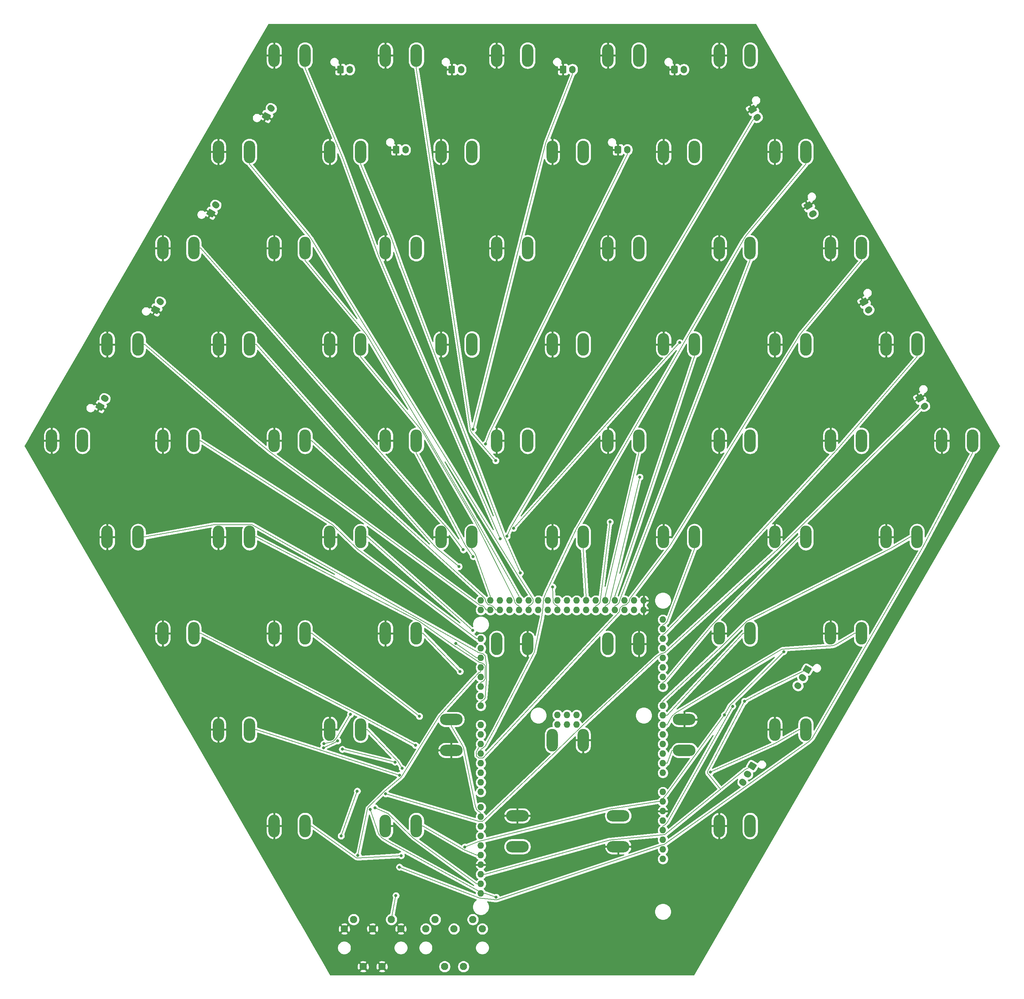
<source format=gbr>
G04 #@! TF.GenerationSoftware,KiCad,Pcbnew,(5.1.5-0-10_14)*
G04 #@! TF.CreationDate,2020-09-18T16:36:40-04:00*
G04 #@! TF.ProjectId,rainboard_newfighter,7261696e-626f-4617-9264-5f6e65776669,rev?*
G04 #@! TF.SameCoordinates,Original*
G04 #@! TF.FileFunction,Copper,L2,Bot*
G04 #@! TF.FilePolarity,Positive*
%FSLAX46Y46*%
G04 Gerber Fmt 4.6, Leading zero omitted, Abs format (unit mm)*
G04 Created by KiCad (PCBNEW (5.1.5-0-10_14)) date 2020-09-18 16:36:40*
%MOMM*%
%LPD*%
G04 APERTURE LIST*
%ADD10O,3.000000X6.000000*%
%ADD11C,1.700000*%
%ADD12C,0.100000*%
%ADD13O,1.700000X2.000000*%
%ADD14C,1.950000*%
%ADD15O,6.000000X3.000000*%
%ADD16O,1.727200X1.727200*%
%ADD17C,0.800000*%
%ADD18C,0.200600*%
%ADD19C,0.254000*%
G04 APERTURE END LIST*
D10*
X-77842100Y-75235000D03*
X-69642100Y-75235000D03*
X-63093700Y-100780000D03*
X-54893700Y-100780000D03*
X33596800Y-52490000D03*
X25396800Y-52490000D03*
D11*
X61260653Y-89279427D02*
X61044147Y-89154427D01*
X62510653Y-87114364D02*
X62294147Y-86989364D01*
G04 #@! TA.AperFunction,ComponentPad*
D12*
G36*
X63357164Y-83756824D02*
G01*
X63381301Y-83761216D01*
X63404892Y-83767952D01*
X63427709Y-83776969D01*
X63449532Y-83788179D01*
X64705268Y-84513179D01*
X64725887Y-84526473D01*
X64745105Y-84541725D01*
X64762734Y-84558787D01*
X64778606Y-84577495D01*
X64792569Y-84597668D01*
X64804486Y-84619113D01*
X64814245Y-84641623D01*
X64821749Y-84664980D01*
X64826929Y-84688961D01*
X64829733Y-84713334D01*
X64830134Y-84737865D01*
X64828129Y-84762317D01*
X64823737Y-84786454D01*
X64817001Y-84810045D01*
X64807984Y-84832862D01*
X64796774Y-84854685D01*
X64196774Y-85893915D01*
X64183480Y-85914534D01*
X64168228Y-85933751D01*
X64151166Y-85951381D01*
X64132458Y-85967253D01*
X64112285Y-85981216D01*
X64090840Y-85993133D01*
X64068330Y-86002891D01*
X64044973Y-86010396D01*
X64020992Y-86015576D01*
X63996619Y-86018380D01*
X63972088Y-86018781D01*
X63947636Y-86016776D01*
X63923499Y-86012384D01*
X63899908Y-86005648D01*
X63877091Y-85996631D01*
X63855268Y-85985421D01*
X62599532Y-85260421D01*
X62578913Y-85247127D01*
X62559695Y-85231875D01*
X62542066Y-85214813D01*
X62526194Y-85196105D01*
X62512231Y-85175932D01*
X62500314Y-85154487D01*
X62490555Y-85131977D01*
X62483051Y-85108620D01*
X62477871Y-85084639D01*
X62475067Y-85060266D01*
X62474666Y-85035735D01*
X62476671Y-85011283D01*
X62481063Y-84987146D01*
X62487799Y-84963555D01*
X62496816Y-84940738D01*
X62508026Y-84918915D01*
X63108026Y-83879685D01*
X63121320Y-83859066D01*
X63136572Y-83839849D01*
X63153634Y-83822219D01*
X63172342Y-83806347D01*
X63192515Y-83792384D01*
X63213960Y-83780467D01*
X63236470Y-83770709D01*
X63259827Y-83763204D01*
X63283808Y-83758024D01*
X63308181Y-83755220D01*
X63332712Y-83754819D01*
X63357164Y-83756824D01*
G37*
G04 #@! TD.AperFunction*
D11*
X75851853Y-63674227D02*
X75635347Y-63549227D01*
X77101853Y-61509164D02*
X76885347Y-61384164D01*
G04 #@! TA.AperFunction,ComponentPad*
D12*
G36*
X77948364Y-58151624D02*
G01*
X77972501Y-58156016D01*
X77996092Y-58162752D01*
X78018909Y-58171769D01*
X78040732Y-58182979D01*
X79296468Y-58907979D01*
X79317087Y-58921273D01*
X79336305Y-58936525D01*
X79353934Y-58953587D01*
X79369806Y-58972295D01*
X79383769Y-58992468D01*
X79395686Y-59013913D01*
X79405445Y-59036423D01*
X79412949Y-59059780D01*
X79418129Y-59083761D01*
X79420933Y-59108134D01*
X79421334Y-59132665D01*
X79419329Y-59157117D01*
X79414937Y-59181254D01*
X79408201Y-59204845D01*
X79399184Y-59227662D01*
X79387974Y-59249485D01*
X78787974Y-60288715D01*
X78774680Y-60309334D01*
X78759428Y-60328551D01*
X78742366Y-60346181D01*
X78723658Y-60362053D01*
X78703485Y-60376016D01*
X78682040Y-60387933D01*
X78659530Y-60397691D01*
X78636173Y-60405196D01*
X78612192Y-60410376D01*
X78587819Y-60413180D01*
X78563288Y-60413581D01*
X78538836Y-60411576D01*
X78514699Y-60407184D01*
X78491108Y-60400448D01*
X78468291Y-60391431D01*
X78446468Y-60380221D01*
X77190732Y-59655221D01*
X77170113Y-59641927D01*
X77150895Y-59626675D01*
X77133266Y-59609613D01*
X77117394Y-59590905D01*
X77103431Y-59570732D01*
X77091514Y-59549287D01*
X77081755Y-59526777D01*
X77074251Y-59503420D01*
X77069071Y-59479439D01*
X77066267Y-59455066D01*
X77065866Y-59430535D01*
X77067871Y-59406083D01*
X77072263Y-59381946D01*
X77078999Y-59358355D01*
X77088016Y-59335538D01*
X77099226Y-59313715D01*
X77699226Y-58274485D01*
X77712520Y-58253866D01*
X77727772Y-58234649D01*
X77744834Y-58217019D01*
X77763542Y-58201147D01*
X77783715Y-58187184D01*
X77805160Y-58175267D01*
X77827670Y-58165509D01*
X77851027Y-58158004D01*
X77875008Y-58152824D01*
X77899381Y-58150020D01*
X77923912Y-58149619D01*
X77948364Y-58151624D01*
G37*
G04 #@! TD.AperFunction*
D13*
X30541600Y78587600D03*
G04 #@! TA.AperFunction,ComponentPad*
D12*
G36*
X28666104Y79586396D02*
G01*
X28690373Y79582796D01*
X28714171Y79576835D01*
X28737271Y79568570D01*
X28759449Y79558080D01*
X28780493Y79545467D01*
X28800198Y79530853D01*
X28818377Y79514377D01*
X28834853Y79496198D01*
X28849467Y79476493D01*
X28862080Y79455449D01*
X28872570Y79433271D01*
X28880835Y79410171D01*
X28886796Y79386373D01*
X28890396Y79362104D01*
X28891600Y79337600D01*
X28891600Y77837600D01*
X28890396Y77813096D01*
X28886796Y77788827D01*
X28880835Y77765029D01*
X28872570Y77741929D01*
X28862080Y77719751D01*
X28849467Y77698707D01*
X28834853Y77679002D01*
X28818377Y77660823D01*
X28800198Y77644347D01*
X28780493Y77629733D01*
X28759449Y77617120D01*
X28737271Y77606630D01*
X28714171Y77598365D01*
X28690373Y77592404D01*
X28666104Y77588804D01*
X28641600Y77587600D01*
X27441600Y77587600D01*
X27417096Y77588804D01*
X27392827Y77592404D01*
X27369029Y77598365D01*
X27345929Y77606630D01*
X27323751Y77617120D01*
X27302707Y77629733D01*
X27283002Y77644347D01*
X27264823Y77660823D01*
X27248347Y77679002D01*
X27233733Y77698707D01*
X27221120Y77719751D01*
X27210630Y77741929D01*
X27202365Y77765029D01*
X27196404Y77788827D01*
X27192804Y77813096D01*
X27191600Y77837600D01*
X27191600Y79337600D01*
X27192804Y79362104D01*
X27196404Y79386373D01*
X27202365Y79410171D01*
X27210630Y79433271D01*
X27221120Y79455449D01*
X27233733Y79476493D01*
X27248347Y79496198D01*
X27264823Y79514377D01*
X27283002Y79530853D01*
X27302707Y79545467D01*
X27323751Y79558080D01*
X27345929Y79568570D01*
X27369029Y79576835D01*
X27392827Y79582796D01*
X27417096Y79586396D01*
X27441600Y79587600D01*
X28641600Y79587600D01*
X28666104Y79586396D01*
G37*
G04 #@! TD.AperFunction*
D13*
X-28234000Y78587600D03*
G04 #@! TA.AperFunction,ComponentPad*
D12*
G36*
X-30109496Y79586396D02*
G01*
X-30085227Y79582796D01*
X-30061429Y79576835D01*
X-30038329Y79568570D01*
X-30016151Y79558080D01*
X-29995107Y79545467D01*
X-29975402Y79530853D01*
X-29957223Y79514377D01*
X-29940747Y79496198D01*
X-29926133Y79476493D01*
X-29913520Y79455449D01*
X-29903030Y79433271D01*
X-29894765Y79410171D01*
X-29888804Y79386373D01*
X-29885204Y79362104D01*
X-29884000Y79337600D01*
X-29884000Y77837600D01*
X-29885204Y77813096D01*
X-29888804Y77788827D01*
X-29894765Y77765029D01*
X-29903030Y77741929D01*
X-29913520Y77719751D01*
X-29926133Y77698707D01*
X-29940747Y77679002D01*
X-29957223Y77660823D01*
X-29975402Y77644347D01*
X-29995107Y77629733D01*
X-30016151Y77617120D01*
X-30038329Y77606630D01*
X-30061429Y77598365D01*
X-30085227Y77592404D01*
X-30109496Y77588804D01*
X-30134000Y77587600D01*
X-31334000Y77587600D01*
X-31358504Y77588804D01*
X-31382773Y77592404D01*
X-31406571Y77598365D01*
X-31429671Y77606630D01*
X-31451849Y77617120D01*
X-31472893Y77629733D01*
X-31492598Y77644347D01*
X-31510777Y77660823D01*
X-31527253Y77679002D01*
X-31541867Y77698707D01*
X-31554480Y77719751D01*
X-31564970Y77741929D01*
X-31573235Y77765029D01*
X-31579196Y77788827D01*
X-31582796Y77813096D01*
X-31584000Y77837600D01*
X-31584000Y79337600D01*
X-31582796Y79362104D01*
X-31579196Y79386373D01*
X-31573235Y79410171D01*
X-31564970Y79433271D01*
X-31554480Y79455449D01*
X-31541867Y79476493D01*
X-31527253Y79496198D01*
X-31510777Y79514377D01*
X-31492598Y79530853D01*
X-31472893Y79545467D01*
X-31451849Y79558080D01*
X-31429671Y79568570D01*
X-31406571Y79576835D01*
X-31382773Y79582796D01*
X-31358504Y79586396D01*
X-31334000Y79587600D01*
X-30134000Y79587600D01*
X-30109496Y79586396D01*
G37*
G04 #@! TD.AperFunction*
D11*
X109431904Y10609936D02*
X109172096Y10459936D01*
G04 #@! TA.AperFunction,ComponentPad*
D12*
G36*
X108417870Y13844080D02*
G01*
X108442243Y13841276D01*
X108466224Y13836096D01*
X108489582Y13828591D01*
X108512091Y13818833D01*
X108533536Y13806916D01*
X108553709Y13792953D01*
X108572417Y13777081D01*
X108589479Y13759451D01*
X108604731Y13740234D01*
X108618025Y13719615D01*
X109218025Y12680385D01*
X109229235Y12658562D01*
X109238252Y12635745D01*
X109244988Y12612154D01*
X109249380Y12588017D01*
X109251385Y12563565D01*
X109250984Y12539034D01*
X109248180Y12514661D01*
X109243000Y12490680D01*
X109235495Y12467323D01*
X109225737Y12444813D01*
X109213820Y12423368D01*
X109199857Y12403195D01*
X109183985Y12384487D01*
X109166355Y12367425D01*
X109147138Y12352173D01*
X109126519Y12338879D01*
X107827481Y11588879D01*
X107805658Y11577669D01*
X107782841Y11568652D01*
X107759250Y11561916D01*
X107735113Y11557524D01*
X107710661Y11555519D01*
X107686130Y11555920D01*
X107661757Y11558724D01*
X107637776Y11563904D01*
X107614418Y11571409D01*
X107591909Y11581167D01*
X107570464Y11593084D01*
X107550291Y11607047D01*
X107531583Y11622919D01*
X107514521Y11640549D01*
X107499269Y11659766D01*
X107485975Y11680385D01*
X106885975Y12719615D01*
X106874765Y12741438D01*
X106865748Y12764255D01*
X106859012Y12787846D01*
X106854620Y12811983D01*
X106852615Y12836435D01*
X106853016Y12860966D01*
X106855820Y12885339D01*
X106861000Y12909320D01*
X106868505Y12932677D01*
X106878263Y12955187D01*
X106890180Y12976632D01*
X106904143Y12996805D01*
X106920015Y13015513D01*
X106937645Y13032575D01*
X106956862Y13047827D01*
X106977481Y13061121D01*
X108276519Y13811121D01*
X108298342Y13822331D01*
X108321159Y13831348D01*
X108344750Y13838084D01*
X108368887Y13842476D01*
X108393339Y13844481D01*
X108417870Y13844080D01*
G37*
G04 #@! TD.AperFunction*
D11*
X94648704Y36145436D02*
X94388896Y35995436D01*
G04 #@! TA.AperFunction,ComponentPad*
D12*
G36*
X93634670Y39379580D02*
G01*
X93659043Y39376776D01*
X93683024Y39371596D01*
X93706382Y39364091D01*
X93728891Y39354333D01*
X93750336Y39342416D01*
X93770509Y39328453D01*
X93789217Y39312581D01*
X93806279Y39294951D01*
X93821531Y39275734D01*
X93834825Y39255115D01*
X94434825Y38215885D01*
X94446035Y38194062D01*
X94455052Y38171245D01*
X94461788Y38147654D01*
X94466180Y38123517D01*
X94468185Y38099065D01*
X94467784Y38074534D01*
X94464980Y38050161D01*
X94459800Y38026180D01*
X94452295Y38002823D01*
X94442537Y37980313D01*
X94430620Y37958868D01*
X94416657Y37938695D01*
X94400785Y37919987D01*
X94383155Y37902925D01*
X94363938Y37887673D01*
X94343319Y37874379D01*
X93044281Y37124379D01*
X93022458Y37113169D01*
X92999641Y37104152D01*
X92976050Y37097416D01*
X92951913Y37093024D01*
X92927461Y37091019D01*
X92902930Y37091420D01*
X92878557Y37094224D01*
X92854576Y37099404D01*
X92831218Y37106909D01*
X92808709Y37116667D01*
X92787264Y37128584D01*
X92767091Y37142547D01*
X92748383Y37158419D01*
X92731321Y37176049D01*
X92716069Y37195266D01*
X92702775Y37215885D01*
X92102775Y38255115D01*
X92091565Y38276938D01*
X92082548Y38299755D01*
X92075812Y38323346D01*
X92071420Y38347483D01*
X92069415Y38371935D01*
X92069816Y38396466D01*
X92072620Y38420839D01*
X92077800Y38444820D01*
X92085305Y38468177D01*
X92095063Y38490687D01*
X92106980Y38512132D01*
X92120943Y38532305D01*
X92136815Y38551013D01*
X92154445Y38568075D01*
X92173662Y38583327D01*
X92194281Y38596621D01*
X93493319Y39346621D01*
X93515142Y39357831D01*
X93537959Y39366848D01*
X93561550Y39373584D01*
X93585687Y39377976D01*
X93610139Y39379981D01*
X93634670Y39379580D01*
G37*
G04 #@! TD.AperFunction*
D11*
X79865904Y61680836D02*
X79606096Y61530836D01*
G04 #@! TA.AperFunction,ComponentPad*
D12*
G36*
X78851870Y64914980D02*
G01*
X78876243Y64912176D01*
X78900224Y64906996D01*
X78923582Y64899491D01*
X78946091Y64889733D01*
X78967536Y64877816D01*
X78987709Y64863853D01*
X79006417Y64847981D01*
X79023479Y64830351D01*
X79038731Y64811134D01*
X79052025Y64790515D01*
X79652025Y63751285D01*
X79663235Y63729462D01*
X79672252Y63706645D01*
X79678988Y63683054D01*
X79683380Y63658917D01*
X79685385Y63634465D01*
X79684984Y63609934D01*
X79682180Y63585561D01*
X79677000Y63561580D01*
X79669495Y63538223D01*
X79659737Y63515713D01*
X79647820Y63494268D01*
X79633857Y63474095D01*
X79617985Y63455387D01*
X79600355Y63438325D01*
X79581138Y63423073D01*
X79560519Y63409779D01*
X78261481Y62659779D01*
X78239658Y62648569D01*
X78216841Y62639552D01*
X78193250Y62632816D01*
X78169113Y62628424D01*
X78144661Y62626419D01*
X78120130Y62626820D01*
X78095757Y62629624D01*
X78071776Y62634804D01*
X78048418Y62642309D01*
X78025909Y62652067D01*
X78004464Y62663984D01*
X77984291Y62677947D01*
X77965583Y62693819D01*
X77948521Y62711449D01*
X77933269Y62730666D01*
X77919975Y62751285D01*
X77319975Y63790515D01*
X77308765Y63812338D01*
X77299748Y63835155D01*
X77293012Y63858746D01*
X77288620Y63882883D01*
X77286615Y63907335D01*
X77287016Y63931866D01*
X77289820Y63956239D01*
X77295000Y63980220D01*
X77302505Y64003577D01*
X77312263Y64026087D01*
X77324180Y64047532D01*
X77338143Y64067705D01*
X77354015Y64086413D01*
X77371645Y64103475D01*
X77390862Y64118727D01*
X77411481Y64132021D01*
X78710519Y64882021D01*
X78732342Y64893231D01*
X78755159Y64902248D01*
X78778750Y64908984D01*
X78802887Y64913376D01*
X78827339Y64915381D01*
X78851870Y64914980D01*
G37*
G04 #@! TD.AperFunction*
D11*
X65083104Y87216336D02*
X64823296Y87066336D01*
G04 #@! TA.AperFunction,ComponentPad*
D12*
G36*
X64069070Y90450480D02*
G01*
X64093443Y90447676D01*
X64117424Y90442496D01*
X64140782Y90434991D01*
X64163291Y90425233D01*
X64184736Y90413316D01*
X64204909Y90399353D01*
X64223617Y90383481D01*
X64240679Y90365851D01*
X64255931Y90346634D01*
X64269225Y90326015D01*
X64869225Y89286785D01*
X64880435Y89264962D01*
X64889452Y89242145D01*
X64896188Y89218554D01*
X64900580Y89194417D01*
X64902585Y89169965D01*
X64902184Y89145434D01*
X64899380Y89121061D01*
X64894200Y89097080D01*
X64886695Y89073723D01*
X64876937Y89051213D01*
X64865020Y89029768D01*
X64851057Y89009595D01*
X64835185Y88990887D01*
X64817555Y88973825D01*
X64798338Y88958573D01*
X64777719Y88945279D01*
X63478681Y88195279D01*
X63456858Y88184069D01*
X63434041Y88175052D01*
X63410450Y88168316D01*
X63386313Y88163924D01*
X63361861Y88161919D01*
X63337330Y88162320D01*
X63312957Y88165124D01*
X63288976Y88170304D01*
X63265618Y88177809D01*
X63243109Y88187567D01*
X63221664Y88199484D01*
X63201491Y88213447D01*
X63182783Y88229319D01*
X63165721Y88246949D01*
X63150469Y88266166D01*
X63137175Y88286785D01*
X62537175Y89326015D01*
X62525965Y89347838D01*
X62516948Y89370655D01*
X62510212Y89394246D01*
X62505820Y89418383D01*
X62503815Y89442835D01*
X62504216Y89467366D01*
X62507020Y89491739D01*
X62512200Y89515720D01*
X62519705Y89539077D01*
X62529463Y89561587D01*
X62541380Y89583032D01*
X62555343Y89603205D01*
X62571215Y89621913D01*
X62588845Y89638975D01*
X62608062Y89654227D01*
X62628681Y89667521D01*
X63927719Y90417521D01*
X63949542Y90428731D01*
X63972359Y90437748D01*
X63995950Y90444484D01*
X64020087Y90448876D01*
X64044539Y90450881D01*
X64069070Y90450480D01*
G37*
G04 #@! TD.AperFunction*
D13*
X45527600Y99872800D03*
G04 #@! TA.AperFunction,ComponentPad*
D12*
G36*
X43652104Y100871596D02*
G01*
X43676373Y100867996D01*
X43700171Y100862035D01*
X43723271Y100853770D01*
X43745449Y100843280D01*
X43766493Y100830667D01*
X43786198Y100816053D01*
X43804377Y100799577D01*
X43820853Y100781398D01*
X43835467Y100761693D01*
X43848080Y100740649D01*
X43858570Y100718471D01*
X43866835Y100695371D01*
X43872796Y100671573D01*
X43876396Y100647304D01*
X43877600Y100622800D01*
X43877600Y99122800D01*
X43876396Y99098296D01*
X43872796Y99074027D01*
X43866835Y99050229D01*
X43858570Y99027129D01*
X43848080Y99004951D01*
X43835467Y98983907D01*
X43820853Y98964202D01*
X43804377Y98946023D01*
X43786198Y98929547D01*
X43766493Y98914933D01*
X43745449Y98902320D01*
X43723271Y98891830D01*
X43700171Y98883565D01*
X43676373Y98877604D01*
X43652104Y98874004D01*
X43627600Y98872800D01*
X42427600Y98872800D01*
X42403096Y98874004D01*
X42378827Y98877604D01*
X42355029Y98883565D01*
X42331929Y98891830D01*
X42309751Y98902320D01*
X42288707Y98914933D01*
X42269002Y98929547D01*
X42250823Y98946023D01*
X42234347Y98964202D01*
X42219733Y98983907D01*
X42207120Y99004951D01*
X42196630Y99027129D01*
X42188365Y99050229D01*
X42182404Y99074027D01*
X42178804Y99098296D01*
X42177600Y99122800D01*
X42177600Y100622800D01*
X42178804Y100647304D01*
X42182404Y100671573D01*
X42188365Y100695371D01*
X42196630Y100718471D01*
X42207120Y100740649D01*
X42219733Y100761693D01*
X42234347Y100781398D01*
X42250823Y100799577D01*
X42269002Y100816053D01*
X42288707Y100830667D01*
X42309751Y100843280D01*
X42331929Y100853770D01*
X42355029Y100862035D01*
X42378827Y100867996D01*
X42403096Y100871596D01*
X42427600Y100872800D01*
X43627600Y100872800D01*
X43652104Y100871596D01*
G37*
G04 #@! TD.AperFunction*
D13*
X16012800Y99872800D03*
G04 #@! TA.AperFunction,ComponentPad*
D12*
G36*
X14137304Y100871596D02*
G01*
X14161573Y100867996D01*
X14185371Y100862035D01*
X14208471Y100853770D01*
X14230649Y100843280D01*
X14251693Y100830667D01*
X14271398Y100816053D01*
X14289577Y100799577D01*
X14306053Y100781398D01*
X14320667Y100761693D01*
X14333280Y100740649D01*
X14343770Y100718471D01*
X14352035Y100695371D01*
X14357996Y100671573D01*
X14361596Y100647304D01*
X14362800Y100622800D01*
X14362800Y99122800D01*
X14361596Y99098296D01*
X14357996Y99074027D01*
X14352035Y99050229D01*
X14343770Y99027129D01*
X14333280Y99004951D01*
X14320667Y98983907D01*
X14306053Y98964202D01*
X14289577Y98946023D01*
X14271398Y98929547D01*
X14251693Y98914933D01*
X14230649Y98902320D01*
X14208471Y98891830D01*
X14185371Y98883565D01*
X14161573Y98877604D01*
X14137304Y98874004D01*
X14112800Y98872800D01*
X12912800Y98872800D01*
X12888296Y98874004D01*
X12864027Y98877604D01*
X12840229Y98883565D01*
X12817129Y98891830D01*
X12794951Y98902320D01*
X12773907Y98914933D01*
X12754202Y98929547D01*
X12736023Y98946023D01*
X12719547Y98964202D01*
X12704933Y98983907D01*
X12692320Y99004951D01*
X12681830Y99027129D01*
X12673565Y99050229D01*
X12667604Y99074027D01*
X12664004Y99098296D01*
X12662800Y99122800D01*
X12662800Y100622800D01*
X12664004Y100647304D01*
X12667604Y100671573D01*
X12673565Y100695371D01*
X12681830Y100718471D01*
X12692320Y100740649D01*
X12704933Y100761693D01*
X12719547Y100781398D01*
X12736023Y100799577D01*
X12754202Y100816053D01*
X12773907Y100830667D01*
X12794951Y100843280D01*
X12817129Y100853770D01*
X12840229Y100862035D01*
X12864027Y100867996D01*
X12888296Y100871596D01*
X12912800Y100872800D01*
X14112800Y100872800D01*
X14137304Y100871596D01*
G37*
G04 #@! TD.AperFunction*
D13*
X-13502000Y99872800D03*
G04 #@! TA.AperFunction,ComponentPad*
D12*
G36*
X-15377496Y100871596D02*
G01*
X-15353227Y100867996D01*
X-15329429Y100862035D01*
X-15306329Y100853770D01*
X-15284151Y100843280D01*
X-15263107Y100830667D01*
X-15243402Y100816053D01*
X-15225223Y100799577D01*
X-15208747Y100781398D01*
X-15194133Y100761693D01*
X-15181520Y100740649D01*
X-15171030Y100718471D01*
X-15162765Y100695371D01*
X-15156804Y100671573D01*
X-15153204Y100647304D01*
X-15152000Y100622800D01*
X-15152000Y99122800D01*
X-15153204Y99098296D01*
X-15156804Y99074027D01*
X-15162765Y99050229D01*
X-15171030Y99027129D01*
X-15181520Y99004951D01*
X-15194133Y98983907D01*
X-15208747Y98964202D01*
X-15225223Y98946023D01*
X-15243402Y98929547D01*
X-15263107Y98914933D01*
X-15284151Y98902320D01*
X-15306329Y98891830D01*
X-15329429Y98883565D01*
X-15353227Y98877604D01*
X-15377496Y98874004D01*
X-15402000Y98872800D01*
X-16602000Y98872800D01*
X-16626504Y98874004D01*
X-16650773Y98877604D01*
X-16674571Y98883565D01*
X-16697671Y98891830D01*
X-16719849Y98902320D01*
X-16740893Y98914933D01*
X-16760598Y98929547D01*
X-16778777Y98946023D01*
X-16795253Y98964202D01*
X-16809867Y98983907D01*
X-16822480Y99004951D01*
X-16832970Y99027129D01*
X-16841235Y99050229D01*
X-16847196Y99074027D01*
X-16850796Y99098296D01*
X-16852000Y99122800D01*
X-16852000Y100622800D01*
X-16850796Y100647304D01*
X-16847196Y100671573D01*
X-16841235Y100695371D01*
X-16832970Y100718471D01*
X-16822480Y100740649D01*
X-16809867Y100761693D01*
X-16795253Y100781398D01*
X-16778777Y100799577D01*
X-16760598Y100816053D01*
X-16740893Y100830667D01*
X-16719849Y100843280D01*
X-16697671Y100853770D01*
X-16674571Y100862035D01*
X-16650773Y100867996D01*
X-16626504Y100871596D01*
X-16602000Y100872800D01*
X-15402000Y100872800D01*
X-15377496Y100871596D01*
G37*
G04 #@! TD.AperFunction*
D13*
X-43016800Y99872800D03*
G04 #@! TA.AperFunction,ComponentPad*
D12*
G36*
X-44892296Y100871596D02*
G01*
X-44868027Y100867996D01*
X-44844229Y100862035D01*
X-44821129Y100853770D01*
X-44798951Y100843280D01*
X-44777907Y100830667D01*
X-44758202Y100816053D01*
X-44740023Y100799577D01*
X-44723547Y100781398D01*
X-44708933Y100761693D01*
X-44696320Y100740649D01*
X-44685830Y100718471D01*
X-44677565Y100695371D01*
X-44671604Y100671573D01*
X-44668004Y100647304D01*
X-44666800Y100622800D01*
X-44666800Y99122800D01*
X-44668004Y99098296D01*
X-44671604Y99074027D01*
X-44677565Y99050229D01*
X-44685830Y99027129D01*
X-44696320Y99004951D01*
X-44708933Y98983907D01*
X-44723547Y98964202D01*
X-44740023Y98946023D01*
X-44758202Y98929547D01*
X-44777907Y98914933D01*
X-44798951Y98902320D01*
X-44821129Y98891830D01*
X-44844229Y98883565D01*
X-44868027Y98877604D01*
X-44892296Y98874004D01*
X-44916800Y98872800D01*
X-46116800Y98872800D01*
X-46141304Y98874004D01*
X-46165573Y98877604D01*
X-46189371Y98883565D01*
X-46212471Y98891830D01*
X-46234649Y98902320D01*
X-46255693Y98914933D01*
X-46275398Y98929547D01*
X-46293577Y98946023D01*
X-46310053Y98964202D01*
X-46324667Y98983907D01*
X-46337280Y99004951D01*
X-46347770Y99027129D01*
X-46356035Y99050229D01*
X-46361996Y99074027D01*
X-46365596Y99098296D01*
X-46366800Y99122800D01*
X-46366800Y100622800D01*
X-46365596Y100647304D01*
X-46361996Y100671573D01*
X-46356035Y100695371D01*
X-46347770Y100718471D01*
X-46337280Y100740649D01*
X-46324667Y100761693D01*
X-46310053Y100781398D01*
X-46293577Y100799577D01*
X-46275398Y100816053D01*
X-46255693Y100830667D01*
X-46234649Y100843280D01*
X-46212471Y100853770D01*
X-46189371Y100862035D01*
X-46165573Y100867996D01*
X-46141304Y100871596D01*
X-46116800Y100872800D01*
X-44916800Y100872800D01*
X-44892296Y100871596D01*
G37*
G04 #@! TD.AperFunction*
D11*
X-64005504Y89666864D02*
X-63745696Y89516864D01*
G04 #@! TA.AperFunction,ComponentPad*
D12*
G36*
X-65442487Y88569276D02*
G01*
X-65418350Y88564884D01*
X-65394759Y88558148D01*
X-65371942Y88549131D01*
X-65350119Y88537921D01*
X-64051081Y87787921D01*
X-64030462Y87774627D01*
X-64011245Y87759375D01*
X-63993615Y87742313D01*
X-63977743Y87723605D01*
X-63963780Y87703432D01*
X-63951863Y87681987D01*
X-63942105Y87659478D01*
X-63934600Y87636120D01*
X-63929420Y87612139D01*
X-63926616Y87587766D01*
X-63926215Y87563235D01*
X-63928220Y87538783D01*
X-63932612Y87514646D01*
X-63939348Y87491055D01*
X-63948365Y87468238D01*
X-63959575Y87446415D01*
X-64559575Y86407185D01*
X-64572869Y86386566D01*
X-64588121Y86367349D01*
X-64605183Y86349719D01*
X-64623891Y86333847D01*
X-64644064Y86319884D01*
X-64665509Y86307967D01*
X-64688019Y86298209D01*
X-64711376Y86290704D01*
X-64735357Y86285524D01*
X-64759730Y86282720D01*
X-64784261Y86282319D01*
X-64808713Y86284324D01*
X-64832850Y86288716D01*
X-64856441Y86295452D01*
X-64879258Y86304469D01*
X-64901081Y86315679D01*
X-66200119Y87065679D01*
X-66220738Y87078973D01*
X-66239955Y87094225D01*
X-66257585Y87111287D01*
X-66273457Y87129995D01*
X-66287420Y87150168D01*
X-66299337Y87171613D01*
X-66309095Y87194122D01*
X-66316600Y87217480D01*
X-66321780Y87241461D01*
X-66324584Y87265834D01*
X-66324985Y87290365D01*
X-66322980Y87314817D01*
X-66318588Y87338954D01*
X-66311852Y87362545D01*
X-66302835Y87385362D01*
X-66291625Y87407185D01*
X-65691625Y88446415D01*
X-65678331Y88467034D01*
X-65663079Y88486251D01*
X-65646017Y88503881D01*
X-65627309Y88519753D01*
X-65607136Y88533716D01*
X-65585691Y88545633D01*
X-65563181Y88555391D01*
X-65539824Y88562896D01*
X-65515843Y88568076D01*
X-65491470Y88570880D01*
X-65466939Y88571281D01*
X-65442487Y88569276D01*
G37*
G04 #@! TD.AperFunction*
D11*
X-78703604Y64012864D02*
X-78443796Y63862864D01*
G04 #@! TA.AperFunction,ComponentPad*
D12*
G36*
X-80140587Y62915276D02*
G01*
X-80116450Y62910884D01*
X-80092859Y62904148D01*
X-80070042Y62895131D01*
X-80048219Y62883921D01*
X-78749181Y62133921D01*
X-78728562Y62120627D01*
X-78709345Y62105375D01*
X-78691715Y62088313D01*
X-78675843Y62069605D01*
X-78661880Y62049432D01*
X-78649963Y62027987D01*
X-78640205Y62005478D01*
X-78632700Y61982120D01*
X-78627520Y61958139D01*
X-78624716Y61933766D01*
X-78624315Y61909235D01*
X-78626320Y61884783D01*
X-78630712Y61860646D01*
X-78637448Y61837055D01*
X-78646465Y61814238D01*
X-78657675Y61792415D01*
X-79257675Y60753185D01*
X-79270969Y60732566D01*
X-79286221Y60713349D01*
X-79303283Y60695719D01*
X-79321991Y60679847D01*
X-79342164Y60665884D01*
X-79363609Y60653967D01*
X-79386119Y60644209D01*
X-79409476Y60636704D01*
X-79433457Y60631524D01*
X-79457830Y60628720D01*
X-79482361Y60628319D01*
X-79506813Y60630324D01*
X-79530950Y60634716D01*
X-79554541Y60641452D01*
X-79577358Y60650469D01*
X-79599181Y60661679D01*
X-80898219Y61411679D01*
X-80918838Y61424973D01*
X-80938055Y61440225D01*
X-80955685Y61457287D01*
X-80971557Y61475995D01*
X-80985520Y61496168D01*
X-80997437Y61517613D01*
X-81007195Y61540122D01*
X-81014700Y61563480D01*
X-81019880Y61587461D01*
X-81022684Y61611834D01*
X-81023085Y61636365D01*
X-81021080Y61660817D01*
X-81016688Y61684954D01*
X-81009952Y61708545D01*
X-81000935Y61731362D01*
X-80989725Y61753185D01*
X-80389725Y62792415D01*
X-80376431Y62813034D01*
X-80361179Y62832251D01*
X-80344117Y62849881D01*
X-80325409Y62865753D01*
X-80305236Y62879716D01*
X-80283791Y62891633D01*
X-80261281Y62901391D01*
X-80237924Y62908896D01*
X-80213943Y62914076D01*
X-80189570Y62916880D01*
X-80165039Y62917281D01*
X-80140587Y62915276D01*
G37*
G04 #@! TD.AperFunction*
D11*
X-93401804Y38358864D02*
X-93141996Y38208864D01*
G04 #@! TA.AperFunction,ComponentPad*
D12*
G36*
X-94838787Y37261276D02*
G01*
X-94814650Y37256884D01*
X-94791059Y37250148D01*
X-94768242Y37241131D01*
X-94746419Y37229921D01*
X-93447381Y36479921D01*
X-93426762Y36466627D01*
X-93407545Y36451375D01*
X-93389915Y36434313D01*
X-93374043Y36415605D01*
X-93360080Y36395432D01*
X-93348163Y36373987D01*
X-93338405Y36351478D01*
X-93330900Y36328120D01*
X-93325720Y36304139D01*
X-93322916Y36279766D01*
X-93322515Y36255235D01*
X-93324520Y36230783D01*
X-93328912Y36206646D01*
X-93335648Y36183055D01*
X-93344665Y36160238D01*
X-93355875Y36138415D01*
X-93955875Y35099185D01*
X-93969169Y35078566D01*
X-93984421Y35059349D01*
X-94001483Y35041719D01*
X-94020191Y35025847D01*
X-94040364Y35011884D01*
X-94061809Y34999967D01*
X-94084319Y34990209D01*
X-94107676Y34982704D01*
X-94131657Y34977524D01*
X-94156030Y34974720D01*
X-94180561Y34974319D01*
X-94205013Y34976324D01*
X-94229150Y34980716D01*
X-94252741Y34987452D01*
X-94275558Y34996469D01*
X-94297381Y35007679D01*
X-95596419Y35757679D01*
X-95617038Y35770973D01*
X-95636255Y35786225D01*
X-95653885Y35803287D01*
X-95669757Y35821995D01*
X-95683720Y35842168D01*
X-95695637Y35863613D01*
X-95705395Y35886122D01*
X-95712900Y35909480D01*
X-95718080Y35933461D01*
X-95720884Y35957834D01*
X-95721285Y35982365D01*
X-95719280Y36006817D01*
X-95714888Y36030954D01*
X-95708152Y36054545D01*
X-95699135Y36077362D01*
X-95687925Y36099185D01*
X-95087925Y37138415D01*
X-95074631Y37159034D01*
X-95059379Y37178251D01*
X-95042317Y37195881D01*
X-95023609Y37211753D01*
X-95003436Y37225716D01*
X-94981991Y37237633D01*
X-94959481Y37247391D01*
X-94936124Y37254896D01*
X-94912143Y37260076D01*
X-94887770Y37262880D01*
X-94863239Y37263281D01*
X-94838787Y37261276D01*
G37*
G04 #@! TD.AperFunction*
D11*
X-108099904Y12704864D02*
X-107840096Y12554864D01*
G04 #@! TA.AperFunction,ComponentPad*
D12*
G36*
X-109536887Y11607276D02*
G01*
X-109512750Y11602884D01*
X-109489159Y11596148D01*
X-109466342Y11587131D01*
X-109444519Y11575921D01*
X-108145481Y10825921D01*
X-108124862Y10812627D01*
X-108105645Y10797375D01*
X-108088015Y10780313D01*
X-108072143Y10761605D01*
X-108058180Y10741432D01*
X-108046263Y10719987D01*
X-108036505Y10697478D01*
X-108029000Y10674120D01*
X-108023820Y10650139D01*
X-108021016Y10625766D01*
X-108020615Y10601235D01*
X-108022620Y10576783D01*
X-108027012Y10552646D01*
X-108033748Y10529055D01*
X-108042765Y10506238D01*
X-108053975Y10484415D01*
X-108653975Y9445185D01*
X-108667269Y9424566D01*
X-108682521Y9405349D01*
X-108699583Y9387719D01*
X-108718291Y9371847D01*
X-108738464Y9357884D01*
X-108759909Y9345967D01*
X-108782419Y9336209D01*
X-108805776Y9328704D01*
X-108829757Y9323524D01*
X-108854130Y9320720D01*
X-108878661Y9320319D01*
X-108903113Y9322324D01*
X-108927250Y9326716D01*
X-108950841Y9333452D01*
X-108973658Y9342469D01*
X-108995481Y9353679D01*
X-110294519Y10103679D01*
X-110315138Y10116973D01*
X-110334355Y10132225D01*
X-110351985Y10149287D01*
X-110367857Y10167995D01*
X-110381820Y10188168D01*
X-110393737Y10209613D01*
X-110403495Y10232122D01*
X-110411000Y10255480D01*
X-110416180Y10279461D01*
X-110418984Y10303834D01*
X-110419385Y10328365D01*
X-110417380Y10352817D01*
X-110412988Y10376954D01*
X-110406252Y10400545D01*
X-110397235Y10423362D01*
X-110386025Y10445185D01*
X-109786025Y11484415D01*
X-109772731Y11505034D01*
X-109757479Y11524251D01*
X-109740417Y11541881D01*
X-109721709Y11557753D01*
X-109701536Y11571716D01*
X-109680091Y11583633D01*
X-109657581Y11593391D01*
X-109634224Y11600896D01*
X-109610243Y11606076D01*
X-109585870Y11608880D01*
X-109561339Y11609281D01*
X-109536887Y11607276D01*
G37*
G04 #@! TD.AperFunction*
D14*
X-34500000Y-138100000D03*
X-39500000Y-138100000D03*
X-44500000Y-128100000D03*
X-42000000Y-125600000D03*
X-29500000Y-128100000D03*
X-32000000Y-125600000D03*
X-37000000Y-128100000D03*
X-12900000Y-138100000D03*
X-17900000Y-138100000D03*
X-22900000Y-128100000D03*
X-20400000Y-125600000D03*
X-7900000Y-128100000D03*
X-10400000Y-125600000D03*
X-15400000Y-128100000D03*
D15*
X28096800Y-106280000D03*
X28096800Y-98080000D03*
X1400000Y-98080000D03*
X1400000Y-106280000D03*
X-16148400Y-80735000D03*
X-16148400Y-72535000D03*
X45645200Y-72535000D03*
X45645200Y-80735000D03*
D10*
X40145200Y-24145000D03*
X48345200Y-24145000D03*
X-18848400Y-24145000D03*
X-10648400Y-24145000D03*
X4100000Y-52490000D03*
X-4100000Y-52490000D03*
X10648400Y-24145000D03*
X18848400Y-24145000D03*
X-63093700Y103580000D03*
X-54893700Y103580000D03*
X-33596800Y103580000D03*
X-25396800Y103580000D03*
X-4100000Y103580000D03*
X4100000Y103580000D03*
X25396800Y103580000D03*
X33596800Y103580000D03*
X54893700Y103580000D03*
X63093700Y103580000D03*
X-77842100Y78035000D03*
X-69642100Y78035000D03*
X-48345200Y78035000D03*
X-40145200Y78035000D03*
X-18848400Y78035000D03*
X-10648400Y78035000D03*
X10648400Y78035000D03*
X18848400Y78035000D03*
X40145200Y78035000D03*
X48345200Y78035000D03*
X69642100Y78035000D03*
X77842100Y78035000D03*
X-92590500Y52490000D03*
X-84390500Y52490000D03*
X-63093700Y52490000D03*
X-54893700Y52490000D03*
X-33596800Y52490000D03*
X-25396800Y52490000D03*
X-4100000Y52490000D03*
X4100000Y52490000D03*
X25396800Y52490000D03*
X33596800Y52490000D03*
X54893700Y52490000D03*
X63093700Y52490000D03*
X84390500Y52490000D03*
X92590500Y52490000D03*
X-107339000Y26945000D03*
X-99139000Y26945000D03*
X-77842100Y26945000D03*
X-69642100Y26945000D03*
X-48345200Y26945000D03*
X-40145200Y26945000D03*
X-18848400Y26945000D03*
X-10648400Y26945000D03*
X10648400Y26945000D03*
X18848400Y26945000D03*
X40145200Y26945000D03*
X48345200Y26945000D03*
X69642100Y26945000D03*
X77842100Y26945000D03*
X99139000Y26945000D03*
X107339000Y26945000D03*
X-122087000Y1400000D03*
X-113887000Y1400000D03*
X-92590500Y1400000D03*
X-84390500Y1400000D03*
X-63093700Y1400000D03*
X-54893700Y1400000D03*
X-33596800Y1400000D03*
X-25396800Y1400000D03*
X-4100000Y1400000D03*
X4100000Y1400000D03*
X25396800Y1400000D03*
X33596800Y1400000D03*
X54893700Y1400000D03*
X63093700Y1400000D03*
X84390500Y1400000D03*
X92590500Y1400000D03*
X113887000Y1400000D03*
X122087000Y1400000D03*
X-107339000Y-24145000D03*
X-99139000Y-24145000D03*
X-77842100Y-24145000D03*
X-69642100Y-24145000D03*
X-48345200Y-24145000D03*
X-40145200Y-24145000D03*
X69642100Y-24145000D03*
X77842100Y-24145000D03*
X99139000Y-24145000D03*
X107339000Y-24145000D03*
X-92590500Y-49690000D03*
X-84390500Y-49690000D03*
X-63093700Y-49690000D03*
X-54893700Y-49690000D03*
X-33596800Y-49690000D03*
X-25396800Y-49690000D03*
X54893700Y-49690000D03*
X63093700Y-49690000D03*
X84390500Y-49690000D03*
X92590500Y-49690000D03*
X-48345200Y-75235000D03*
X-40145200Y-75235000D03*
X18848400Y-78035000D03*
X10648400Y-78035000D03*
X69642100Y-75235000D03*
X77842100Y-75235000D03*
X-33596800Y-100780000D03*
X-25396800Y-100780000D03*
X54893700Y-100780000D03*
X63093700Y-100780000D03*
D16*
X12020000Y-73873000D03*
X34880000Y-40980000D03*
X34880000Y-43520000D03*
X32340000Y-40980000D03*
X32340000Y-43520000D03*
X29800000Y-40980000D03*
X29800000Y-43520000D03*
X27260000Y-40980000D03*
X27260000Y-43520000D03*
X24720000Y-40980000D03*
X24720000Y-43520000D03*
X22180000Y-40980000D03*
X22180000Y-43520000D03*
X19640000Y-40980000D03*
X19640000Y-43520000D03*
X17100000Y-40980000D03*
X17100000Y-43520000D03*
X14560000Y-40980000D03*
X14560000Y-43520000D03*
X12020000Y-40980000D03*
X12020000Y-43520000D03*
X9480000Y-40980000D03*
X9480000Y-43520000D03*
X6940000Y-40980000D03*
X6940000Y-43520000D03*
X4400000Y-40980000D03*
X4400000Y-43520000D03*
X1860000Y-40980000D03*
X1860000Y-43520000D03*
X-680000Y-40980000D03*
X-680000Y-43520000D03*
X-3220000Y-40980000D03*
X-3220000Y-43520000D03*
X-5760000Y-40980000D03*
X-5760000Y-43520000D03*
X-8300000Y-40980000D03*
X-8300000Y-43520000D03*
X39960000Y-46060000D03*
X39960000Y-48600000D03*
X39960000Y-51140000D03*
X39960000Y-53680000D03*
X39960000Y-56220000D03*
X39960000Y-58760000D03*
X39960000Y-61300000D03*
X39960000Y-63840000D03*
X39960000Y-68920000D03*
X39960000Y-71460000D03*
X39960000Y-74000000D03*
X39960000Y-76540000D03*
X39960000Y-79080000D03*
X39960000Y-81620000D03*
X39960000Y-84160000D03*
X39960000Y-109560000D03*
X-8300000Y-103464000D03*
X-8300000Y-106004000D03*
X-8300000Y-108544000D03*
X-8300000Y-113624000D03*
X-8300000Y-116164000D03*
X-8300000Y-118704000D03*
X-8300000Y-100924000D03*
X-8300000Y-98384000D03*
X-8300000Y-95844000D03*
X-8300000Y-111084000D03*
X-8300000Y-91780000D03*
X-8300000Y-89240000D03*
X-8300000Y-86700000D03*
X-8300000Y-84160000D03*
X-8300000Y-81620000D03*
X-8300000Y-79080000D03*
X-8300000Y-76540000D03*
X-8300000Y-74000000D03*
X-8300000Y-68920000D03*
X-8300000Y-66380000D03*
X-8300000Y-63840000D03*
X-8300000Y-61300000D03*
X-8300000Y-58760000D03*
X-8300000Y-56220000D03*
X-8300000Y-53680000D03*
X-8300000Y-51140000D03*
X39960000Y-107020000D03*
X39960000Y-104480000D03*
X39960000Y-101940000D03*
X39960000Y-99400000D03*
X39960000Y-96860000D03*
X39960000Y-94320000D03*
X39960000Y-91780000D03*
X39960000Y-86700000D03*
X12020000Y-71333000D03*
X14560000Y-73873000D03*
X14560000Y-71333000D03*
X17100000Y-71333000D03*
X17100000Y-73873000D03*
D17*
X-3142100Y-24637600D03*
X46300000Y11500000D03*
X41200000Y11600000D03*
X31400000Y-4600000D03*
X14200000Y-49500000D03*
X15500000Y-29600000D03*
X-14900000Y-14900000D03*
X-15900000Y-40000000D03*
X-36000000Y-67100000D03*
X-29200000Y-71500000D03*
X-20200000Y-56400000D03*
X-2000000Y-46800000D03*
X-42800000Y-45700000D03*
X-30400000Y-80200000D03*
X-32400000Y-95500000D03*
X55400000Y-93400000D03*
X71300000Y-81300000D03*
X45500000Y-52600000D03*
X44300000Y-65000000D03*
X-9100000Y-18800000D03*
X-38300000Y-106800000D03*
X-35800000Y-81600000D03*
X-34300000Y-30300000D03*
X-51300000Y48900000D03*
X-36600000Y21900000D03*
X-65900000Y-23700000D03*
X-4346800Y-3881600D03*
X33846300Y-8259100D03*
X2138600Y-33708100D03*
X10767100Y-37362100D03*
X25958900Y-20155300D03*
X-12940200Y-27533400D03*
X-10310700Y-29330000D03*
X-29873700Y-111708700D03*
X-10450500Y-48924000D03*
X-25618000Y-79403800D03*
X-24596700Y-71705500D03*
X-13796200Y-59809300D03*
X-29829400Y-87310700D03*
X-29129700Y-85529300D03*
X-14099300Y-31975700D03*
X52536400Y-86515700D03*
X-29414600Y-108646000D03*
X-10319900Y4404000D03*
X-37586900Y-96381100D03*
X-4244200Y-119687800D03*
X-36362800Y-96002900D03*
X58445300Y-69035800D03*
X-30809800Y-119256100D03*
X-40880800Y-108589000D03*
X-1359600Y-23910600D03*
X-45336200Y-103428700D03*
X-41048200Y-91554200D03*
X-14951900Y-52420900D03*
X61609200Y-67693200D03*
X44408000Y27429500D03*
X365200Y-21823600D03*
X-31048000Y-83844600D03*
X-45019100Y-80446200D03*
X-33508700Y-92260500D03*
X-46241100Y-78200500D03*
X-50016700Y-80091100D03*
X-7062000Y501900D03*
X-42882300Y-71208200D03*
X-49930100Y-79006100D03*
X71990500Y-54549400D03*
X56280800Y-71359200D03*
X-12539500Y-106374500D03*
D18*
X-54893700Y103580000D02*
X-54893700Y100301600D01*
X-3142100Y-24637600D02*
X-10082500Y-8554300D01*
X-10082500Y-8554300D02*
X-35361700Y50261200D01*
X-35361700Y50261200D02*
X-44991600Y76549100D01*
X-44991600Y76549100D02*
X-54893700Y100301600D01*
X-25396800Y103580000D02*
X-25396800Y100301600D01*
X-4346800Y-3881600D02*
X-10652800Y3463100D01*
X-10652800Y3463100D02*
X-10988000Y4136000D01*
X-10988000Y4136000D02*
X-10995200Y4165400D01*
X-10995200Y4165400D02*
X-25396800Y100301600D01*
X24720000Y-43520000D02*
X24720000Y-42378000D01*
X24720000Y-42378000D02*
X25236600Y-42131600D01*
X25236600Y-42131600D02*
X25803300Y-41602600D01*
X25803300Y-41602600D02*
X25996100Y-41072200D01*
X25996100Y-41072200D02*
X33846300Y-8259100D01*
X-69642100Y78035000D02*
X-69642100Y74756600D01*
X4400000Y-43520000D02*
X4400000Y-42378000D01*
X4400000Y-42378000D02*
X4978200Y-42097700D01*
X4978200Y-42097700D02*
X5386600Y-41708300D01*
X5386600Y-41708300D02*
X5528300Y-41448100D01*
X5528300Y-41448100D02*
X5542100Y-41402700D01*
X5542100Y-41402700D02*
X5542100Y-40537600D01*
X5542100Y-40537600D02*
X5516300Y-40489700D01*
X5516300Y-40489700D02*
X1286600Y-33808900D01*
X1286600Y-33808900D02*
X-53146500Y54752700D01*
X-53146500Y54752700D02*
X-53873800Y55779300D01*
X-53873800Y55779300D02*
X-69642100Y74756600D01*
X-40145200Y74756600D02*
X-32021500Y55269800D01*
X-32021500Y55269800D02*
X-29250300Y47352600D01*
X-29250300Y47352600D02*
X-2052300Y-24152200D01*
X-2052300Y-24152200D02*
X2138600Y-33708100D01*
X-40145200Y78035000D02*
X-40145200Y74756600D01*
X12020000Y-43520000D02*
X12020000Y-42378000D01*
X12020000Y-42378000D02*
X11446500Y-42100000D01*
X11446500Y-42100000D02*
X11030900Y-41703700D01*
X11030900Y-41703700D02*
X10886600Y-41438700D01*
X10886600Y-41438700D02*
X10878400Y-41394600D01*
X10878400Y-41394600D02*
X10767100Y-37362100D01*
X22180000Y-43520000D02*
X22180000Y-42378000D01*
X22180000Y-42378000D02*
X22757600Y-42098000D01*
X22757600Y-42098000D02*
X23167100Y-41707500D01*
X23167100Y-41707500D02*
X23309200Y-41446600D01*
X23309200Y-41446600D02*
X23318900Y-41412300D01*
X23318900Y-41412300D02*
X25958900Y-20155300D01*
X-54893700Y52490000D02*
X-54893700Y49211600D01*
X1860000Y-40980000D02*
X1860000Y-39838000D01*
X1860000Y-39838000D02*
X-9427500Y-19979300D01*
X-9427500Y-19979300D02*
X-23440400Y4058000D01*
X-23440400Y4058000D02*
X-38397200Y29206600D01*
X-38397200Y29206600D02*
X-39125500Y30234600D01*
X-39125500Y30234600D02*
X-54893700Y49211600D01*
X-84390500Y52490000D02*
X-82612100Y52490000D01*
X-12940200Y-27533400D02*
X-17110500Y-21869400D01*
X-17110500Y-21869400D02*
X-17116700Y-21862100D01*
X-17116700Y-21862100D02*
X-82612100Y52490000D01*
X77842100Y78035000D02*
X77842100Y74756600D01*
X-8300000Y-81620000D02*
X-8300000Y-80478000D01*
X-8300000Y-80478000D02*
X-7855600Y-80266400D01*
X-7855600Y-80266400D02*
X-7168400Y-79627400D01*
X-7168400Y-79627400D02*
X-4638600Y-75172700D01*
X-4638600Y-75172700D02*
X5870700Y-54709100D01*
X5870700Y-54709100D02*
X7871500Y-45466100D01*
X7871500Y-45466100D02*
X8145500Y-43512000D01*
X8145500Y-43512000D02*
X8339600Y-40552700D01*
X8339600Y-40552700D02*
X8347500Y-40525400D01*
X8347500Y-40525400D02*
X8870800Y-39150800D01*
X8870800Y-39150800D02*
X17091700Y-21898300D01*
X17091700Y-21898300D02*
X61346600Y54753200D01*
X61346600Y54753200D02*
X62075000Y55781200D01*
X62075000Y55781200D02*
X77842100Y74756600D01*
X48345200Y26945000D02*
X48345200Y23666600D01*
X27260000Y-40980000D02*
X27260000Y-39838000D01*
X27260000Y-39838000D02*
X48345200Y23666600D01*
X107339000Y26945000D02*
X107339000Y23666600D01*
X39960000Y-51140000D02*
X39960000Y-49998000D01*
X39960000Y-49998000D02*
X40399300Y-49805100D01*
X40399300Y-49805100D02*
X55999000Y-33678000D01*
X55999000Y-33678000D02*
X86126800Y-877600D01*
X86126800Y-877600D02*
X107338300Y23665900D01*
X107338300Y23665900D02*
X107339000Y23666600D01*
X-84390500Y1400000D02*
X-82612100Y1400000D01*
X-8300000Y-51140000D02*
X-9442000Y-51140000D01*
X-9442000Y-51140000D02*
X-40925800Y-27379300D01*
X-40925800Y-27379300D02*
X-47570300Y-20905100D01*
X-47570300Y-20905100D02*
X-82612100Y1400000D01*
X-54893700Y1400000D02*
X-53115300Y1400000D01*
X-3220000Y-43520000D02*
X-4362000Y-43520000D01*
X-4362000Y-43520000D02*
X-4590800Y-43042800D01*
X-4590800Y-43042800D02*
X-5160400Y-42437100D01*
X-5160400Y-42437100D02*
X-5889700Y-42174300D01*
X-5889700Y-42174300D02*
X-6276300Y-42102800D01*
X-6276300Y-42102800D02*
X-6880800Y-41473000D01*
X-6880800Y-41473000D02*
X-7179700Y-40485500D01*
X-7179700Y-40485500D02*
X-7213100Y-40451700D01*
X-7213100Y-40451700D02*
X-7775800Y-39889000D01*
X-7775800Y-39889000D02*
X-53115300Y1400000D01*
X-25396800Y1400000D02*
X-25396800Y-1878400D01*
X-10310700Y-29330000D02*
X-12400700Y-26401300D01*
X-12400700Y-26401300D02*
X-25396800Y-1878400D01*
X33596800Y1400000D02*
X33596800Y-1878400D01*
X24720000Y-40980000D02*
X24720000Y-39838000D01*
X24720000Y-39838000D02*
X33596800Y-1878400D01*
X122087000Y1400000D02*
X122087000Y-1878400D01*
X-29873700Y-111708700D02*
X-8574300Y-119912200D01*
X-8574300Y-119912200D02*
X-5930100Y-120241500D01*
X-5930100Y-120241500D02*
X-4450800Y-120366600D01*
X-4450800Y-120366600D02*
X-4037500Y-120366300D01*
X-4037500Y-120366300D02*
X-4007000Y-120365000D01*
X-4007000Y-120365000D02*
X39518000Y-105883400D01*
X39518000Y-105883400D02*
X40267000Y-105737500D01*
X40267000Y-105737500D02*
X78630300Y-78463900D01*
X78630300Y-78463900D02*
X79572100Y-77520200D01*
X79572100Y-77520200D02*
X79583600Y-77505500D01*
X79583600Y-77505500D02*
X79593300Y-77491600D01*
X79593300Y-77491600D02*
X108721600Y-27129700D01*
X108721600Y-27129700D02*
X122087000Y-1878400D01*
X-8300000Y-67778000D02*
X-7716200Y-67495000D01*
X-7716200Y-67495000D02*
X-7316300Y-67113700D01*
X-7316300Y-67113700D02*
X-7177600Y-66858900D01*
X-7177600Y-66858900D02*
X-7161100Y-66822400D01*
X-7161100Y-66822400D02*
X-6757900Y-61735800D01*
X-6757900Y-61735800D02*
X-6780100Y-58145500D01*
X-6780100Y-58145500D02*
X-7146000Y-55669500D01*
X-7146000Y-55669500D02*
X-7728200Y-55128500D01*
X-7728200Y-55128500D02*
X-8032600Y-54995800D01*
X-8032600Y-54995800D02*
X-8750100Y-54818500D01*
X-8750100Y-54818500D02*
X-8787100Y-54798000D01*
X-8787100Y-54798000D02*
X-68913900Y-20877900D01*
X-68913900Y-20877900D02*
X-68961500Y-20866500D01*
X-68961500Y-20866500D02*
X-78976600Y-20866500D01*
X-78976600Y-20866500D02*
X-97360600Y-24145000D01*
X-99139000Y-24145000D02*
X-97360600Y-24145000D01*
X-8300000Y-68920000D02*
X-8300000Y-67778000D01*
X-67863700Y-24145000D02*
X-24642400Y-46437200D01*
X-24642400Y-46437200D02*
X-15232800Y-53099300D01*
X-15232800Y-53099300D02*
X-8797800Y-57331600D01*
X-8797800Y-57331600D02*
X-8772800Y-57346900D01*
X-8772800Y-57346900D02*
X-7807600Y-57639000D01*
X-7807600Y-57639000D02*
X-7158500Y-58254200D01*
X-7158500Y-58254200D02*
X-7138900Y-61708000D01*
X-7138900Y-61708000D02*
X-7296900Y-61998200D01*
X-7296900Y-61998200D02*
X-7752400Y-62432500D01*
X-7752400Y-62432500D02*
X-8300000Y-62698000D01*
X-69642100Y-24145000D02*
X-67863700Y-24145000D01*
X-8300000Y-63840000D02*
X-8300000Y-62698000D01*
X-40145200Y-24145000D02*
X-38366800Y-24145000D01*
X-10450500Y-48924000D02*
X-38366800Y-24145000D01*
X-10648400Y-24145000D02*
X-10648400Y-27423400D01*
X-5760000Y-40980000D02*
X-5760000Y-39838000D01*
X-5760000Y-39838000D02*
X-9539300Y-29241900D01*
X-9539300Y-29241900D02*
X-9967800Y-28378500D01*
X-9967800Y-28378500D02*
X-10648400Y-27423400D01*
X18848400Y-24145000D02*
X18848400Y-27423400D01*
X19640000Y-40980000D02*
X19640000Y-39838000D01*
X19640000Y-39838000D02*
X18848400Y-27423400D01*
X48345200Y-24145000D02*
X48345200Y-27423400D01*
X39960000Y-48600000D02*
X39960000Y-47458000D01*
X39960000Y-47458000D02*
X40450900Y-47217200D01*
X40450900Y-47217200D02*
X41047800Y-46652600D01*
X41047800Y-46652600D02*
X48345200Y-27423400D01*
X77842100Y-24145000D02*
X76063700Y-24145000D01*
X39960000Y-63840000D02*
X39960000Y-62698000D01*
X39960000Y-62698000D02*
X40333200Y-62519000D01*
X40333200Y-62519000D02*
X40807500Y-62142800D01*
X40807500Y-62142800D02*
X53159900Y-47409500D01*
X53159900Y-47409500D02*
X53166700Y-47401800D01*
X53166700Y-47401800D02*
X76063700Y-24145000D01*
X107339000Y-24145000D02*
X105560600Y-24145000D01*
X39960000Y-68920000D02*
X39960000Y-67778000D01*
X39960000Y-67778000D02*
X55319700Y-53366400D01*
X55319700Y-53366400D02*
X62324100Y-46444700D01*
X62324100Y-46444700D02*
X100594600Y-27056500D01*
X100594600Y-27056500D02*
X105560600Y-24145000D01*
X-84390500Y-49690000D02*
X-82612100Y-49690000D01*
X-25618000Y-79403800D02*
X-39400000Y-71977600D01*
X-39400000Y-71977600D02*
X-82612100Y-49690000D01*
X-54893700Y-49690000D02*
X-53115300Y-49690000D01*
X-24596700Y-71705500D02*
X-53115300Y-49690000D01*
X-25396800Y-49690000D02*
X-23618400Y-49690000D01*
X-13796200Y-59809300D02*
X-23618400Y-49690000D01*
X63093700Y-49690000D02*
X61315300Y-49690000D01*
X39960000Y-71460000D02*
X41102000Y-71460000D01*
X41102000Y-71460000D02*
X41102000Y-71459900D01*
X41102000Y-71459900D02*
X61315300Y-49690200D01*
X61315300Y-49690200D02*
X61315300Y-49690000D01*
X90812100Y-49690000D02*
X85903100Y-52605600D01*
X85903100Y-52605600D02*
X85093400Y-52966600D01*
X85093400Y-52966600D02*
X71709600Y-53871000D01*
X71709600Y-53871000D02*
X71544900Y-53926700D01*
X71544900Y-53926700D02*
X43374500Y-70792700D01*
X43374500Y-70792700D02*
X43359800Y-70805500D01*
X43359800Y-70805500D02*
X42522300Y-71592400D01*
X42522300Y-71592400D02*
X42062200Y-72194600D01*
X42062200Y-72194600D02*
X41102000Y-74000000D01*
X92590500Y-49690000D02*
X90812100Y-49690000D01*
X39960000Y-74000000D02*
X41102000Y-74000000D01*
X-69642100Y-75235000D02*
X-67863700Y-75235000D01*
X-29829400Y-87310700D02*
X-67863700Y-75235000D01*
X-29129700Y-85529300D02*
X-30369600Y-83563600D01*
X-30369600Y-83563600D02*
X-30767000Y-83166200D01*
X-30767000Y-83166200D02*
X-38366800Y-75235000D01*
X-40145200Y-75235000D02*
X-38366800Y-75235000D01*
X-16148400Y-72535000D02*
X-16148400Y-74313400D01*
X-8300000Y-98384000D02*
X-8300000Y-97242000D01*
X-8300000Y-97242000D02*
X-8898300Y-96922600D01*
X-8898300Y-96922600D02*
X-9412300Y-96368600D01*
X-9412300Y-96368600D02*
X-9723000Y-95396000D01*
X-9723000Y-95396000D02*
X-12877900Y-80018500D01*
X-12877900Y-80018500D02*
X-13213800Y-79265100D01*
X-13213800Y-79265100D02*
X-16148400Y-74313400D01*
X63093700Y52490000D02*
X63093700Y49211600D01*
X27260000Y-43520000D02*
X27260000Y-42378000D01*
X27260000Y-42378000D02*
X27838200Y-42097700D01*
X27838200Y-42097700D02*
X28246600Y-41708300D01*
X28246600Y-41708300D02*
X28388300Y-41448100D01*
X28388300Y-41448100D02*
X28666700Y-40528400D01*
X28666700Y-40528400D02*
X28668500Y-40522900D01*
X28668500Y-40522900D02*
X63093700Y49211600D01*
X92590500Y52490000D02*
X92590500Y49211600D01*
X-8300000Y-79080000D02*
X-9243300Y-80750000D01*
X-9243300Y-80750000D02*
X-9478000Y-81262500D01*
X-9478000Y-81262500D02*
X-9456800Y-82037200D01*
X-9456800Y-82037200D02*
X-9381100Y-82234000D01*
X-9381100Y-82234000D02*
X-8823100Y-82761900D01*
X-8823100Y-82761900D02*
X-7755300Y-82762000D01*
X-7755300Y-82762000D02*
X28335200Y-44119000D01*
X28335200Y-44119000D02*
X28495100Y-43783500D01*
X28495100Y-43783500D02*
X28632700Y-43002300D01*
X28632700Y-43002300D02*
X29186100Y-42444100D01*
X29186100Y-42444100D02*
X29570600Y-42240800D01*
X29570600Y-42240800D02*
X30242200Y-42116500D01*
X30242200Y-42116500D02*
X30319300Y-42090700D01*
X30319300Y-42090700D02*
X30916700Y-41477700D01*
X30916700Y-41477700D02*
X30932500Y-41434500D01*
X30932500Y-41434500D02*
X31215900Y-40498000D01*
X31215900Y-40498000D02*
X41889500Y-26412000D01*
X41889500Y-26412000D02*
X41894500Y-26404300D01*
X41894500Y-26404300D02*
X76096300Y29210000D01*
X76096300Y29210000D02*
X76824200Y30237400D01*
X76824200Y30237400D02*
X92590500Y49211600D01*
X-99139000Y26945000D02*
X-97360600Y26945000D01*
X-5760000Y-43520000D02*
X-6902000Y-43520000D01*
X-6902000Y-43520000D02*
X-7180000Y-42946500D01*
X-7180000Y-42946500D02*
X-7576300Y-42530900D01*
X-7576300Y-42530900D02*
X-7841300Y-42386600D01*
X-7841300Y-42386600D02*
X-8602400Y-42236400D01*
X-8602400Y-42236400D02*
X-63868200Y-1838700D01*
X-63868200Y-1838700D02*
X-66552700Y352000D01*
X-66552700Y352000D02*
X-97360600Y26945000D01*
X-69642100Y26945000D02*
X-67863700Y26945000D01*
X-14099300Y-31975700D02*
X-19631700Y-27376400D01*
X-19631700Y-27376400D02*
X-19638100Y-27370500D01*
X-19638100Y-27370500D02*
X-20574200Y-26434400D01*
X-20574200Y-26434400D02*
X-67863700Y26945000D01*
X1860000Y-42378000D02*
X1281800Y-42097700D01*
X1281800Y-42097700D02*
X873400Y-41708300D01*
X873400Y-41708300D02*
X731700Y-41448100D01*
X731700Y-41448100D02*
X450000Y-40517300D01*
X450000Y-40517300D02*
X-598900Y-38288900D01*
X-598900Y-38288900D02*
X-9760400Y-20160100D01*
X-9760400Y-20160100D02*
X-23759900Y3853900D01*
X-23759900Y3853900D02*
X-40145200Y23666600D01*
X1860000Y-43520000D02*
X1860000Y-42378000D01*
X-40145200Y26945000D02*
X-40145200Y23666600D01*
X45645200Y-80735000D02*
X42366800Y-80735000D01*
X39960000Y-84160000D02*
X41102000Y-84160000D01*
X41102000Y-84160000D02*
X41102000Y-84159900D01*
X41102000Y-84159900D02*
X42366800Y-80735000D01*
X77842100Y-75235000D02*
X76063700Y-75235000D01*
X69710000Y-78889200D02*
X76063700Y-75235000D01*
X52536400Y-86515700D02*
X69710000Y-78889200D01*
X-54893700Y-100780000D02*
X-53115300Y-100780000D01*
X-29414600Y-108646000D02*
X-40725800Y-109270400D01*
X-40725800Y-109270400D02*
X-41252800Y-109268100D01*
X-41252800Y-109268100D02*
X-53115300Y-100780000D01*
X-23618400Y-100780000D02*
X-12820400Y-107052900D01*
X-12820400Y-107052900D02*
X-9442000Y-108544000D01*
X-25396800Y-100780000D02*
X-23618400Y-100780000D01*
X-8300000Y-108544000D02*
X-9442000Y-108544000D01*
X16012800Y99872800D02*
X16012800Y98594400D01*
X-10319900Y4404000D02*
X2327800Y54696700D01*
X2327800Y54696700D02*
X8877100Y80245300D01*
X8877100Y80245300D02*
X8879900Y80254100D01*
X8879900Y80254100D02*
X16012800Y98594400D01*
X-7734800Y-118704000D02*
X-32101500Y-105420600D01*
X-32101500Y-105420600D02*
X-34413700Y-103993600D01*
X-34413700Y-103993600D02*
X-35359000Y-103032300D01*
X-35359000Y-103032300D02*
X-37586900Y-96381100D01*
X-7734800Y-118704000D02*
X-7158000Y-118704000D01*
X-8300000Y-118704000D02*
X-7734800Y-118704000D01*
X-7158000Y-118704000D02*
X-4244200Y-119687800D01*
X-8300000Y-116164000D02*
X-9442000Y-116164000D01*
X-9442000Y-116164000D02*
X-26175100Y-104016500D01*
X-26175100Y-104016500D02*
X-32834300Y-97528000D01*
X-32834300Y-97528000D02*
X-36362800Y-96002900D01*
X39960000Y-101940000D02*
X39960000Y-100798000D01*
X39960000Y-100798000D02*
X40408500Y-100570900D01*
X40408500Y-100570900D02*
X41102900Y-99905600D01*
X41102900Y-99905600D02*
X58445300Y-69035800D01*
X-32000000Y-125600000D02*
X-30809800Y-119256100D01*
X-8300000Y-58760000D02*
X-8300000Y-59902000D01*
X-8300000Y-59902000D02*
X-8701500Y-60087300D01*
X-8701500Y-60087300D02*
X-10292900Y-61659900D01*
X-10292900Y-61659900D02*
X-19384400Y-71757000D01*
X-19384400Y-71757000D02*
X-19394500Y-71770500D01*
X-19394500Y-71770500D02*
X-29191800Y-87633400D01*
X-29191800Y-87633400D02*
X-29500500Y-87941100D01*
X-29500500Y-87941100D02*
X-33872900Y-91635000D01*
X-33872900Y-91635000D02*
X-38253000Y-96022800D01*
X-38253000Y-96022800D02*
X-40880800Y-108589000D01*
X63846100Y86502100D02*
X63846100Y86502000D01*
X63846100Y86502000D02*
X-313400Y-21543000D01*
X-313400Y-21543000D02*
X-1359600Y-23910600D01*
X64953200Y87141300D02*
X63846100Y86502100D01*
X-8300000Y-56220000D02*
X-9442000Y-56220000D01*
X-41048200Y-91554200D02*
X-45336200Y-103428700D01*
X-9442000Y-56220000D02*
X-14951900Y-52420900D01*
X55283100Y-91067900D02*
X61800900Y-85798800D01*
X61800900Y-85798800D02*
X63652400Y-84886800D01*
X-7158000Y-113624000D02*
X25904600Y-104503900D01*
X25904600Y-104503900D02*
X40400300Y-103078500D01*
X40400300Y-103078500D02*
X40452300Y-103057500D01*
X40452300Y-103057500D02*
X55283100Y-91067900D01*
X55283100Y-91067900D02*
X51783300Y-86738700D01*
X51783300Y-86738700D02*
X51754000Y-86440200D01*
X51754000Y-86440200D02*
X61609200Y-67693200D01*
X78243600Y-59281600D02*
X68063100Y-64233000D01*
X68063100Y-64233000D02*
X61609200Y-67693200D01*
X-8300000Y-113624000D02*
X-7158000Y-113624000D01*
X365200Y-21823600D02*
X44408000Y27429500D01*
X-45019100Y-80446200D02*
X-31048000Y-83844600D01*
X109302000Y10534900D02*
X108194900Y9895700D01*
X-33508700Y-92260500D02*
X-8885900Y-99526100D01*
X-8885900Y-99526100D02*
X-7847200Y-99526100D01*
X-7847200Y-99526100D02*
X-7392700Y-99233900D01*
X-7392700Y-99233900D02*
X11439000Y-81259600D01*
X11439000Y-81259600D02*
X18725900Y-74142400D01*
X18725900Y-74142400D02*
X38175100Y-56058600D01*
X38175100Y-56058600D02*
X39479200Y-55095500D01*
X39479200Y-55095500D02*
X40451300Y-54801300D01*
X40451300Y-54801300D02*
X70429000Y-27373100D01*
X70429000Y-27373100D02*
X108194900Y9895700D01*
X-50016700Y-80091100D02*
X-46770300Y-78559300D01*
X-46770300Y-78559300D02*
X-46241100Y-78200500D01*
X30541600Y78587600D02*
X30541600Y77309200D01*
X-7062000Y501900D02*
X-5862600Y3634500D01*
X-5862600Y3634500D02*
X30541600Y77309200D01*
X-49930100Y-79006100D02*
X-47597400Y-78498400D01*
X-47597400Y-78498400D02*
X-47556400Y-78461400D01*
X-47556400Y-78461400D02*
X-46605200Y-77510200D01*
X-46605200Y-77510200D02*
X-42882300Y-71208200D01*
X56280800Y-71359200D02*
X57812500Y-68699400D01*
X57812500Y-68699400D02*
X71990500Y-54549400D01*
X56280800Y-71359200D02*
X41066300Y-92286100D01*
X41066300Y-92286100D02*
X39389000Y-94320000D01*
X39389000Y-94320000D02*
X38818000Y-94320000D01*
X39960000Y-94320000D02*
X39389000Y-94320000D01*
X38818000Y-94320000D02*
X25909800Y-96303700D01*
X25909800Y-96303700D02*
X25900300Y-96305300D01*
X25900300Y-96305300D02*
X-8752600Y-104870500D01*
X-8752600Y-104870500D02*
X-12539500Y-106374500D01*
D19*
G36*
X129151295Y0D02*
G01*
X48169248Y-140265000D01*
X-48169247Y-140265000D01*
X-48773972Y-139217584D01*
X-40437979Y-139217584D01*
X-40345234Y-139479429D01*
X-40059880Y-139617820D01*
X-39753010Y-139697883D01*
X-39436416Y-139716540D01*
X-39122267Y-139673074D01*
X-38822633Y-139569156D01*
X-38654766Y-139479429D01*
X-38562021Y-139217584D01*
X-35437979Y-139217584D01*
X-35345234Y-139479429D01*
X-35059880Y-139617820D01*
X-34753010Y-139697883D01*
X-34436416Y-139716540D01*
X-34122267Y-139673074D01*
X-33822633Y-139569156D01*
X-33654766Y-139479429D01*
X-33562021Y-139217584D01*
X-34500000Y-138279605D01*
X-35437979Y-139217584D01*
X-38562021Y-139217584D01*
X-39500000Y-138279605D01*
X-40437979Y-139217584D01*
X-48773972Y-139217584D01*
X-49382499Y-138163584D01*
X-41116540Y-138163584D01*
X-41073074Y-138477733D01*
X-40969156Y-138777367D01*
X-40879429Y-138945234D01*
X-40617584Y-139037979D01*
X-39679605Y-138100000D01*
X-39320395Y-138100000D01*
X-38382416Y-139037979D01*
X-38120571Y-138945234D01*
X-37982180Y-138659880D01*
X-37902117Y-138353010D01*
X-37890955Y-138163584D01*
X-36116540Y-138163584D01*
X-36073074Y-138477733D01*
X-35969156Y-138777367D01*
X-35879429Y-138945234D01*
X-35617584Y-139037979D01*
X-34679605Y-138100000D01*
X-34320395Y-138100000D01*
X-33382416Y-139037979D01*
X-33120571Y-138945234D01*
X-32982180Y-138659880D01*
X-32902117Y-138353010D01*
X-32883460Y-138036416D01*
X-32896602Y-137941429D01*
X-19510000Y-137941429D01*
X-19510000Y-138258571D01*
X-19448129Y-138569620D01*
X-19326763Y-138862621D01*
X-19150569Y-139126315D01*
X-18926315Y-139350569D01*
X-18662621Y-139526763D01*
X-18369620Y-139648129D01*
X-18058571Y-139710000D01*
X-17741429Y-139710000D01*
X-17430380Y-139648129D01*
X-17137379Y-139526763D01*
X-16873685Y-139350569D01*
X-16649431Y-139126315D01*
X-16473237Y-138862621D01*
X-16351871Y-138569620D01*
X-16290000Y-138258571D01*
X-16290000Y-137941429D01*
X-14510000Y-137941429D01*
X-14510000Y-138258571D01*
X-14448129Y-138569620D01*
X-14326763Y-138862621D01*
X-14150569Y-139126315D01*
X-13926315Y-139350569D01*
X-13662621Y-139526763D01*
X-13369620Y-139648129D01*
X-13058571Y-139710000D01*
X-12741429Y-139710000D01*
X-12430380Y-139648129D01*
X-12137379Y-139526763D01*
X-11873685Y-139350569D01*
X-11649431Y-139126315D01*
X-11473237Y-138862621D01*
X-11351871Y-138569620D01*
X-11290000Y-138258571D01*
X-11290000Y-137941429D01*
X-11351871Y-137630380D01*
X-11473237Y-137337379D01*
X-11649431Y-137073685D01*
X-11873685Y-136849431D01*
X-12137379Y-136673237D01*
X-12430380Y-136551871D01*
X-12741429Y-136490000D01*
X-13058571Y-136490000D01*
X-13369620Y-136551871D01*
X-13662621Y-136673237D01*
X-13926315Y-136849431D01*
X-14150569Y-137073685D01*
X-14326763Y-137337379D01*
X-14448129Y-137630380D01*
X-14510000Y-137941429D01*
X-16290000Y-137941429D01*
X-16351871Y-137630380D01*
X-16473237Y-137337379D01*
X-16649431Y-137073685D01*
X-16873685Y-136849431D01*
X-17137379Y-136673237D01*
X-17430380Y-136551871D01*
X-17741429Y-136490000D01*
X-18058571Y-136490000D01*
X-18369620Y-136551871D01*
X-18662621Y-136673237D01*
X-18926315Y-136849431D01*
X-19150569Y-137073685D01*
X-19326763Y-137337379D01*
X-19448129Y-137630380D01*
X-19510000Y-137941429D01*
X-32896602Y-137941429D01*
X-32926926Y-137722267D01*
X-33030844Y-137422633D01*
X-33120571Y-137254766D01*
X-33382416Y-137162021D01*
X-34320395Y-138100000D01*
X-34679605Y-138100000D01*
X-35617584Y-137162021D01*
X-35879429Y-137254766D01*
X-36017820Y-137540120D01*
X-36097883Y-137846990D01*
X-36116540Y-138163584D01*
X-37890955Y-138163584D01*
X-37883460Y-138036416D01*
X-37926926Y-137722267D01*
X-38030844Y-137422633D01*
X-38120571Y-137254766D01*
X-38382416Y-137162021D01*
X-39320395Y-138100000D01*
X-39679605Y-138100000D01*
X-40617584Y-137162021D01*
X-40879429Y-137254766D01*
X-41017820Y-137540120D01*
X-41097883Y-137846990D01*
X-41116540Y-138163584D01*
X-49382499Y-138163584D01*
X-50064446Y-136982416D01*
X-40437979Y-136982416D01*
X-39500000Y-137920395D01*
X-38562021Y-136982416D01*
X-35437979Y-136982416D01*
X-34500000Y-137920395D01*
X-33562021Y-136982416D01*
X-33654766Y-136720571D01*
X-33940120Y-136582180D01*
X-34246990Y-136502117D01*
X-34563584Y-136483460D01*
X-34877733Y-136526926D01*
X-35177367Y-136630844D01*
X-35345234Y-136720571D01*
X-35437979Y-136982416D01*
X-38562021Y-136982416D01*
X-38654766Y-136720571D01*
X-38940120Y-136582180D01*
X-39246990Y-136502117D01*
X-39563584Y-136483460D01*
X-39877733Y-136526926D01*
X-40177367Y-136630844D01*
X-40345234Y-136720571D01*
X-40437979Y-136982416D01*
X-50064446Y-136982416D01*
X-52410307Y-132919268D01*
X-46335000Y-132919268D01*
X-46335000Y-133280732D01*
X-46264482Y-133635250D01*
X-46126156Y-133969199D01*
X-45925338Y-134269744D01*
X-45669744Y-134525338D01*
X-45369199Y-134726156D01*
X-45035250Y-134864482D01*
X-44680732Y-134935000D01*
X-44319268Y-134935000D01*
X-43964750Y-134864482D01*
X-43630801Y-134726156D01*
X-43330256Y-134525338D01*
X-43074662Y-134269744D01*
X-42873844Y-133969199D01*
X-42735518Y-133635250D01*
X-42665000Y-133280732D01*
X-42665000Y-132919268D01*
X-31335000Y-132919268D01*
X-31335000Y-133280732D01*
X-31264482Y-133635250D01*
X-31126156Y-133969199D01*
X-30925338Y-134269744D01*
X-30669744Y-134525338D01*
X-30369199Y-134726156D01*
X-30035250Y-134864482D01*
X-29680732Y-134935000D01*
X-29319268Y-134935000D01*
X-28964750Y-134864482D01*
X-28630801Y-134726156D01*
X-28330256Y-134525338D01*
X-28074662Y-134269744D01*
X-27873844Y-133969199D01*
X-27735518Y-133635250D01*
X-27665000Y-133280732D01*
X-27665000Y-132919268D01*
X-24735000Y-132919268D01*
X-24735000Y-133280732D01*
X-24664482Y-133635250D01*
X-24526156Y-133969199D01*
X-24325338Y-134269744D01*
X-24069744Y-134525338D01*
X-23769199Y-134726156D01*
X-23435250Y-134864482D01*
X-23080732Y-134935000D01*
X-22719268Y-134935000D01*
X-22364750Y-134864482D01*
X-22030801Y-134726156D01*
X-21730256Y-134525338D01*
X-21474662Y-134269744D01*
X-21273844Y-133969199D01*
X-21135518Y-133635250D01*
X-21065000Y-133280732D01*
X-21065000Y-132919268D01*
X-9735000Y-132919268D01*
X-9735000Y-133280732D01*
X-9664482Y-133635250D01*
X-9526156Y-133969199D01*
X-9325338Y-134269744D01*
X-9069744Y-134525338D01*
X-8769199Y-134726156D01*
X-8435250Y-134864482D01*
X-8080732Y-134935000D01*
X-7719268Y-134935000D01*
X-7364750Y-134864482D01*
X-7030801Y-134726156D01*
X-6730256Y-134525338D01*
X-6474662Y-134269744D01*
X-6273844Y-133969199D01*
X-6135518Y-133635250D01*
X-6065000Y-133280732D01*
X-6065000Y-132919268D01*
X-6135518Y-132564750D01*
X-6273844Y-132230801D01*
X-6474662Y-131930256D01*
X-6730256Y-131674662D01*
X-7030801Y-131473844D01*
X-7364750Y-131335518D01*
X-7719268Y-131265000D01*
X-8080732Y-131265000D01*
X-8435250Y-131335518D01*
X-8769199Y-131473844D01*
X-9069744Y-131674662D01*
X-9325338Y-131930256D01*
X-9526156Y-132230801D01*
X-9664482Y-132564750D01*
X-9735000Y-132919268D01*
X-21065000Y-132919268D01*
X-21135518Y-132564750D01*
X-21273844Y-132230801D01*
X-21474662Y-131930256D01*
X-21730256Y-131674662D01*
X-22030801Y-131473844D01*
X-22364750Y-131335518D01*
X-22719268Y-131265000D01*
X-23080732Y-131265000D01*
X-23435250Y-131335518D01*
X-23769199Y-131473844D01*
X-24069744Y-131674662D01*
X-24325338Y-131930256D01*
X-24526156Y-132230801D01*
X-24664482Y-132564750D01*
X-24735000Y-132919268D01*
X-27665000Y-132919268D01*
X-27735518Y-132564750D01*
X-27873844Y-132230801D01*
X-28074662Y-131930256D01*
X-28330256Y-131674662D01*
X-28630801Y-131473844D01*
X-28964750Y-131335518D01*
X-29319268Y-131265000D01*
X-29680732Y-131265000D01*
X-30035250Y-131335518D01*
X-30369199Y-131473844D01*
X-30669744Y-131674662D01*
X-30925338Y-131930256D01*
X-31126156Y-132230801D01*
X-31264482Y-132564750D01*
X-31335000Y-132919268D01*
X-42665000Y-132919268D01*
X-42735518Y-132564750D01*
X-42873844Y-132230801D01*
X-43074662Y-131930256D01*
X-43330256Y-131674662D01*
X-43630801Y-131473844D01*
X-43964750Y-131335518D01*
X-44319268Y-131265000D01*
X-44680732Y-131265000D01*
X-45035250Y-131335518D01*
X-45369199Y-131473844D01*
X-45669744Y-131674662D01*
X-45925338Y-131930256D01*
X-46126156Y-132230801D01*
X-46264482Y-132564750D01*
X-46335000Y-132919268D01*
X-52410307Y-132919268D01*
X-54547474Y-129217584D01*
X-45437979Y-129217584D01*
X-45345234Y-129479429D01*
X-45059880Y-129617820D01*
X-44753010Y-129697883D01*
X-44436416Y-129716540D01*
X-44122267Y-129673074D01*
X-43822633Y-129569156D01*
X-43654766Y-129479429D01*
X-43562021Y-129217584D01*
X-37937979Y-129217584D01*
X-37845234Y-129479429D01*
X-37559880Y-129617820D01*
X-37253010Y-129697883D01*
X-36936416Y-129716540D01*
X-36622267Y-129673074D01*
X-36322633Y-129569156D01*
X-36154766Y-129479429D01*
X-36062021Y-129217584D01*
X-30437979Y-129217584D01*
X-30345234Y-129479429D01*
X-30059880Y-129617820D01*
X-29753010Y-129697883D01*
X-29436416Y-129716540D01*
X-29122267Y-129673074D01*
X-28822633Y-129569156D01*
X-28654766Y-129479429D01*
X-28562021Y-129217584D01*
X-29500000Y-128279605D01*
X-30437979Y-129217584D01*
X-36062021Y-129217584D01*
X-37000000Y-128279605D01*
X-37937979Y-129217584D01*
X-43562021Y-129217584D01*
X-44500000Y-128279605D01*
X-45437979Y-129217584D01*
X-54547474Y-129217584D01*
X-55156002Y-128163584D01*
X-46116540Y-128163584D01*
X-46073074Y-128477733D01*
X-45969156Y-128777367D01*
X-45879429Y-128945234D01*
X-45617584Y-129037979D01*
X-44679605Y-128100000D01*
X-44320395Y-128100000D01*
X-43382416Y-129037979D01*
X-43120571Y-128945234D01*
X-42982180Y-128659880D01*
X-42902117Y-128353010D01*
X-42890955Y-128163584D01*
X-38616540Y-128163584D01*
X-38573074Y-128477733D01*
X-38469156Y-128777367D01*
X-38379429Y-128945234D01*
X-38117584Y-129037979D01*
X-37179605Y-128100000D01*
X-36820395Y-128100000D01*
X-35882416Y-129037979D01*
X-35620571Y-128945234D01*
X-35482180Y-128659880D01*
X-35402117Y-128353010D01*
X-35390955Y-128163584D01*
X-31116540Y-128163584D01*
X-31073074Y-128477733D01*
X-30969156Y-128777367D01*
X-30879429Y-128945234D01*
X-30617584Y-129037979D01*
X-29679605Y-128100000D01*
X-29320395Y-128100000D01*
X-28382416Y-129037979D01*
X-28120571Y-128945234D01*
X-27982180Y-128659880D01*
X-27902117Y-128353010D01*
X-27883460Y-128036416D01*
X-27896602Y-127941429D01*
X-24510000Y-127941429D01*
X-24510000Y-128258571D01*
X-24448129Y-128569620D01*
X-24326763Y-128862621D01*
X-24150569Y-129126315D01*
X-23926315Y-129350569D01*
X-23662621Y-129526763D01*
X-23369620Y-129648129D01*
X-23058571Y-129710000D01*
X-22741429Y-129710000D01*
X-22430380Y-129648129D01*
X-22137379Y-129526763D01*
X-21873685Y-129350569D01*
X-21649431Y-129126315D01*
X-21473237Y-128862621D01*
X-21351871Y-128569620D01*
X-21290000Y-128258571D01*
X-21290000Y-127941429D01*
X-17010000Y-127941429D01*
X-17010000Y-128258571D01*
X-16948129Y-128569620D01*
X-16826763Y-128862621D01*
X-16650569Y-129126315D01*
X-16426315Y-129350569D01*
X-16162621Y-129526763D01*
X-15869620Y-129648129D01*
X-15558571Y-129710000D01*
X-15241429Y-129710000D01*
X-14930380Y-129648129D01*
X-14637379Y-129526763D01*
X-14373685Y-129350569D01*
X-14149431Y-129126315D01*
X-13973237Y-128862621D01*
X-13851871Y-128569620D01*
X-13790000Y-128258571D01*
X-13790000Y-127941429D01*
X-9510000Y-127941429D01*
X-9510000Y-128258571D01*
X-9448129Y-128569620D01*
X-9326763Y-128862621D01*
X-9150569Y-129126315D01*
X-8926315Y-129350569D01*
X-8662621Y-129526763D01*
X-8369620Y-129648129D01*
X-8058571Y-129710000D01*
X-7741429Y-129710000D01*
X-7430380Y-129648129D01*
X-7137379Y-129526763D01*
X-6873685Y-129350569D01*
X-6649431Y-129126315D01*
X-6473237Y-128862621D01*
X-6351871Y-128569620D01*
X-6290000Y-128258571D01*
X-6290000Y-127941429D01*
X-6351871Y-127630380D01*
X-6473237Y-127337379D01*
X-6649431Y-127073685D01*
X-6873685Y-126849431D01*
X-7137379Y-126673237D01*
X-7430380Y-126551871D01*
X-7741429Y-126490000D01*
X-8058571Y-126490000D01*
X-8369620Y-126551871D01*
X-8662621Y-126673237D01*
X-8926315Y-126849431D01*
X-9150569Y-127073685D01*
X-9326763Y-127337379D01*
X-9448129Y-127630380D01*
X-9510000Y-127941429D01*
X-13790000Y-127941429D01*
X-13851871Y-127630380D01*
X-13973237Y-127337379D01*
X-14149431Y-127073685D01*
X-14373685Y-126849431D01*
X-14637379Y-126673237D01*
X-14930380Y-126551871D01*
X-15241429Y-126490000D01*
X-15558571Y-126490000D01*
X-15869620Y-126551871D01*
X-16162621Y-126673237D01*
X-16426315Y-126849431D01*
X-16650569Y-127073685D01*
X-16826763Y-127337379D01*
X-16948129Y-127630380D01*
X-17010000Y-127941429D01*
X-21290000Y-127941429D01*
X-21351871Y-127630380D01*
X-21473237Y-127337379D01*
X-21649431Y-127073685D01*
X-21873685Y-126849431D01*
X-22137379Y-126673237D01*
X-22430380Y-126551871D01*
X-22741429Y-126490000D01*
X-23058571Y-126490000D01*
X-23369620Y-126551871D01*
X-23662621Y-126673237D01*
X-23926315Y-126849431D01*
X-24150569Y-127073685D01*
X-24326763Y-127337379D01*
X-24448129Y-127630380D01*
X-24510000Y-127941429D01*
X-27896602Y-127941429D01*
X-27926926Y-127722267D01*
X-28030844Y-127422633D01*
X-28120571Y-127254766D01*
X-28382416Y-127162021D01*
X-29320395Y-128100000D01*
X-29679605Y-128100000D01*
X-30617584Y-127162021D01*
X-30879429Y-127254766D01*
X-31017820Y-127540120D01*
X-31097883Y-127846990D01*
X-31116540Y-128163584D01*
X-35390955Y-128163584D01*
X-35383460Y-128036416D01*
X-35426926Y-127722267D01*
X-35530844Y-127422633D01*
X-35620571Y-127254766D01*
X-35882416Y-127162021D01*
X-36820395Y-128100000D01*
X-37179605Y-128100000D01*
X-38117584Y-127162021D01*
X-38379429Y-127254766D01*
X-38517820Y-127540120D01*
X-38597883Y-127846990D01*
X-38616540Y-128163584D01*
X-42890955Y-128163584D01*
X-42883460Y-128036416D01*
X-42926926Y-127722267D01*
X-43030844Y-127422633D01*
X-43120571Y-127254766D01*
X-43382416Y-127162021D01*
X-44320395Y-128100000D01*
X-44679605Y-128100000D01*
X-45617584Y-127162021D01*
X-45879429Y-127254766D01*
X-46017820Y-127540120D01*
X-46097883Y-127846990D01*
X-46116540Y-128163584D01*
X-55156002Y-128163584D01*
X-55837949Y-126982416D01*
X-45437979Y-126982416D01*
X-44500000Y-127920395D01*
X-43562021Y-126982416D01*
X-43654766Y-126720571D01*
X-43940120Y-126582180D01*
X-44246990Y-126502117D01*
X-44563584Y-126483460D01*
X-44877733Y-126526926D01*
X-45177367Y-126630844D01*
X-45345234Y-126720571D01*
X-45437979Y-126982416D01*
X-55837949Y-126982416D01*
X-56727638Y-125441429D01*
X-43610000Y-125441429D01*
X-43610000Y-125758571D01*
X-43548129Y-126069620D01*
X-43426763Y-126362621D01*
X-43250569Y-126626315D01*
X-43026315Y-126850569D01*
X-42762621Y-127026763D01*
X-42469620Y-127148129D01*
X-42158571Y-127210000D01*
X-41841429Y-127210000D01*
X-41530380Y-127148129D01*
X-41237379Y-127026763D01*
X-41171009Y-126982416D01*
X-37937979Y-126982416D01*
X-37000000Y-127920395D01*
X-36062021Y-126982416D01*
X-36154766Y-126720571D01*
X-36440120Y-126582180D01*
X-36746990Y-126502117D01*
X-37063584Y-126483460D01*
X-37377733Y-126526926D01*
X-37677367Y-126630844D01*
X-37845234Y-126720571D01*
X-37937979Y-126982416D01*
X-41171009Y-126982416D01*
X-40973685Y-126850569D01*
X-40749431Y-126626315D01*
X-40573237Y-126362621D01*
X-40451871Y-126069620D01*
X-40390000Y-125758571D01*
X-40390000Y-125441429D01*
X-33610000Y-125441429D01*
X-33610000Y-125758571D01*
X-33548129Y-126069620D01*
X-33426763Y-126362621D01*
X-33250569Y-126626315D01*
X-33026315Y-126850569D01*
X-32762621Y-127026763D01*
X-32469620Y-127148129D01*
X-32158571Y-127210000D01*
X-31841429Y-127210000D01*
X-31530380Y-127148129D01*
X-31237379Y-127026763D01*
X-31171009Y-126982416D01*
X-30437979Y-126982416D01*
X-29500000Y-127920395D01*
X-28562021Y-126982416D01*
X-28654766Y-126720571D01*
X-28940120Y-126582180D01*
X-29246990Y-126502117D01*
X-29563584Y-126483460D01*
X-29877733Y-126526926D01*
X-30177367Y-126630844D01*
X-30345234Y-126720571D01*
X-30437979Y-126982416D01*
X-31171009Y-126982416D01*
X-30973685Y-126850569D01*
X-30749431Y-126626315D01*
X-30573237Y-126362621D01*
X-30451871Y-126069620D01*
X-30390000Y-125758571D01*
X-30390000Y-125441429D01*
X-22010000Y-125441429D01*
X-22010000Y-125758571D01*
X-21948129Y-126069620D01*
X-21826763Y-126362621D01*
X-21650569Y-126626315D01*
X-21426315Y-126850569D01*
X-21162621Y-127026763D01*
X-20869620Y-127148129D01*
X-20558571Y-127210000D01*
X-20241429Y-127210000D01*
X-19930380Y-127148129D01*
X-19637379Y-127026763D01*
X-19373685Y-126850569D01*
X-19149431Y-126626315D01*
X-18973237Y-126362621D01*
X-18851871Y-126069620D01*
X-18790000Y-125758571D01*
X-18790000Y-125441429D01*
X-12010000Y-125441429D01*
X-12010000Y-125758571D01*
X-11948129Y-126069620D01*
X-11826763Y-126362621D01*
X-11650569Y-126626315D01*
X-11426315Y-126850569D01*
X-11162621Y-127026763D01*
X-10869620Y-127148129D01*
X-10558571Y-127210000D01*
X-10241429Y-127210000D01*
X-9930380Y-127148129D01*
X-9637379Y-127026763D01*
X-9373685Y-126850569D01*
X-9149431Y-126626315D01*
X-8973237Y-126362621D01*
X-8851871Y-126069620D01*
X-8790000Y-125758571D01*
X-8790000Y-125441429D01*
X-8851871Y-125130380D01*
X-8973237Y-124837379D01*
X-9149431Y-124573685D01*
X-9373685Y-124349431D01*
X-9637379Y-124173237D01*
X-9930380Y-124051871D01*
X-10241429Y-123990000D01*
X-10558571Y-123990000D01*
X-10869620Y-124051871D01*
X-11162621Y-124173237D01*
X-11426315Y-124349431D01*
X-11650569Y-124573685D01*
X-11826763Y-124837379D01*
X-11948129Y-125130380D01*
X-12010000Y-125441429D01*
X-18790000Y-125441429D01*
X-18851871Y-125130380D01*
X-18973237Y-124837379D01*
X-19149431Y-124573685D01*
X-19373685Y-124349431D01*
X-19637379Y-124173237D01*
X-19930380Y-124051871D01*
X-20241429Y-123990000D01*
X-20558571Y-123990000D01*
X-20869620Y-124051871D01*
X-21162621Y-124173237D01*
X-21426315Y-124349431D01*
X-21650569Y-124573685D01*
X-21826763Y-124837379D01*
X-21948129Y-125130380D01*
X-22010000Y-125441429D01*
X-30390000Y-125441429D01*
X-30451871Y-125130380D01*
X-30573237Y-124837379D01*
X-30749431Y-124573685D01*
X-30973685Y-124349431D01*
X-31012396Y-124323565D01*
X-30221455Y-120107764D01*
X-30150026Y-120060037D01*
X-30005863Y-119915874D01*
X-29892595Y-119746356D01*
X-29814574Y-119557998D01*
X-29774800Y-119358039D01*
X-29774800Y-119154161D01*
X-29814574Y-118954202D01*
X-29892595Y-118765844D01*
X-30005863Y-118596326D01*
X-30150026Y-118452163D01*
X-30319544Y-118338895D01*
X-30507902Y-118260874D01*
X-30707861Y-118221100D01*
X-30911739Y-118221100D01*
X-31111698Y-118260874D01*
X-31300056Y-118338895D01*
X-31469574Y-118452163D01*
X-31613737Y-118596326D01*
X-31727005Y-118765844D01*
X-31805026Y-118954202D01*
X-31844800Y-119154161D01*
X-31844800Y-119358039D01*
X-31805026Y-119557998D01*
X-31727005Y-119746356D01*
X-31666810Y-119836445D01*
X-32457216Y-124049404D01*
X-32469620Y-124051871D01*
X-32762621Y-124173237D01*
X-33026315Y-124349431D01*
X-33250569Y-124573685D01*
X-33426763Y-124837379D01*
X-33548129Y-125130380D01*
X-33610000Y-125441429D01*
X-40390000Y-125441429D01*
X-40451871Y-125130380D01*
X-40573237Y-124837379D01*
X-40749431Y-124573685D01*
X-40973685Y-124349431D01*
X-41237379Y-124173237D01*
X-41530380Y-124051871D01*
X-41841429Y-123990000D01*
X-42158571Y-123990000D01*
X-42469620Y-124051871D01*
X-42762621Y-124173237D01*
X-43026315Y-124349431D01*
X-43250569Y-124573685D01*
X-43426763Y-124837379D01*
X-43548129Y-125130380D01*
X-43610000Y-125441429D01*
X-56727638Y-125441429D01*
X-70892602Y-100907000D01*
X-65228700Y-100907000D01*
X-65228700Y-102407000D01*
X-65162900Y-102821078D01*
X-65017582Y-103214362D01*
X-64798330Y-103571739D01*
X-64513570Y-103879475D01*
X-64174246Y-104125744D01*
X-63793397Y-104301083D01*
X-63552533Y-104365113D01*
X-63220700Y-104252165D01*
X-63220700Y-100907000D01*
X-62966700Y-100907000D01*
X-62966700Y-104252165D01*
X-62634867Y-104365113D01*
X-62394003Y-104301083D01*
X-62013154Y-104125744D01*
X-61673830Y-103879475D01*
X-61389070Y-103571739D01*
X-61169818Y-103214362D01*
X-61024500Y-102821078D01*
X-60958700Y-102407000D01*
X-60958700Y-100907000D01*
X-62966700Y-100907000D01*
X-63220700Y-100907000D01*
X-65228700Y-100907000D01*
X-70892602Y-100907000D01*
X-71905274Y-99153000D01*
X-65228700Y-99153000D01*
X-65228700Y-100653000D01*
X-63220700Y-100653000D01*
X-63220700Y-97307835D01*
X-62966700Y-97307835D01*
X-62966700Y-100653000D01*
X-60958700Y-100653000D01*
X-60958700Y-99153000D01*
X-61024500Y-98738922D01*
X-61169818Y-98345638D01*
X-61389070Y-97988261D01*
X-61673830Y-97680525D01*
X-62013154Y-97434256D01*
X-62394003Y-97258917D01*
X-62634867Y-97194887D01*
X-62966700Y-97307835D01*
X-63220700Y-97307835D01*
X-63552533Y-97194887D01*
X-63793397Y-97258917D01*
X-64174246Y-97434256D01*
X-64513570Y-97680525D01*
X-64798330Y-97988261D01*
X-65017582Y-98345638D01*
X-65162900Y-98738922D01*
X-65228700Y-99153000D01*
X-71905274Y-99153000D01*
X-85641017Y-75362000D01*
X-79977100Y-75362000D01*
X-79977100Y-76862000D01*
X-79911300Y-77276078D01*
X-79765982Y-77669362D01*
X-79546730Y-78026739D01*
X-79261970Y-78334475D01*
X-78922646Y-78580744D01*
X-78541797Y-78756083D01*
X-78300933Y-78820113D01*
X-77969100Y-78707165D01*
X-77969100Y-75362000D01*
X-77715100Y-75362000D01*
X-77715100Y-78707165D01*
X-77383267Y-78820113D01*
X-77142403Y-78756083D01*
X-76761554Y-78580744D01*
X-76422230Y-78334475D01*
X-76137470Y-78026739D01*
X-75918218Y-77669362D01*
X-75772900Y-77276078D01*
X-75707100Y-76862000D01*
X-75707100Y-75362000D01*
X-77715100Y-75362000D01*
X-77969100Y-75362000D01*
X-79977100Y-75362000D01*
X-85641017Y-75362000D01*
X-86653689Y-73608000D01*
X-79977100Y-73608000D01*
X-79977100Y-75108000D01*
X-77969100Y-75108000D01*
X-77969100Y-71762835D01*
X-77715100Y-71762835D01*
X-77715100Y-75108000D01*
X-75707100Y-75108000D01*
X-75707100Y-73608000D01*
X-75772900Y-73193922D01*
X-75918218Y-72800638D01*
X-76137470Y-72443261D01*
X-76422230Y-72135525D01*
X-76761554Y-71889256D01*
X-77142403Y-71713917D01*
X-77383267Y-71649887D01*
X-77715100Y-71762835D01*
X-77969100Y-71762835D01*
X-78300933Y-71649887D01*
X-78541797Y-71713917D01*
X-78922646Y-71889256D01*
X-79261970Y-72135525D01*
X-79546730Y-72443261D01*
X-79765982Y-72800638D01*
X-79911300Y-73193922D01*
X-79977100Y-73608000D01*
X-86653689Y-73608000D01*
X-100389432Y-49817000D01*
X-94725500Y-49817000D01*
X-94725500Y-51317000D01*
X-94659700Y-51731078D01*
X-94514382Y-52124362D01*
X-94295130Y-52481739D01*
X-94010370Y-52789475D01*
X-93671046Y-53035744D01*
X-93290197Y-53211083D01*
X-93049333Y-53275113D01*
X-92717500Y-53162165D01*
X-92717500Y-49817000D01*
X-92463500Y-49817000D01*
X-92463500Y-53162165D01*
X-92131667Y-53275113D01*
X-91890803Y-53211083D01*
X-91509954Y-53035744D01*
X-91170630Y-52789475D01*
X-90885870Y-52481739D01*
X-90666618Y-52124362D01*
X-90521300Y-51731078D01*
X-90455500Y-51317000D01*
X-90455500Y-49817000D01*
X-92463500Y-49817000D01*
X-92717500Y-49817000D01*
X-94725500Y-49817000D01*
X-100389432Y-49817000D01*
X-101402104Y-48063000D01*
X-94725500Y-48063000D01*
X-94725500Y-49563000D01*
X-92717500Y-49563000D01*
X-92717500Y-46217835D01*
X-92463500Y-46217835D01*
X-92463500Y-49563000D01*
X-90455500Y-49563000D01*
X-90455500Y-48063000D01*
X-90521300Y-47648922D01*
X-90666618Y-47255638D01*
X-90885870Y-46898261D01*
X-91170630Y-46590525D01*
X-91509954Y-46344256D01*
X-91890803Y-46168917D01*
X-92131667Y-46104887D01*
X-92463500Y-46217835D01*
X-92717500Y-46217835D01*
X-93049333Y-46104887D01*
X-93290197Y-46168917D01*
X-93671046Y-46344256D01*
X-94010370Y-46590525D01*
X-94295130Y-46898261D01*
X-94514382Y-47255638D01*
X-94659700Y-47648922D01*
X-94725500Y-48063000D01*
X-101402104Y-48063000D01*
X-115137847Y-24272000D01*
X-109474000Y-24272000D01*
X-109474000Y-25772000D01*
X-109408200Y-26186078D01*
X-109262882Y-26579362D01*
X-109043630Y-26936739D01*
X-108758870Y-27244475D01*
X-108419546Y-27490744D01*
X-108038697Y-27666083D01*
X-107797833Y-27730113D01*
X-107466000Y-27617165D01*
X-107466000Y-24272000D01*
X-107212000Y-24272000D01*
X-107212000Y-27617165D01*
X-106880167Y-27730113D01*
X-106639303Y-27666083D01*
X-106258454Y-27490744D01*
X-105919130Y-27244475D01*
X-105634370Y-26936739D01*
X-105415118Y-26579362D01*
X-105269800Y-26186078D01*
X-105204000Y-25772000D01*
X-105204000Y-24272000D01*
X-107212000Y-24272000D01*
X-107466000Y-24272000D01*
X-109474000Y-24272000D01*
X-115137847Y-24272000D01*
X-116150519Y-22518000D01*
X-109474000Y-22518000D01*
X-109474000Y-24018000D01*
X-107466000Y-24018000D01*
X-107466000Y-20672835D01*
X-107212000Y-20672835D01*
X-107212000Y-24018000D01*
X-105204000Y-24018000D01*
X-105204000Y-22518000D01*
X-105269800Y-22103922D01*
X-105415118Y-21710638D01*
X-105634370Y-21353261D01*
X-105919130Y-21045525D01*
X-106258454Y-20799256D01*
X-106639303Y-20623917D01*
X-106880167Y-20559887D01*
X-107212000Y-20672835D01*
X-107466000Y-20672835D01*
X-107797833Y-20559887D01*
X-108038697Y-20623917D01*
X-108419546Y-20799256D01*
X-108758870Y-21045525D01*
X-109043630Y-21353261D01*
X-109262882Y-21710638D01*
X-109408200Y-22103922D01*
X-109474000Y-22518000D01*
X-116150519Y-22518000D01*
X-129151296Y0D01*
X-128416330Y1273000D01*
X-124222000Y1273000D01*
X-124222000Y-227000D01*
X-124156200Y-641078D01*
X-124010882Y-1034362D01*
X-123791630Y-1391739D01*
X-123506870Y-1699475D01*
X-123167546Y-1945744D01*
X-122786697Y-2121083D01*
X-122545833Y-2185113D01*
X-122214000Y-2072165D01*
X-122214000Y1273000D01*
X-121960000Y1273000D01*
X-121960000Y-2072165D01*
X-121628167Y-2185113D01*
X-121387303Y-2121083D01*
X-121006454Y-1945744D01*
X-120667130Y-1699475D01*
X-120382370Y-1391739D01*
X-120163118Y-1034362D01*
X-120017800Y-641078D01*
X-119952000Y-227000D01*
X-119952000Y1273000D01*
X-121960000Y1273000D01*
X-122214000Y1273000D01*
X-124222000Y1273000D01*
X-128416330Y1273000D01*
X-127403658Y3027000D01*
X-124222000Y3027000D01*
X-124222000Y1527000D01*
X-122214000Y1527000D01*
X-122214000Y4872165D01*
X-121960000Y4872165D01*
X-121960000Y1527000D01*
X-119952000Y1527000D01*
X-119952000Y3004881D01*
X-116022000Y3004881D01*
X-116022000Y-204882D01*
X-115991108Y-518533D01*
X-115869025Y-920982D01*
X-115670776Y-1291881D01*
X-115403976Y-1616977D01*
X-115078880Y-1883777D01*
X-114707981Y-2082026D01*
X-114305532Y-2204108D01*
X-113887000Y-2245330D01*
X-113468467Y-2204108D01*
X-113066018Y-2082026D01*
X-112695119Y-1883777D01*
X-112370023Y-1616977D01*
X-112103223Y-1291881D01*
X-111904974Y-920982D01*
X-111782892Y-518533D01*
X-111752000Y-204882D01*
X-111752000Y1273000D01*
X-94725500Y1273000D01*
X-94725500Y-227000D01*
X-94659700Y-641078D01*
X-94514382Y-1034362D01*
X-94295130Y-1391739D01*
X-94010370Y-1699475D01*
X-93671046Y-1945744D01*
X-93290197Y-2121083D01*
X-93049333Y-2185113D01*
X-92717500Y-2072165D01*
X-92717500Y1273000D01*
X-92463500Y1273000D01*
X-92463500Y-2072165D01*
X-92131667Y-2185113D01*
X-91890803Y-2121083D01*
X-91509954Y-1945744D01*
X-91170630Y-1699475D01*
X-90885870Y-1391739D01*
X-90666618Y-1034362D01*
X-90521300Y-641078D01*
X-90455500Y-227000D01*
X-90455500Y1273000D01*
X-92463500Y1273000D01*
X-92717500Y1273000D01*
X-94725500Y1273000D01*
X-111752000Y1273000D01*
X-111752000Y3004882D01*
X-111754178Y3027000D01*
X-94725500Y3027000D01*
X-94725500Y1527000D01*
X-92717500Y1527000D01*
X-92717500Y4872165D01*
X-92463500Y4872165D01*
X-92463500Y1527000D01*
X-90455500Y1527000D01*
X-90455500Y3027000D01*
X-90521300Y3441078D01*
X-90666618Y3834362D01*
X-90885870Y4191739D01*
X-91170630Y4499475D01*
X-91509954Y4745744D01*
X-91890803Y4921083D01*
X-92131667Y4985113D01*
X-92463500Y4872165D01*
X-92717500Y4872165D01*
X-93049333Y4985113D01*
X-93290197Y4921083D01*
X-93671046Y4745744D01*
X-94010370Y4499475D01*
X-94295130Y4191739D01*
X-94514382Y3834362D01*
X-94659700Y3441078D01*
X-94725500Y3027000D01*
X-111754178Y3027000D01*
X-111782892Y3318533D01*
X-111904974Y3720982D01*
X-112103223Y4091881D01*
X-112370023Y4416977D01*
X-112695119Y4683777D01*
X-113066019Y4882026D01*
X-113468468Y5004108D01*
X-113887000Y5045330D01*
X-114305533Y5004108D01*
X-114707982Y4882026D01*
X-115078881Y4683777D01*
X-115403977Y4416977D01*
X-115670777Y4091881D01*
X-115869026Y3720981D01*
X-115991108Y3318532D01*
X-116022000Y3004881D01*
X-119952000Y3004881D01*
X-119952000Y3027000D01*
X-120017800Y3441078D01*
X-120163118Y3834362D01*
X-120382370Y4191739D01*
X-120667130Y4499475D01*
X-121006454Y4745744D01*
X-121387303Y4921083D01*
X-121628167Y4985113D01*
X-121960000Y4872165D01*
X-122214000Y4872165D01*
X-122545833Y4985113D01*
X-122786697Y4921083D01*
X-123167546Y4745744D01*
X-123506870Y4499475D01*
X-123791630Y4191739D01*
X-124010882Y3834362D01*
X-124156200Y3441078D01*
X-124222000Y3027000D01*
X-127403658Y3027000D01*
X-123261865Y10200796D01*
X-112987051Y10200796D01*
X-112987051Y9957522D01*
X-112939591Y9718923D01*
X-112846494Y9494167D01*
X-112711338Y9291892D01*
X-112539318Y9119872D01*
X-112337043Y8984716D01*
X-112112287Y8891619D01*
X-111873688Y8844159D01*
X-111630414Y8844159D01*
X-111391815Y8891619D01*
X-111167059Y8984716D01*
X-110964784Y9119872D01*
X-110831922Y9252734D01*
X-109773140Y9252734D01*
X-109715033Y9035877D01*
X-109098011Y8676092D01*
X-108984076Y8624468D01*
X-108862260Y8596065D01*
X-108737242Y8591973D01*
X-108613829Y8612348D01*
X-108496763Y8656409D01*
X-108390541Y8722461D01*
X-108299247Y8807968D01*
X-108226388Y8909642D01*
X-107946923Y9399833D01*
X-108005030Y9616690D01*
X-109173515Y10291315D01*
X-109773140Y9252734D01*
X-110831922Y9252734D01*
X-110792764Y9291892D01*
X-110657608Y9494167D01*
X-110629694Y9561556D01*
X-110209967Y9321627D01*
X-109993110Y9379734D01*
X-109393485Y10418315D01*
X-110561970Y11092940D01*
X-110778827Y11034833D01*
X-110846101Y10919763D01*
X-110964784Y11038446D01*
X-111167059Y11173602D01*
X-111391815Y11266699D01*
X-111630414Y11314159D01*
X-111873688Y11314159D01*
X-112112287Y11266699D01*
X-112337043Y11173602D01*
X-112539318Y11038446D01*
X-112711338Y10866426D01*
X-112846494Y10664151D01*
X-112939591Y10439395D01*
X-112987051Y10200796D01*
X-123261865Y10200796D01*
X-122494584Y11529767D01*
X-110493077Y11529767D01*
X-110434970Y11312910D01*
X-109266485Y10638285D01*
X-109256485Y10655606D01*
X-109036515Y10528606D01*
X-109046515Y10511285D01*
X-107878030Y9836660D01*
X-107661173Y9894767D01*
X-107376388Y10381886D01*
X-107324765Y10495820D01*
X-107296361Y10617637D01*
X-107292269Y10742654D01*
X-107312644Y10866067D01*
X-107356705Y10983133D01*
X-107422758Y11089355D01*
X-107447609Y11115889D01*
X-107180120Y11216565D01*
X-106931711Y11371036D01*
X-106718212Y11570999D01*
X-106547826Y11808773D01*
X-106427102Y12075219D01*
X-106360678Y12360096D01*
X-106351107Y12652460D01*
X-106398757Y12941070D01*
X-106501797Y13214840D01*
X-106656268Y13463249D01*
X-106856231Y13676748D01*
X-107034421Y13804437D01*
X-107420582Y14027387D01*
X-107620258Y14117859D01*
X-107905136Y14184282D01*
X-108197499Y14193853D01*
X-108486110Y14146203D01*
X-108759880Y14043163D01*
X-109008289Y13888692D01*
X-109221788Y13688729D01*
X-109392174Y13450955D01*
X-109512899Y13184510D01*
X-109579322Y12899632D01*
X-109588893Y12607269D01*
X-109542336Y12325280D01*
X-109577740Y12333535D01*
X-109702758Y12337627D01*
X-109826171Y12317252D01*
X-109943237Y12273191D01*
X-110049459Y12207139D01*
X-110140753Y12121632D01*
X-110213612Y12019958D01*
X-110493077Y11529767D01*
X-122494584Y11529767D01*
X-113667918Y26818000D01*
X-109474000Y26818000D01*
X-109474000Y25318000D01*
X-109408200Y24903922D01*
X-109262882Y24510638D01*
X-109043630Y24153261D01*
X-108758870Y23845525D01*
X-108419546Y23599256D01*
X-108038697Y23423917D01*
X-107797833Y23359887D01*
X-107466000Y23472835D01*
X-107466000Y26818000D01*
X-107212000Y26818000D01*
X-107212000Y23472835D01*
X-106880167Y23359887D01*
X-106639303Y23423917D01*
X-106258454Y23599256D01*
X-105919130Y23845525D01*
X-105634370Y24153261D01*
X-105415118Y24510638D01*
X-105269800Y24903922D01*
X-105204000Y25318000D01*
X-105204000Y26818000D01*
X-107212000Y26818000D01*
X-107466000Y26818000D01*
X-109474000Y26818000D01*
X-113667918Y26818000D01*
X-112655246Y28572000D01*
X-109474000Y28572000D01*
X-109474000Y27072000D01*
X-107466000Y27072000D01*
X-107466000Y30417165D01*
X-107212000Y30417165D01*
X-107212000Y27072000D01*
X-105204000Y27072000D01*
X-105204000Y28549881D01*
X-101274000Y28549881D01*
X-101274000Y25340118D01*
X-101243108Y25026467D01*
X-101121025Y24624018D01*
X-100922776Y24253119D01*
X-100655976Y23928023D01*
X-100330880Y23661223D01*
X-99959981Y23462974D01*
X-99557532Y23340892D01*
X-99139000Y23299670D01*
X-98720467Y23340892D01*
X-98318018Y23462974D01*
X-97947119Y23661223D01*
X-97622023Y23928023D01*
X-97355223Y24253119D01*
X-97156974Y24624018D01*
X-97034892Y25026467D01*
X-97004000Y25340118D01*
X-97004000Y25665842D01*
X-67052793Y-187670D01*
X-67045574Y-194850D01*
X-67025464Y-211261D01*
X-67005825Y-228213D01*
X-66997506Y-234076D01*
X-64345872Y-2397956D01*
X-64331273Y-2411005D01*
X-64317931Y-2420758D01*
X-64305114Y-2431217D01*
X-64288786Y-2442062D01*
X-39388443Y-20643492D01*
X-39726668Y-20540892D01*
X-40145200Y-20499670D01*
X-40563733Y-20540892D01*
X-40966182Y-20662974D01*
X-41337081Y-20861223D01*
X-41662177Y-21128023D01*
X-41928977Y-21453119D01*
X-42127226Y-21824019D01*
X-42249308Y-22226468D01*
X-42280200Y-22540119D01*
X-42280200Y-25032982D01*
X-47033722Y-20401294D01*
X-47059577Y-20371179D01*
X-47113966Y-20328528D01*
X-47167823Y-20285487D01*
X-47203051Y-20267241D01*
X-82179881Y1996502D01*
X-82201613Y2014337D01*
X-82240840Y2035304D01*
X-82247730Y2039690D01*
X-82255500Y2043624D01*
X-82255500Y3004882D01*
X-82286392Y3318533D01*
X-82408474Y3720982D01*
X-82606723Y4091881D01*
X-82873523Y4416977D01*
X-83198619Y4683777D01*
X-83569519Y4882026D01*
X-83971968Y5004108D01*
X-84390500Y5045330D01*
X-84809033Y5004108D01*
X-85211482Y4882026D01*
X-85582381Y4683777D01*
X-85907477Y4416977D01*
X-86174277Y4091881D01*
X-86372526Y3720981D01*
X-86494608Y3318532D01*
X-86525500Y3004881D01*
X-86525500Y-204882D01*
X-86494608Y-518533D01*
X-86372525Y-920982D01*
X-86174276Y-1291881D01*
X-85907476Y-1616977D01*
X-85582380Y-1883777D01*
X-85211481Y-2082026D01*
X-84809032Y-2204108D01*
X-84390500Y-2245330D01*
X-83971967Y-2204108D01*
X-83569518Y-2082026D01*
X-83198619Y-1883777D01*
X-82873523Y-1616977D01*
X-82606723Y-1291881D01*
X-82408474Y-920982D01*
X-82286392Y-518533D01*
X-82255500Y-204882D01*
X-82255500Y301392D01*
X-49240156Y-20713812D01*
X-49425746Y-20799256D01*
X-49765070Y-21045525D01*
X-50049830Y-21353261D01*
X-50269082Y-21710638D01*
X-50414400Y-22103922D01*
X-50480200Y-22518000D01*
X-50480200Y-24018000D01*
X-48472200Y-24018000D01*
X-48472200Y-23998000D01*
X-48218200Y-23998000D01*
X-48218200Y-24018000D01*
X-46210200Y-24018000D01*
X-46210200Y-23256972D01*
X-41483437Y-27862587D01*
X-41477387Y-27870889D01*
X-41431694Y-27913004D01*
X-41413077Y-27931144D01*
X-41405073Y-27937541D01*
X-41397568Y-27944458D01*
X-41376898Y-27960057D01*
X-41328279Y-27998913D01*
X-41319144Y-28003645D01*
X-9896883Y-51717902D01*
X-9852487Y-51754337D01*
X-9807250Y-51778517D01*
X-9763478Y-51805253D01*
X-9743509Y-51812587D01*
X-9724748Y-51822615D01*
X-9675660Y-51837506D01*
X-9627517Y-51855187D01*
X-9624122Y-51855720D01*
X-9464039Y-52095302D01*
X-9255302Y-52304039D01*
X-9096719Y-52410000D01*
X-9255302Y-52515961D01*
X-9464039Y-52724698D01*
X-9628042Y-52970147D01*
X-9741010Y-53242875D01*
X-9771904Y-53398192D01*
X-61401019Y-24272000D01*
X-50480200Y-24272000D01*
X-50480200Y-25772000D01*
X-50414400Y-26186078D01*
X-50269082Y-26579362D01*
X-50049830Y-26936739D01*
X-49765070Y-27244475D01*
X-49425746Y-27490744D01*
X-49044897Y-27666083D01*
X-48804033Y-27730113D01*
X-48472200Y-27617165D01*
X-48472200Y-24272000D01*
X-48218200Y-24272000D01*
X-48218200Y-27617165D01*
X-47886367Y-27730113D01*
X-47645503Y-27666083D01*
X-47264654Y-27490744D01*
X-46925330Y-27244475D01*
X-46640570Y-26936739D01*
X-46421318Y-26579362D01*
X-46276000Y-26186078D01*
X-46210200Y-25772000D01*
X-46210200Y-24272000D01*
X-48218200Y-24272000D01*
X-48472200Y-24272000D01*
X-50480200Y-24272000D01*
X-61401019Y-24272000D01*
X-68547553Y-20240335D01*
X-68604941Y-20206742D01*
X-68644795Y-20192947D01*
X-68683385Y-20175923D01*
X-68748322Y-20161462D01*
X-68768978Y-20156515D01*
X-68817356Y-20141840D01*
X-68875272Y-20136136D01*
X-68932900Y-20128197D01*
X-68983346Y-20131200D01*
X-78933158Y-20131200D01*
X-78961920Y-20127789D01*
X-79005389Y-20131200D01*
X-79012715Y-20131200D01*
X-79041430Y-20134028D01*
X-79070139Y-20136281D01*
X-79077338Y-20137565D01*
X-79120744Y-20141840D01*
X-79148466Y-20150249D01*
X-97004000Y-23334506D01*
X-97004000Y-22540118D01*
X-97034892Y-22226467D01*
X-97156974Y-21824018D01*
X-97355223Y-21453119D01*
X-97622023Y-21128023D01*
X-97947119Y-20861223D01*
X-98318019Y-20662974D01*
X-98720468Y-20540892D01*
X-99139000Y-20499670D01*
X-99557533Y-20540892D01*
X-99959982Y-20662974D01*
X-100330881Y-20861223D01*
X-100655977Y-21128023D01*
X-100922777Y-21453119D01*
X-101121026Y-21824019D01*
X-101243108Y-22226468D01*
X-101274000Y-22540119D01*
X-101274000Y-25749882D01*
X-101243108Y-26063533D01*
X-101121025Y-26465982D01*
X-100922776Y-26836881D01*
X-100655976Y-27161977D01*
X-100330880Y-27428777D01*
X-99959981Y-27627026D01*
X-99557532Y-27749108D01*
X-99139000Y-27790330D01*
X-98720467Y-27749108D01*
X-98318018Y-27627026D01*
X-97947119Y-27428777D01*
X-97622023Y-27161977D01*
X-97355223Y-26836881D01*
X-97156974Y-26465982D01*
X-97034892Y-26063533D01*
X-97004000Y-25749882D01*
X-97004000Y-24828306D01*
X-93884546Y-24272000D01*
X-79977100Y-24272000D01*
X-79977100Y-25772000D01*
X-79911300Y-26186078D01*
X-79765982Y-26579362D01*
X-79546730Y-26936739D01*
X-79261970Y-27244475D01*
X-78922646Y-27490744D01*
X-78541797Y-27666083D01*
X-78300933Y-27730113D01*
X-77969100Y-27617165D01*
X-77969100Y-24272000D01*
X-77715100Y-24272000D01*
X-77715100Y-27617165D01*
X-77383267Y-27730113D01*
X-77142403Y-27666083D01*
X-76761554Y-27490744D01*
X-76422230Y-27244475D01*
X-76137470Y-26936739D01*
X-75918218Y-26579362D01*
X-75772900Y-26186078D01*
X-75707100Y-25772000D01*
X-75707100Y-24272000D01*
X-77715100Y-24272000D01*
X-77969100Y-24272000D01*
X-79977100Y-24272000D01*
X-93884546Y-24272000D01*
X-79783204Y-21757246D01*
X-79911300Y-22103922D01*
X-79977100Y-22518000D01*
X-79977100Y-24018000D01*
X-77969100Y-24018000D01*
X-77969100Y-23998000D01*
X-77715100Y-23998000D01*
X-77715100Y-24018000D01*
X-75707100Y-24018000D01*
X-75707100Y-22518000D01*
X-75772900Y-22103922D01*
X-75918218Y-21710638D01*
X-75984990Y-21601800D01*
X-71505348Y-21601800D01*
X-71624126Y-21824019D01*
X-71746208Y-22226468D01*
X-71777100Y-22540119D01*
X-71777100Y-25749882D01*
X-71746208Y-26063533D01*
X-71624125Y-26465982D01*
X-71425876Y-26836881D01*
X-71159076Y-27161977D01*
X-70833980Y-27428777D01*
X-70463081Y-27627026D01*
X-70060632Y-27749108D01*
X-69642100Y-27790330D01*
X-69223567Y-27749108D01*
X-68821118Y-27627026D01*
X-68450219Y-27428777D01*
X-68125123Y-27161977D01*
X-67858323Y-26836881D01*
X-67660074Y-26465982D01*
X-67537992Y-26063533D01*
X-67507100Y-25749882D01*
X-67507100Y-25156263D01*
X-26450133Y-46332168D01*
X-26588681Y-46406223D01*
X-26913777Y-46673023D01*
X-27180577Y-46998119D01*
X-27378826Y-47369019D01*
X-27500908Y-47771468D01*
X-27531800Y-48085119D01*
X-27531800Y-51294882D01*
X-27500908Y-51608533D01*
X-27378825Y-52010982D01*
X-27180576Y-52381881D01*
X-26913776Y-52706977D01*
X-26588680Y-52973777D01*
X-26217781Y-53172026D01*
X-25815332Y-53294108D01*
X-25396800Y-53335330D01*
X-24978267Y-53294108D01*
X-24575818Y-53172026D01*
X-24204919Y-52973777D01*
X-23879823Y-52706977D01*
X-23613023Y-52381881D01*
X-23414774Y-52010982D01*
X-23292692Y-51608533D01*
X-23261800Y-51294882D01*
X-23261800Y-51113101D01*
X-14831200Y-59798709D01*
X-14831200Y-59911239D01*
X-14791426Y-60111198D01*
X-14713405Y-60299556D01*
X-14600137Y-60469074D01*
X-14455974Y-60613237D01*
X-14286456Y-60726505D01*
X-14098098Y-60804526D01*
X-13898139Y-60844300D01*
X-13694261Y-60844300D01*
X-13494302Y-60804526D01*
X-13305944Y-60726505D01*
X-13136426Y-60613237D01*
X-12992263Y-60469074D01*
X-12878995Y-60299556D01*
X-12800974Y-60111198D01*
X-12761200Y-59911239D01*
X-12761200Y-59707361D01*
X-12800974Y-59507402D01*
X-12878995Y-59319044D01*
X-12992263Y-59149526D01*
X-13136426Y-59005363D01*
X-13305944Y-58892095D01*
X-13494302Y-58814074D01*
X-13694261Y-58774300D01*
X-13776093Y-58774300D01*
X-23069441Y-49199849D01*
X-23095949Y-49167549D01*
X-23147732Y-49125052D01*
X-23198808Y-49081846D01*
X-23203639Y-49079170D01*
X-23207913Y-49075663D01*
X-23261800Y-49046860D01*
X-23261800Y-48315618D01*
X-15676834Y-53685858D01*
X-15667023Y-53693791D01*
X-15647413Y-53706689D01*
X-15628212Y-53720283D01*
X-15617225Y-53726543D01*
X-9445216Y-57785875D01*
X-9464039Y-57804698D01*
X-9628042Y-58050147D01*
X-9741010Y-58322875D01*
X-9798600Y-58612401D01*
X-9798600Y-58907599D01*
X-9741010Y-59197125D01*
X-9628042Y-59469853D01*
X-9464039Y-59715302D01*
X-9417875Y-59761466D01*
X-10799307Y-61126578D01*
X-10815168Y-61141049D01*
X-10824997Y-61151965D01*
X-10835425Y-61162270D01*
X-10849117Y-61178753D01*
X-19922677Y-71255929D01*
X-19935302Y-71267069D01*
X-19948087Y-71283836D01*
X-19951528Y-71287601D01*
X-19953165Y-71289789D01*
X-19954999Y-71291826D01*
X-19974750Y-71318640D01*
X-19981255Y-71327336D01*
X-20001121Y-71353389D01*
X-20002891Y-71356254D01*
X-20004897Y-71358936D01*
X-20007041Y-71362479D01*
X-20019377Y-71379227D01*
X-20026626Y-71394685D01*
X-24688614Y-78942952D01*
X-24700795Y-78913544D01*
X-24814063Y-78744026D01*
X-24958226Y-78599863D01*
X-25127744Y-78486595D01*
X-25316102Y-78408574D01*
X-25516061Y-78368800D01*
X-25719939Y-78368800D01*
X-25916242Y-78407847D01*
X-39025262Y-71344271D01*
X-39030847Y-71340657D01*
X-39057075Y-71327129D01*
X-39083002Y-71313159D01*
X-39089127Y-71310598D01*
X-80761786Y-49817000D01*
X-65228700Y-49817000D01*
X-65228700Y-51317000D01*
X-65162900Y-51731078D01*
X-65017582Y-52124362D01*
X-64798330Y-52481739D01*
X-64513570Y-52789475D01*
X-64174246Y-53035744D01*
X-63793397Y-53211083D01*
X-63552533Y-53275113D01*
X-63220700Y-53162165D01*
X-63220700Y-49817000D01*
X-62966700Y-49817000D01*
X-62966700Y-53162165D01*
X-62634867Y-53275113D01*
X-62394003Y-53211083D01*
X-62013154Y-53035744D01*
X-61673830Y-52789475D01*
X-61389070Y-52481739D01*
X-61169818Y-52124362D01*
X-61024500Y-51731078D01*
X-60958700Y-51317000D01*
X-60958700Y-49817000D01*
X-62966700Y-49817000D01*
X-63220700Y-49817000D01*
X-65228700Y-49817000D01*
X-80761786Y-49817000D01*
X-82255500Y-49046584D01*
X-82255500Y-48085118D01*
X-82257678Y-48063000D01*
X-65228700Y-48063000D01*
X-65228700Y-49563000D01*
X-63220700Y-49563000D01*
X-63220700Y-46217835D01*
X-62966700Y-46217835D01*
X-62966700Y-49563000D01*
X-60958700Y-49563000D01*
X-60958700Y-48085119D01*
X-57028700Y-48085119D01*
X-57028700Y-51294882D01*
X-56997808Y-51608533D01*
X-56875725Y-52010982D01*
X-56677476Y-52381881D01*
X-56410676Y-52706977D01*
X-56085580Y-52973777D01*
X-55714681Y-53172026D01*
X-55312232Y-53294108D01*
X-54893700Y-53335330D01*
X-54475167Y-53294108D01*
X-54072718Y-53172026D01*
X-53701819Y-52973777D01*
X-53376723Y-52706977D01*
X-53109923Y-52381881D01*
X-52911674Y-52010982D01*
X-52789592Y-51608533D01*
X-52758700Y-51294882D01*
X-52758700Y-50894192D01*
X-25625125Y-71840494D01*
X-25591926Y-72007398D01*
X-25513905Y-72195756D01*
X-25400637Y-72365274D01*
X-25256474Y-72509437D01*
X-25086956Y-72622705D01*
X-24898598Y-72700726D01*
X-24698639Y-72740500D01*
X-24494761Y-72740500D01*
X-24294802Y-72700726D01*
X-24106444Y-72622705D01*
X-23936926Y-72509437D01*
X-23792763Y-72365274D01*
X-23679495Y-72195756D01*
X-23601474Y-72007398D01*
X-23561700Y-71807439D01*
X-23561700Y-71603561D01*
X-23601474Y-71403602D01*
X-23679495Y-71215244D01*
X-23792763Y-71045726D01*
X-23936926Y-70901563D01*
X-24106444Y-70788295D01*
X-24294802Y-70710274D01*
X-24494761Y-70670500D01*
X-24698639Y-70670500D01*
X-24726859Y-70676113D01*
X-51747492Y-49817000D01*
X-35731800Y-49817000D01*
X-35731800Y-51317000D01*
X-35666000Y-51731078D01*
X-35520682Y-52124362D01*
X-35301430Y-52481739D01*
X-35016670Y-52789475D01*
X-34677346Y-53035744D01*
X-34296497Y-53211083D01*
X-34055633Y-53275113D01*
X-33723800Y-53162165D01*
X-33723800Y-49817000D01*
X-33469800Y-49817000D01*
X-33469800Y-53162165D01*
X-33137967Y-53275113D01*
X-32897103Y-53211083D01*
X-32516254Y-53035744D01*
X-32176930Y-52789475D01*
X-31892170Y-52481739D01*
X-31672918Y-52124362D01*
X-31527600Y-51731078D01*
X-31461800Y-51317000D01*
X-31461800Y-49817000D01*
X-33469800Y-49817000D01*
X-33723800Y-49817000D01*
X-35731800Y-49817000D01*
X-51747492Y-49817000D01*
X-52657294Y-49114661D01*
X-52704813Y-49075663D01*
X-52746516Y-49053372D01*
X-52758700Y-49045746D01*
X-52758700Y-48085118D01*
X-52760878Y-48063000D01*
X-35731800Y-48063000D01*
X-35731800Y-49563000D01*
X-33723800Y-49563000D01*
X-33723800Y-46217835D01*
X-33469800Y-46217835D01*
X-33469800Y-49563000D01*
X-31461800Y-49563000D01*
X-31461800Y-48063000D01*
X-31527600Y-47648922D01*
X-31672918Y-47255638D01*
X-31892170Y-46898261D01*
X-32176930Y-46590525D01*
X-32516254Y-46344256D01*
X-32897103Y-46168917D01*
X-33137967Y-46104887D01*
X-33469800Y-46217835D01*
X-33723800Y-46217835D01*
X-34055633Y-46104887D01*
X-34296497Y-46168917D01*
X-34677346Y-46344256D01*
X-35016670Y-46590525D01*
X-35301430Y-46898261D01*
X-35520682Y-47255638D01*
X-35666000Y-47648922D01*
X-35731800Y-48063000D01*
X-52760878Y-48063000D01*
X-52789592Y-47771467D01*
X-52911674Y-47369018D01*
X-53109923Y-46998119D01*
X-53376723Y-46673023D01*
X-53701819Y-46406223D01*
X-54072719Y-46207974D01*
X-54475168Y-46085892D01*
X-54893700Y-46044670D01*
X-55312233Y-46085892D01*
X-55714682Y-46207974D01*
X-56085581Y-46406223D01*
X-56410677Y-46673023D01*
X-56677477Y-46998119D01*
X-56875726Y-47369019D01*
X-56997808Y-47771468D01*
X-57028700Y-48085119D01*
X-60958700Y-48085119D01*
X-60958700Y-48063000D01*
X-61024500Y-47648922D01*
X-61169818Y-47255638D01*
X-61389070Y-46898261D01*
X-61673830Y-46590525D01*
X-62013154Y-46344256D01*
X-62394003Y-46168917D01*
X-62634867Y-46104887D01*
X-62966700Y-46217835D01*
X-63220700Y-46217835D01*
X-63552533Y-46104887D01*
X-63793397Y-46168917D01*
X-64174246Y-46344256D01*
X-64513570Y-46590525D01*
X-64798330Y-46898261D01*
X-65017582Y-47255638D01*
X-65162900Y-47648922D01*
X-65228700Y-48063000D01*
X-82257678Y-48063000D01*
X-82286392Y-47771467D01*
X-82408474Y-47369018D01*
X-82606723Y-46998119D01*
X-82873523Y-46673023D01*
X-83198619Y-46406223D01*
X-83569519Y-46207974D01*
X-83971968Y-46085892D01*
X-84390500Y-46044670D01*
X-84809033Y-46085892D01*
X-85211482Y-46207974D01*
X-85582381Y-46406223D01*
X-85907477Y-46673023D01*
X-86174277Y-46998119D01*
X-86372526Y-47369019D01*
X-86494608Y-47771468D01*
X-86525500Y-48085119D01*
X-86525500Y-51294882D01*
X-86494608Y-51608533D01*
X-86372525Y-52010982D01*
X-86174276Y-52381881D01*
X-85907476Y-52706977D01*
X-85582380Y-52973777D01*
X-85211481Y-53172026D01*
X-84809032Y-53294108D01*
X-84390500Y-53335330D01*
X-83971967Y-53294108D01*
X-83569518Y-53172026D01*
X-83198619Y-52973777D01*
X-82873523Y-52706977D01*
X-82606723Y-52381881D01*
X-82408474Y-52010982D01*
X-82286392Y-51608533D01*
X-82255500Y-51294882D01*
X-82255500Y-50701265D01*
X-43708993Y-70582483D01*
X-43799505Y-70717944D01*
X-43877526Y-70906302D01*
X-43917300Y-71106261D01*
X-43917300Y-71310139D01*
X-43886881Y-71463066D01*
X-46210200Y-75395903D01*
X-46210200Y-75362000D01*
X-48218200Y-75362000D01*
X-48218200Y-75382000D01*
X-48472200Y-75382000D01*
X-48472200Y-75362000D01*
X-50480200Y-75362000D01*
X-50480200Y-76862000D01*
X-50414400Y-77276078D01*
X-50269082Y-77669362D01*
X-50078317Y-77980305D01*
X-50231998Y-78010874D01*
X-50420356Y-78088895D01*
X-50589874Y-78202163D01*
X-50734037Y-78346326D01*
X-50847305Y-78515844D01*
X-50925326Y-78704202D01*
X-50965100Y-78904161D01*
X-50965100Y-79108039D01*
X-50925326Y-79307998D01*
X-50853728Y-79480850D01*
X-50933905Y-79600844D01*
X-51011926Y-79789202D01*
X-51016544Y-79812418D01*
X-67507100Y-74576749D01*
X-67507100Y-73630118D01*
X-67509278Y-73608000D01*
X-50480200Y-73608000D01*
X-50480200Y-75108000D01*
X-48472200Y-75108000D01*
X-48472200Y-71762835D01*
X-48218200Y-71762835D01*
X-48218200Y-75108000D01*
X-46210200Y-75108000D01*
X-46210200Y-73608000D01*
X-46276000Y-73193922D01*
X-46421318Y-72800638D01*
X-46640570Y-72443261D01*
X-46925330Y-72135525D01*
X-47264654Y-71889256D01*
X-47645503Y-71713917D01*
X-47886367Y-71649887D01*
X-48218200Y-71762835D01*
X-48472200Y-71762835D01*
X-48804033Y-71649887D01*
X-49044897Y-71713917D01*
X-49425746Y-71889256D01*
X-49765070Y-72135525D01*
X-50049830Y-72443261D01*
X-50269082Y-72800638D01*
X-50414400Y-73193922D01*
X-50480200Y-73608000D01*
X-67509278Y-73608000D01*
X-67537992Y-73316467D01*
X-67660074Y-72914018D01*
X-67858323Y-72543119D01*
X-68125123Y-72218023D01*
X-68450219Y-71951223D01*
X-68821119Y-71752974D01*
X-69223568Y-71630892D01*
X-69642100Y-71589670D01*
X-70060633Y-71630892D01*
X-70463082Y-71752974D01*
X-70833981Y-71951223D01*
X-71159077Y-72218023D01*
X-71425877Y-72543119D01*
X-71624126Y-72914019D01*
X-71746208Y-73316468D01*
X-71777100Y-73630119D01*
X-71777100Y-76839882D01*
X-71746208Y-77153533D01*
X-71624125Y-77555982D01*
X-71425876Y-77926881D01*
X-71159076Y-78251977D01*
X-70833980Y-78518777D01*
X-70463081Y-78717026D01*
X-70060632Y-78839108D01*
X-69642100Y-78880330D01*
X-69223567Y-78839108D01*
X-68821118Y-78717026D01*
X-68450219Y-78518777D01*
X-68125123Y-78251977D01*
X-67858323Y-77926881D01*
X-67660074Y-77555982D01*
X-67537992Y-77153533D01*
X-67507100Y-76839882D01*
X-67507100Y-76119689D01*
X-30751372Y-87789448D01*
X-30746605Y-87800956D01*
X-30648244Y-87948164D01*
X-34343666Y-91070138D01*
X-34367778Y-91089962D01*
X-34371262Y-91093452D01*
X-34375013Y-91096621D01*
X-34396676Y-91118911D01*
X-38745094Y-95474974D01*
X-38770308Y-95495257D01*
X-38796130Y-95526100D01*
X-38798906Y-95528881D01*
X-38819300Y-95553776D01*
X-38863287Y-95606316D01*
X-38865188Y-95609791D01*
X-38867697Y-95612853D01*
X-38899905Y-95673238D01*
X-38932813Y-95733379D01*
X-38934001Y-95737163D01*
X-38935862Y-95740651D01*
X-38955658Y-95806117D01*
X-38965340Y-95836943D01*
X-38966148Y-95840805D01*
X-38977786Y-95879293D01*
X-38980929Y-95911488D01*
X-41451432Y-107725501D01*
X-41540574Y-107785063D01*
X-41684737Y-107929226D01*
X-41741540Y-108014237D01*
X-48292499Y-103326761D01*
X-46371200Y-103326761D01*
X-46371200Y-103530639D01*
X-46331426Y-103730598D01*
X-46253405Y-103918956D01*
X-46140137Y-104088474D01*
X-45995974Y-104232637D01*
X-45826456Y-104345905D01*
X-45638098Y-104423926D01*
X-45438139Y-104463700D01*
X-45234261Y-104463700D01*
X-45034302Y-104423926D01*
X-44845944Y-104345905D01*
X-44676426Y-104232637D01*
X-44532263Y-104088474D01*
X-44418995Y-103918956D01*
X-44340974Y-103730598D01*
X-44301200Y-103530639D01*
X-44301200Y-103326761D01*
X-44340974Y-103126802D01*
X-44396768Y-102992104D01*
X-40604621Y-92490740D01*
X-40557944Y-92471405D01*
X-40388426Y-92358137D01*
X-40244263Y-92213974D01*
X-40130995Y-92044456D01*
X-40052974Y-91856098D01*
X-40013200Y-91656139D01*
X-40013200Y-91452261D01*
X-40052974Y-91252302D01*
X-40130995Y-91063944D01*
X-40244263Y-90894426D01*
X-40388426Y-90750263D01*
X-40557944Y-90636995D01*
X-40746302Y-90558974D01*
X-40946261Y-90519200D01*
X-41150139Y-90519200D01*
X-41350098Y-90558974D01*
X-41538456Y-90636995D01*
X-41707974Y-90750263D01*
X-41852137Y-90894426D01*
X-41965405Y-91063944D01*
X-42043426Y-91252302D01*
X-42083200Y-91452261D01*
X-42083200Y-91656139D01*
X-42043426Y-91856098D01*
X-41987632Y-91990795D01*
X-45779778Y-102492160D01*
X-45826456Y-102511495D01*
X-45995974Y-102624763D01*
X-46140137Y-102768926D01*
X-46253405Y-102938444D01*
X-46331426Y-103126802D01*
X-46371200Y-103326761D01*
X-48292499Y-103326761D01*
X-52667632Y-100196177D01*
X-52704813Y-100165663D01*
X-52758319Y-100137063D01*
X-52758700Y-100136844D01*
X-52758700Y-99175118D01*
X-52789592Y-98861467D01*
X-52911674Y-98459018D01*
X-53109923Y-98088119D01*
X-53376723Y-97763023D01*
X-53701819Y-97496223D01*
X-54072719Y-97297974D01*
X-54475168Y-97175892D01*
X-54893700Y-97134670D01*
X-55312233Y-97175892D01*
X-55714682Y-97297974D01*
X-56085581Y-97496223D01*
X-56410677Y-97763023D01*
X-56677477Y-98088119D01*
X-56875726Y-98459019D01*
X-56997808Y-98861468D01*
X-57028700Y-99175119D01*
X-57028700Y-102384882D01*
X-56997808Y-102698533D01*
X-56875725Y-103100982D01*
X-56677476Y-103471881D01*
X-56410676Y-103796977D01*
X-56085580Y-104063777D01*
X-55714681Y-104262026D01*
X-55312232Y-104384108D01*
X-54893700Y-104425330D01*
X-54475167Y-104384108D01*
X-54072718Y-104262026D01*
X-53701819Y-104063777D01*
X-53376723Y-103796977D01*
X-53109923Y-103471881D01*
X-52911674Y-103100982D01*
X-52789592Y-102698533D01*
X-52758700Y-102384882D01*
X-52758700Y-101939310D01*
X-41701760Y-109851000D01*
X-41665964Y-109880639D01*
X-41611205Y-109910216D01*
X-41557265Y-109941309D01*
X-41547547Y-109944600D01*
X-41538524Y-109949474D01*
X-41479033Y-109967804D01*
X-41420079Y-109987771D01*
X-41409911Y-109989102D01*
X-41400105Y-109992124D01*
X-41338162Y-109998498D01*
X-41276463Y-110006577D01*
X-41230095Y-110003506D01*
X-40743202Y-110005630D01*
X-40721332Y-110006572D01*
X-40707128Y-110005788D01*
X-40692895Y-110005850D01*
X-40671091Y-110003799D01*
X-30103845Y-109420466D01*
X-30074374Y-109449937D01*
X-29904856Y-109563205D01*
X-29716498Y-109641226D01*
X-29516539Y-109681000D01*
X-29312661Y-109681000D01*
X-29112702Y-109641226D01*
X-28924344Y-109563205D01*
X-28754826Y-109449937D01*
X-28610663Y-109305774D01*
X-28497395Y-109136256D01*
X-28419374Y-108947898D01*
X-28379600Y-108747939D01*
X-28379600Y-108544061D01*
X-28419374Y-108344102D01*
X-28461505Y-108242389D01*
X-9773475Y-118430088D01*
X-9798600Y-118556401D01*
X-9798600Y-118652706D01*
X-28929109Y-111284559D01*
X-28956495Y-111218444D01*
X-29069763Y-111048926D01*
X-29213926Y-110904763D01*
X-29383444Y-110791495D01*
X-29571802Y-110713474D01*
X-29771761Y-110673700D01*
X-29975639Y-110673700D01*
X-30175598Y-110713474D01*
X-30363956Y-110791495D01*
X-30533474Y-110904763D01*
X-30677637Y-111048926D01*
X-30790905Y-111218444D01*
X-30868926Y-111406802D01*
X-30908700Y-111606761D01*
X-30908700Y-111810639D01*
X-30868926Y-112010598D01*
X-30790905Y-112198956D01*
X-30677637Y-112368474D01*
X-30533474Y-112512637D01*
X-30363956Y-112625905D01*
X-30175598Y-112703926D01*
X-29975639Y-112743700D01*
X-29771761Y-112743700D01*
X-29571802Y-112703926D01*
X-29457965Y-112656773D01*
X-9471343Y-120354655D01*
X-9724729Y-120523962D01*
X-10036038Y-120835271D01*
X-10280631Y-121201331D01*
X-10449110Y-121608075D01*
X-10535000Y-122039872D01*
X-10535000Y-122480128D01*
X-10449110Y-122911925D01*
X-10280631Y-123318669D01*
X-10036038Y-123684729D01*
X-9724729Y-123996038D01*
X-9358669Y-124240631D01*
X-8951925Y-124409110D01*
X-8520128Y-124495000D01*
X-8079872Y-124495000D01*
X-7648075Y-124409110D01*
X-7241331Y-124240631D01*
X-6875271Y-123996038D01*
X-6563962Y-123684729D01*
X-6319369Y-123318669D01*
X-6315726Y-123309872D01*
X37725000Y-123309872D01*
X37725000Y-123750128D01*
X37810890Y-124181925D01*
X37979369Y-124588669D01*
X38223962Y-124954729D01*
X38535271Y-125266038D01*
X38901331Y-125510631D01*
X39308075Y-125679110D01*
X39739872Y-125765000D01*
X40180128Y-125765000D01*
X40611925Y-125679110D01*
X41018669Y-125510631D01*
X41384729Y-125266038D01*
X41696038Y-124954729D01*
X41940631Y-124588669D01*
X42109110Y-124181925D01*
X42195000Y-123750128D01*
X42195000Y-123309872D01*
X42109110Y-122878075D01*
X41940631Y-122471331D01*
X41696038Y-122105271D01*
X41384729Y-121793962D01*
X41018669Y-121549369D01*
X40611925Y-121380890D01*
X40180128Y-121295000D01*
X39739872Y-121295000D01*
X39308075Y-121380890D01*
X38901331Y-121549369D01*
X38535271Y-121793962D01*
X38223962Y-122105271D01*
X37979369Y-122471331D01*
X37810890Y-122878075D01*
X37725000Y-123309872D01*
X-6315726Y-123309872D01*
X-6150890Y-122911925D01*
X-6065000Y-122480128D01*
X-6065000Y-122039872D01*
X-6150890Y-121608075D01*
X-6319369Y-121201331D01*
X-6514206Y-120909737D01*
X-6042358Y-120968499D01*
X-6028047Y-120971141D01*
X-6006544Y-120972959D01*
X-5985132Y-120975626D01*
X-5970587Y-120976000D01*
X-4517551Y-121098879D01*
X-4486381Y-121101926D01*
X-4481558Y-121101922D01*
X-4476775Y-121102327D01*
X-4445570Y-121101896D01*
X-4061836Y-121101617D01*
X-4059783Y-121101969D01*
X-4054033Y-121101816D01*
X-4042270Y-121102470D01*
X-4021574Y-121101588D01*
X-4000852Y-121101573D01*
X-3985518Y-121100052D01*
X-3981505Y-121099881D01*
X-3914995Y-121098106D01*
X-3873877Y-121088780D01*
X-3832128Y-121082864D01*
X-3769316Y-121060848D01*
X38461400Y-107009883D01*
X38461400Y-107167599D01*
X38518990Y-107457125D01*
X38631958Y-107729853D01*
X38795961Y-107975302D01*
X39004698Y-108184039D01*
X39163281Y-108290000D01*
X39004698Y-108395961D01*
X38795961Y-108604698D01*
X38631958Y-108850147D01*
X38518990Y-109122875D01*
X38461400Y-109412401D01*
X38461400Y-109707599D01*
X38518990Y-109997125D01*
X38631958Y-110269853D01*
X38795961Y-110515302D01*
X39004698Y-110724039D01*
X39250147Y-110888042D01*
X39522875Y-111001010D01*
X39812401Y-111058600D01*
X40107599Y-111058600D01*
X40397125Y-111001010D01*
X40669853Y-110888042D01*
X40915302Y-110724039D01*
X41124039Y-110515302D01*
X41288042Y-110269853D01*
X41401010Y-109997125D01*
X41458600Y-109707599D01*
X41458600Y-109412401D01*
X41401010Y-109122875D01*
X41288042Y-108850147D01*
X41124039Y-108604698D01*
X40915302Y-108395961D01*
X40756719Y-108290000D01*
X40915302Y-108184039D01*
X41124039Y-107975302D01*
X41288042Y-107729853D01*
X41401010Y-107457125D01*
X41458600Y-107167599D01*
X41458600Y-106872401D01*
X41401010Y-106582875D01*
X41288042Y-106310147D01*
X41124039Y-106064698D01*
X41103984Y-106044643D01*
X48330641Y-100907000D01*
X52758700Y-100907000D01*
X52758700Y-102407000D01*
X52824500Y-102821078D01*
X52969818Y-103214362D01*
X53189070Y-103571739D01*
X53473830Y-103879475D01*
X53813154Y-104125744D01*
X54194003Y-104301083D01*
X54434867Y-104365113D01*
X54766700Y-104252165D01*
X54766700Y-100907000D01*
X55020700Y-100907000D01*
X55020700Y-104252165D01*
X55352533Y-104365113D01*
X55593397Y-104301083D01*
X55974246Y-104125744D01*
X56313570Y-103879475D01*
X56598330Y-103571739D01*
X56817582Y-103214362D01*
X56962900Y-102821078D01*
X57028700Y-102407000D01*
X57028700Y-100907000D01*
X55020700Y-100907000D01*
X54766700Y-100907000D01*
X52758700Y-100907000D01*
X48330641Y-100907000D01*
X50797833Y-99153000D01*
X52758700Y-99153000D01*
X52758700Y-100653000D01*
X54766700Y-100653000D01*
X54766700Y-97307835D01*
X55020700Y-97307835D01*
X55020700Y-100653000D01*
X57028700Y-100653000D01*
X57028700Y-99175119D01*
X60958700Y-99175119D01*
X60958700Y-102384882D01*
X60989592Y-102698533D01*
X61111675Y-103100982D01*
X61309924Y-103471881D01*
X61576724Y-103796977D01*
X61901820Y-104063777D01*
X62272719Y-104262026D01*
X62675168Y-104384108D01*
X63093700Y-104425330D01*
X63512233Y-104384108D01*
X63914682Y-104262026D01*
X64285581Y-104063777D01*
X64610677Y-103796977D01*
X64877477Y-103471881D01*
X65075726Y-103100982D01*
X65197808Y-102698533D01*
X65228700Y-102384882D01*
X65228700Y-99175118D01*
X65197808Y-98861467D01*
X65075726Y-98459018D01*
X64877477Y-98088119D01*
X64610677Y-97763023D01*
X64285581Y-97496223D01*
X63914681Y-97297974D01*
X63512232Y-97175892D01*
X63093700Y-97134670D01*
X62675167Y-97175892D01*
X62272718Y-97297974D01*
X61901819Y-97496223D01*
X61576723Y-97763023D01*
X61309923Y-98088119D01*
X61111674Y-98459019D01*
X60989592Y-98861468D01*
X60958700Y-99175119D01*
X57028700Y-99175119D01*
X57028700Y-99153000D01*
X56962900Y-98738922D01*
X56817582Y-98345638D01*
X56598330Y-97988261D01*
X56313570Y-97680525D01*
X55974246Y-97434256D01*
X55593397Y-97258917D01*
X55352533Y-97194887D01*
X55020700Y-97307835D01*
X54766700Y-97307835D01*
X54434867Y-97194887D01*
X54194003Y-97258917D01*
X53813154Y-97434256D01*
X53473830Y-97680525D01*
X53189070Y-97988261D01*
X52969818Y-98345638D01*
X52824500Y-98738922D01*
X52758700Y-99153000D01*
X50797833Y-99153000D01*
X79018517Y-79090087D01*
X79041405Y-79077823D01*
X79077373Y-79048244D01*
X79085786Y-79042263D01*
X79105316Y-79025265D01*
X79125247Y-79008874D01*
X79132515Y-79001591D01*
X79167667Y-78970996D01*
X79183562Y-78950442D01*
X80047267Y-78084996D01*
X80054038Y-78080239D01*
X80089665Y-78042907D01*
X80095376Y-78038411D01*
X80105059Y-78027087D01*
X80118071Y-78014049D01*
X80123303Y-78007661D01*
X80128982Y-78001710D01*
X80141625Y-77985549D01*
X80148425Y-77979190D01*
X80161013Y-77961652D01*
X80165924Y-77955909D01*
X80167291Y-77953950D01*
X80186850Y-77930068D01*
X80196002Y-77912905D01*
X80211722Y-77891003D01*
X80214163Y-77886783D01*
X80216959Y-77882776D01*
X80231436Y-77856962D01*
X80243171Y-77838478D01*
X80245336Y-77832886D01*
X109346956Y-27517116D01*
X109354585Y-27505598D01*
X109365010Y-27485901D01*
X109376186Y-27466579D01*
X109381907Y-27453979D01*
X122736282Y-2223509D01*
X122769615Y-2161148D01*
X122780588Y-2124973D01*
X122782600Y-2120060D01*
X122907982Y-2082026D01*
X123278881Y-1883777D01*
X123603977Y-1616977D01*
X123870777Y-1291881D01*
X124069026Y-920982D01*
X124191108Y-518533D01*
X124222000Y-204882D01*
X124222000Y3004882D01*
X124191108Y3318533D01*
X124069026Y3720982D01*
X123870777Y4091881D01*
X123603977Y4416977D01*
X123278881Y4683777D01*
X122907981Y4882026D01*
X122505532Y5004108D01*
X122087000Y5045330D01*
X121668467Y5004108D01*
X121266018Y4882026D01*
X120895119Y4683777D01*
X120570023Y4416977D01*
X120303223Y4091881D01*
X120104974Y3720981D01*
X119982892Y3318532D01*
X119952000Y3004881D01*
X119952000Y-204882D01*
X119982892Y-518533D01*
X120104975Y-920982D01*
X120303224Y-1291881D01*
X120570024Y-1616977D01*
X120895120Y-1883777D01*
X121173461Y-2032553D01*
X109474000Y-24136388D01*
X109474000Y-22540118D01*
X109443108Y-22226467D01*
X109321026Y-21824018D01*
X109122777Y-21453119D01*
X108855977Y-21128023D01*
X108530881Y-20861223D01*
X108159981Y-20662974D01*
X107757532Y-20540892D01*
X107339000Y-20499670D01*
X106920467Y-20540892D01*
X106518018Y-20662974D01*
X106147119Y-20861223D01*
X105822023Y-21128023D01*
X105555223Y-21453119D01*
X105356974Y-21824019D01*
X105234892Y-22226468D01*
X105204000Y-22540119D01*
X105204000Y-23501714D01*
X105201187Y-23503364D01*
X105150113Y-23530663D01*
X105138831Y-23539922D01*
X101268073Y-25809297D01*
X101274000Y-25772000D01*
X101274000Y-24272000D01*
X99266000Y-24272000D01*
X99266000Y-24292000D01*
X99012000Y-24292000D01*
X99012000Y-24272000D01*
X97004000Y-24272000D01*
X97004000Y-25772000D01*
X97069800Y-26186078D01*
X97215118Y-26579362D01*
X97434370Y-26936739D01*
X97719130Y-27244475D01*
X98058454Y-27490744D01*
X98085668Y-27503273D01*
X62051103Y-45758729D01*
X62045409Y-45760419D01*
X61986563Y-45791425D01*
X61959584Y-45805093D01*
X61954605Y-45808264D01*
X61917268Y-45827937D01*
X61893657Y-45847080D01*
X61868025Y-45863405D01*
X61837542Y-45892578D01*
X61832949Y-45896302D01*
X61811401Y-45917595D01*
X61763383Y-45963550D01*
X61759978Y-45968411D01*
X57028700Y-50643828D01*
X57028700Y-49817000D01*
X55020700Y-49817000D01*
X55020700Y-49837000D01*
X54766700Y-49837000D01*
X54766700Y-49817000D01*
X52758700Y-49817000D01*
X52758700Y-51317000D01*
X52824500Y-51731078D01*
X52969818Y-52124362D01*
X53189070Y-52481739D01*
X53473830Y-52789475D01*
X53813154Y-53035744D01*
X54194003Y-53211083D01*
X54362793Y-53255953D01*
X39474665Y-67225090D01*
X39437550Y-67255549D01*
X39399035Y-67302480D01*
X39359040Y-67348167D01*
X39353147Y-67358394D01*
X39345664Y-67367513D01*
X39317049Y-67421048D01*
X39286732Y-67473667D01*
X39282949Y-67484845D01*
X39277386Y-67495252D01*
X39259761Y-67553354D01*
X39245686Y-67594939D01*
X39004698Y-67755961D01*
X38795961Y-67964698D01*
X38631958Y-68210147D01*
X38518990Y-68482875D01*
X38461400Y-68772401D01*
X38461400Y-69067599D01*
X38518990Y-69357125D01*
X38631958Y-69629853D01*
X38795961Y-69875302D01*
X39004698Y-70084039D01*
X39163281Y-70190000D01*
X39004698Y-70295961D01*
X38795961Y-70504698D01*
X38631958Y-70750147D01*
X38518990Y-71022875D01*
X38461400Y-71312401D01*
X38461400Y-71607599D01*
X38518990Y-71897125D01*
X38631958Y-72169853D01*
X38795961Y-72415302D01*
X39004698Y-72624039D01*
X39163281Y-72730000D01*
X39004698Y-72835961D01*
X38795961Y-73044698D01*
X38631958Y-73290147D01*
X38518990Y-73562875D01*
X38461400Y-73852401D01*
X38461400Y-74147599D01*
X38518990Y-74437125D01*
X38631958Y-74709853D01*
X38795961Y-74955302D01*
X39004698Y-75164039D01*
X39163281Y-75270000D01*
X39004698Y-75375961D01*
X38795961Y-75584698D01*
X38631958Y-75830147D01*
X38518990Y-76102875D01*
X38461400Y-76392401D01*
X38461400Y-76687599D01*
X38518990Y-76977125D01*
X38631958Y-77249853D01*
X38795961Y-77495302D01*
X39004698Y-77704039D01*
X39163281Y-77810000D01*
X39004698Y-77915961D01*
X38795961Y-78124698D01*
X38631958Y-78370147D01*
X38518990Y-78642875D01*
X38461400Y-78932401D01*
X38461400Y-79227599D01*
X38518990Y-79517125D01*
X38631958Y-79789853D01*
X38795961Y-80035302D01*
X39004698Y-80244039D01*
X39163281Y-80350000D01*
X39004698Y-80455961D01*
X38795961Y-80664698D01*
X38631958Y-80910147D01*
X38518990Y-81182875D01*
X38461400Y-81472401D01*
X38461400Y-81767599D01*
X38518990Y-82057125D01*
X38631958Y-82329853D01*
X38795961Y-82575302D01*
X39004698Y-82784039D01*
X39163281Y-82890000D01*
X39004698Y-82995961D01*
X38795961Y-83204698D01*
X38631958Y-83450147D01*
X38518990Y-83722875D01*
X38461400Y-84012401D01*
X38461400Y-84307599D01*
X38518990Y-84597125D01*
X38631958Y-84869853D01*
X38795961Y-85115302D01*
X39004698Y-85324039D01*
X39163281Y-85430000D01*
X39004698Y-85535961D01*
X38795961Y-85744698D01*
X38631958Y-85990147D01*
X38518990Y-86262875D01*
X38461400Y-86552401D01*
X38461400Y-86847599D01*
X38518990Y-87137125D01*
X38631958Y-87409853D01*
X38795961Y-87655302D01*
X39004698Y-87864039D01*
X39250147Y-88028042D01*
X39522875Y-88141010D01*
X39812401Y-88198600D01*
X40107599Y-88198600D01*
X40397125Y-88141010D01*
X40669853Y-88028042D01*
X40915302Y-87864039D01*
X41124039Y-87655302D01*
X41288042Y-87409853D01*
X41401010Y-87137125D01*
X41458600Y-86847599D01*
X41458600Y-86552401D01*
X41401010Y-86262875D01*
X41288042Y-85990147D01*
X41124039Y-85744698D01*
X40915302Y-85535961D01*
X40756719Y-85430000D01*
X40915302Y-85324039D01*
X41124039Y-85115302D01*
X41284767Y-84874754D01*
X41326815Y-84860189D01*
X41384748Y-84842615D01*
X41398007Y-84835528D01*
X41411107Y-84830990D01*
X41459278Y-84802778D01*
X41512487Y-84774337D01*
X41524069Y-84764832D01*
X41536091Y-84757791D01*
X41578032Y-84720546D01*
X41624451Y-84682451D01*
X41633913Y-84670922D01*
X41644393Y-84661615D01*
X41678480Y-84616617D01*
X41716337Y-84570487D01*
X41723321Y-84557420D01*
X41731851Y-84546160D01*
X41756689Y-84494993D01*
X41784615Y-84442748D01*
X41799484Y-84393732D01*
X42602155Y-82220213D01*
X42628223Y-82251977D01*
X42953319Y-82518777D01*
X43324218Y-82717026D01*
X43726667Y-82839108D01*
X44040318Y-82870000D01*
X47003003Y-82870000D01*
X41169849Y-90893257D01*
X41124039Y-90824698D01*
X40915302Y-90615961D01*
X40669853Y-90451958D01*
X40397125Y-90338990D01*
X40107599Y-90281400D01*
X39812401Y-90281400D01*
X39522875Y-90338990D01*
X39250147Y-90451958D01*
X39004698Y-90615961D01*
X38795961Y-90824698D01*
X38631958Y-91070147D01*
X38518990Y-91342875D01*
X38461400Y-91632401D01*
X38461400Y-91927599D01*
X38518990Y-92217125D01*
X38631958Y-92489853D01*
X38795961Y-92735302D01*
X39004698Y-92944039D01*
X39163281Y-93050000D01*
X39004698Y-93155961D01*
X38795961Y-93364698D01*
X38636044Y-93604031D01*
X25828578Y-95572251D01*
X25823294Y-95572614D01*
X25792866Y-95577739D01*
X25775185Y-95580456D01*
X25758924Y-95582816D01*
X25750808Y-95584822D01*
X25742567Y-95586210D01*
X25715798Y-95593475D01*
X-6805415Y-103631784D01*
X-6801400Y-103611599D01*
X-6801400Y-103316401D01*
X-6858990Y-103026875D01*
X-6971958Y-102754147D01*
X-7135961Y-102508698D01*
X-7344698Y-102299961D01*
X-7503281Y-102194000D01*
X-7344698Y-102088039D01*
X-7135961Y-101879302D01*
X-6971958Y-101633853D01*
X-6858990Y-101361125D01*
X-6801400Y-101071599D01*
X-6801400Y-100776401D01*
X-6858990Y-100486875D01*
X-6971958Y-100214147D01*
X-7135961Y-99968698D01*
X-7151609Y-99953050D01*
X-7027182Y-99873055D01*
X-6996632Y-99857630D01*
X-6966422Y-99833993D01*
X-6964682Y-99832874D01*
X-6937944Y-99811710D01*
X-6911140Y-99790738D01*
X-6909646Y-99789312D01*
X-6879567Y-99765504D01*
X-6857391Y-99739437D01*
X-5599517Y-98538833D01*
X-2185113Y-98538833D01*
X-2121083Y-98779697D01*
X-1945744Y-99160546D01*
X-1699475Y-99499870D01*
X-1391739Y-99784630D01*
X-1034362Y-100003882D01*
X-641078Y-100149200D01*
X-227000Y-100215000D01*
X1273000Y-100215000D01*
X1273000Y-98207000D01*
X1527000Y-98207000D01*
X1527000Y-100215000D01*
X3027000Y-100215000D01*
X3441078Y-100149200D01*
X3834362Y-100003882D01*
X4191739Y-99784630D01*
X4499475Y-99499870D01*
X4745744Y-99160546D01*
X4921083Y-98779697D01*
X4985113Y-98538833D01*
X4872165Y-98207000D01*
X1527000Y-98207000D01*
X1273000Y-98207000D01*
X-2072165Y-98207000D01*
X-2185113Y-98538833D01*
X-5599517Y-98538833D01*
X-4638077Y-97621167D01*
X-2185113Y-97621167D01*
X-2072165Y-97953000D01*
X1273000Y-97953000D01*
X1273000Y-95945000D01*
X1527000Y-95945000D01*
X1527000Y-97953000D01*
X4872165Y-97953000D01*
X4985113Y-97621167D01*
X4921083Y-97380303D01*
X4745744Y-96999454D01*
X4499475Y-96660130D01*
X4191739Y-96375370D01*
X3834362Y-96156118D01*
X3441078Y-96010800D01*
X3027000Y-95945000D01*
X1527000Y-95945000D01*
X1273000Y-95945000D01*
X-227000Y-95945000D01*
X-641078Y-96010800D01*
X-1034362Y-96156118D01*
X-1391739Y-96375370D01*
X-1699475Y-96660130D01*
X-1945744Y-96999454D01*
X-2121083Y-97380303D01*
X-2185113Y-97621167D01*
X-4638077Y-97621167D01*
X11923634Y-81813506D01*
X11926938Y-81810859D01*
X11949715Y-81788613D01*
X11972811Y-81766568D01*
X11975580Y-81763350D01*
X15662799Y-78162000D01*
X16713400Y-78162000D01*
X16713400Y-79662000D01*
X16779200Y-80076078D01*
X16924518Y-80469362D01*
X17143770Y-80826739D01*
X17428530Y-81134475D01*
X17767854Y-81380744D01*
X18148703Y-81556083D01*
X18389567Y-81620113D01*
X18721400Y-81507165D01*
X18721400Y-78162000D01*
X18975400Y-78162000D01*
X18975400Y-81507165D01*
X19307233Y-81620113D01*
X19548097Y-81556083D01*
X19928946Y-81380744D01*
X20268270Y-81134475D01*
X20553030Y-80826739D01*
X20772282Y-80469362D01*
X20917600Y-80076078D01*
X20983400Y-79662000D01*
X20983400Y-78162000D01*
X18975400Y-78162000D01*
X18721400Y-78162000D01*
X16713400Y-78162000D01*
X15662799Y-78162000D01*
X16713400Y-77135866D01*
X16713400Y-77908000D01*
X18721400Y-77908000D01*
X18721400Y-77888000D01*
X18975400Y-77888000D01*
X18975400Y-77908000D01*
X20983400Y-77908000D01*
X20983400Y-76408000D01*
X20917600Y-75993922D01*
X20772282Y-75600638D01*
X20553030Y-75243261D01*
X20268270Y-74935525D01*
X19928946Y-74689256D01*
X19548097Y-74513917D01*
X19437728Y-74484577D01*
X22927421Y-71239872D01*
X32645000Y-71239872D01*
X32645000Y-71680128D01*
X32730890Y-72111925D01*
X32899369Y-72518669D01*
X33143962Y-72884729D01*
X33455271Y-73196038D01*
X33821331Y-73440631D01*
X34228075Y-73609110D01*
X34659872Y-73695000D01*
X35100128Y-73695000D01*
X35531925Y-73609110D01*
X35938669Y-73440631D01*
X36304729Y-73196038D01*
X36616038Y-72884729D01*
X36860631Y-72518669D01*
X37029110Y-72111925D01*
X37115000Y-71680128D01*
X37115000Y-71239872D01*
X37029110Y-70808075D01*
X36860631Y-70401331D01*
X36616038Y-70035271D01*
X36304729Y-69723962D01*
X35938669Y-69479369D01*
X35531925Y-69310890D01*
X35100128Y-69225000D01*
X34659872Y-69225000D01*
X34228075Y-69310890D01*
X33821331Y-69479369D01*
X33455271Y-69723962D01*
X33143962Y-70035271D01*
X32899369Y-70401331D01*
X32730890Y-70808075D01*
X32645000Y-71239872D01*
X22927421Y-71239872D01*
X38544636Y-56719040D01*
X38631958Y-56929853D01*
X38795961Y-57175302D01*
X39004698Y-57384039D01*
X39163281Y-57490000D01*
X39004698Y-57595961D01*
X38795961Y-57804698D01*
X38631958Y-58050147D01*
X38518990Y-58322875D01*
X38461400Y-58612401D01*
X38461400Y-58907599D01*
X38518990Y-59197125D01*
X38631958Y-59469853D01*
X38795961Y-59715302D01*
X39004698Y-59924039D01*
X39163281Y-60030000D01*
X39004698Y-60135961D01*
X38795961Y-60344698D01*
X38631958Y-60590147D01*
X38518990Y-60862875D01*
X38461400Y-61152401D01*
X38461400Y-61447599D01*
X38518990Y-61737125D01*
X38631958Y-62009853D01*
X38795961Y-62255302D01*
X39004698Y-62464039D01*
X39163281Y-62570000D01*
X39004698Y-62675961D01*
X38795961Y-62884698D01*
X38631958Y-63130147D01*
X38518990Y-63402875D01*
X38461400Y-63692401D01*
X38461400Y-63987599D01*
X38518990Y-64277125D01*
X38631958Y-64549853D01*
X38795961Y-64795302D01*
X39004698Y-65004039D01*
X39250147Y-65168042D01*
X39522875Y-65281010D01*
X39812401Y-65338600D01*
X40107599Y-65338600D01*
X40397125Y-65281010D01*
X40669853Y-65168042D01*
X40915302Y-65004039D01*
X41124039Y-64795302D01*
X41288042Y-64549853D01*
X41401010Y-64277125D01*
X41458600Y-63987599D01*
X41458600Y-63692401D01*
X41401010Y-63402875D01*
X41288042Y-63130147D01*
X41124039Y-62884698D01*
X41093672Y-62854331D01*
X41237921Y-62739917D01*
X41270204Y-62718833D01*
X41320304Y-62669774D01*
X41370755Y-62620976D01*
X41392711Y-62589274D01*
X52758700Y-49032515D01*
X52758700Y-49563000D01*
X54766700Y-49563000D01*
X54766700Y-49543000D01*
X55020700Y-49543000D01*
X55020700Y-49563000D01*
X57028700Y-49563000D01*
X57028700Y-48063000D01*
X56962900Y-47648922D01*
X56817582Y-47255638D01*
X56598330Y-46898261D01*
X56313570Y-46590525D01*
X55974246Y-46344256D01*
X55593397Y-46168917D01*
X55449919Y-46130776D01*
X75707100Y-25555276D01*
X75707100Y-25749882D01*
X75737992Y-26063533D01*
X75860075Y-26465982D01*
X76058324Y-26836881D01*
X76325124Y-27161977D01*
X76650220Y-27428777D01*
X77021119Y-27627026D01*
X77423568Y-27749108D01*
X77842100Y-27790330D01*
X78260633Y-27749108D01*
X78663082Y-27627026D01*
X79033981Y-27428777D01*
X79359077Y-27161977D01*
X79625877Y-26836881D01*
X79824126Y-26465982D01*
X79946208Y-26063533D01*
X79977100Y-25749882D01*
X79977100Y-22540118D01*
X79974922Y-22518000D01*
X97004000Y-22518000D01*
X97004000Y-24018000D01*
X99012000Y-24018000D01*
X99012000Y-20672835D01*
X99266000Y-20672835D01*
X99266000Y-24018000D01*
X101274000Y-24018000D01*
X101274000Y-22518000D01*
X101208200Y-22103922D01*
X101062882Y-21710638D01*
X100843630Y-21353261D01*
X100558870Y-21045525D01*
X100219546Y-20799256D01*
X99838697Y-20623917D01*
X99597833Y-20559887D01*
X99266000Y-20672835D01*
X99012000Y-20672835D01*
X98680167Y-20559887D01*
X98439303Y-20623917D01*
X98058454Y-20799256D01*
X97719130Y-21045525D01*
X97434370Y-21353261D01*
X97215118Y-21710638D01*
X97069800Y-22103922D01*
X97004000Y-22518000D01*
X79974922Y-22518000D01*
X79946208Y-22226467D01*
X79824126Y-21824018D01*
X79625877Y-21453119D01*
X79359077Y-21128023D01*
X79033981Y-20861223D01*
X78663081Y-20662974D01*
X78366594Y-20573035D01*
X100504017Y1273000D01*
X111752000Y1273000D01*
X111752000Y-227000D01*
X111817800Y-641078D01*
X111963118Y-1034362D01*
X112182370Y-1391739D01*
X112467130Y-1699475D01*
X112806454Y-1945744D01*
X113187303Y-2121083D01*
X113428167Y-2185113D01*
X113760000Y-2072165D01*
X113760000Y1273000D01*
X114014000Y1273000D01*
X114014000Y-2072165D01*
X114345833Y-2185113D01*
X114586697Y-2121083D01*
X114967546Y-1945744D01*
X115306870Y-1699475D01*
X115591630Y-1391739D01*
X115810882Y-1034362D01*
X115956200Y-641078D01*
X116022000Y-227000D01*
X116022000Y1273000D01*
X114014000Y1273000D01*
X113760000Y1273000D01*
X111752000Y1273000D01*
X100504017Y1273000D01*
X102281412Y3027000D01*
X111752000Y3027000D01*
X111752000Y1527000D01*
X113760000Y1527000D01*
X113760000Y4872165D01*
X114014000Y4872165D01*
X114014000Y1527000D01*
X116022000Y1527000D01*
X116022000Y3027000D01*
X115956200Y3441078D01*
X115810882Y3834362D01*
X115591630Y4191739D01*
X115306870Y4499475D01*
X114967546Y4745744D01*
X114586697Y4921083D01*
X114345833Y4985113D01*
X114014000Y4872165D01*
X113760000Y4872165D01*
X113428167Y4985113D01*
X113187303Y4921083D01*
X112806454Y4745744D01*
X112467130Y4499475D01*
X112182370Y4191739D01*
X111963118Y3834362D01*
X111817800Y3441078D01*
X111752000Y3027000D01*
X102281412Y3027000D01*
X108478516Y9142533D01*
X108512120Y9121637D01*
X108785890Y9018597D01*
X109074501Y8970947D01*
X109366864Y8980518D01*
X109651742Y9046941D01*
X109851418Y9137413D01*
X110237579Y9360363D01*
X110415769Y9488052D01*
X110615732Y9701551D01*
X110770203Y9949960D01*
X110873243Y10223730D01*
X110920893Y10512340D01*
X110911322Y10804704D01*
X110844898Y11089581D01*
X110724174Y11356027D01*
X110553788Y11593801D01*
X110340289Y11793764D01*
X110091880Y11948235D01*
X109824391Y12048911D01*
X109849242Y12075445D01*
X109915295Y12181667D01*
X109959356Y12298733D01*
X109979731Y12422146D01*
X109975639Y12547163D01*
X109947235Y12668980D01*
X109895612Y12782914D01*
X109610827Y13270033D01*
X109393970Y13328140D01*
X108225485Y12653515D01*
X108235485Y12636194D01*
X108015515Y12509194D01*
X108005515Y12526515D01*
X106837030Y11851890D01*
X106778923Y11635033D01*
X107058388Y11144842D01*
X107131247Y11043168D01*
X107222541Y10957661D01*
X107328763Y10891609D01*
X107445829Y10847548D01*
X107569242Y10827173D01*
X107694260Y10831265D01*
X107729664Y10839520D01*
X107683107Y10557531D01*
X107687302Y10429383D01*
X107668145Y10408929D01*
X71777100Y-25009695D01*
X71777100Y-24272000D01*
X69769100Y-24272000D01*
X69769100Y-24292000D01*
X69515100Y-24292000D01*
X69515100Y-24272000D01*
X67507100Y-24272000D01*
X67507100Y-25772000D01*
X67572900Y-26186078D01*
X67718218Y-26579362D01*
X67937470Y-26936739D01*
X68222230Y-27244475D01*
X68561554Y-27490744D01*
X68942403Y-27666083D01*
X69002151Y-27681966D01*
X41308750Y-53020140D01*
X41288042Y-52970147D01*
X41124039Y-52724698D01*
X40915302Y-52515961D01*
X40756719Y-52410000D01*
X40915302Y-52304039D01*
X41124039Y-52095302D01*
X41288042Y-51849853D01*
X41401010Y-51577125D01*
X41458600Y-51287599D01*
X41458600Y-50992401D01*
X41401010Y-50702875D01*
X41288042Y-50430147D01*
X41124039Y-50184698D01*
X41089009Y-50149668D01*
X56509019Y-34208333D01*
X56516098Y-34202002D01*
X56534084Y-34182420D01*
X56552614Y-34163264D01*
X56558531Y-34155805D01*
X67561286Y-22177010D01*
X67507100Y-22518000D01*
X67507100Y-24018000D01*
X69515100Y-24018000D01*
X69515100Y-20672835D01*
X69769100Y-20672835D01*
X69769100Y-24018000D01*
X71777100Y-24018000D01*
X71777100Y-22518000D01*
X71711300Y-22103922D01*
X71565982Y-21710638D01*
X71346730Y-21353261D01*
X71061970Y-21045525D01*
X70722646Y-20799256D01*
X70341797Y-20623917D01*
X70100933Y-20559887D01*
X69769100Y-20672835D01*
X69515100Y-20672835D01*
X69183267Y-20559887D01*
X69002508Y-20607939D01*
X86651451Y-1393381D01*
X86659510Y-1385723D01*
X86675823Y-1366847D01*
X86692760Y-1348408D01*
X86699465Y-1339491D01*
X90455686Y3006774D01*
X90455500Y3004881D01*
X90455500Y-204882D01*
X90486392Y-518533D01*
X90608475Y-920982D01*
X90806724Y-1291881D01*
X91073524Y-1616977D01*
X91398620Y-1883777D01*
X91769519Y-2082026D01*
X92171968Y-2204108D01*
X92590500Y-2245330D01*
X93009033Y-2204108D01*
X93411482Y-2082026D01*
X93782381Y-1883777D01*
X94107477Y-1616977D01*
X94374277Y-1291881D01*
X94572526Y-920982D01*
X94694608Y-518533D01*
X94725500Y-204882D01*
X94725500Y3004882D01*
X94694608Y3318533D01*
X94572526Y3720982D01*
X94374277Y4091881D01*
X94107477Y4416977D01*
X93782381Y4683777D01*
X93411481Y4882026D01*
X93009032Y5004108D01*
X92590500Y5045330D01*
X92182786Y5005174D01*
X99073103Y12977854D01*
X106124269Y12977854D01*
X106128361Y12852837D01*
X106156765Y12731020D01*
X106208388Y12617086D01*
X106493173Y12129967D01*
X106710030Y12071860D01*
X107878515Y12746485D01*
X107278890Y13785066D01*
X107062033Y13843173D01*
X106441939Y13488708D01*
X106340264Y13415850D01*
X106254758Y13324555D01*
X106188705Y13218333D01*
X106144644Y13101267D01*
X106124269Y12977854D01*
X99073103Y12977854D01*
X99880487Y13912066D01*
X107498860Y13912066D01*
X108098485Y12873485D01*
X109266970Y13548110D01*
X109325077Y13764967D01*
X109258863Y13881109D01*
X109344287Y13898101D01*
X109569043Y13991198D01*
X109771318Y14126354D01*
X109943338Y14298374D01*
X110078494Y14500649D01*
X110171591Y14725405D01*
X110219051Y14964004D01*
X110219051Y15207278D01*
X110171591Y15445877D01*
X110078494Y15670633D01*
X109943338Y15872908D01*
X109771318Y16044928D01*
X109569043Y16180084D01*
X109344287Y16273181D01*
X109105688Y16320641D01*
X108862414Y16320641D01*
X108623815Y16273181D01*
X108399059Y16180084D01*
X108196784Y16044928D01*
X108024764Y15872908D01*
X107889608Y15670633D01*
X107796511Y15445877D01*
X107749051Y15207278D01*
X107749051Y14964004D01*
X107796511Y14725405D01*
X107889608Y14500649D01*
X107975083Y14372726D01*
X107556967Y14128923D01*
X107498860Y13912066D01*
X99880487Y13912066D01*
X107853825Y23137891D01*
X107861451Y23144149D01*
X107903214Y23195038D01*
X107918240Y23212424D01*
X107922888Y23219011D01*
X107953337Y23256113D01*
X107966661Y23281040D01*
X107980828Y23301116D01*
X107997772Y23339245D01*
X108021615Y23383852D01*
X108030262Y23412356D01*
X108036049Y23425379D01*
X108159982Y23462974D01*
X108530881Y23661223D01*
X108855977Y23928023D01*
X109122777Y24253119D01*
X109321026Y24624018D01*
X109443108Y25026467D01*
X109474000Y25340118D01*
X109474000Y28549882D01*
X109443108Y28863533D01*
X109321026Y29265982D01*
X109122777Y29636881D01*
X108855977Y29961977D01*
X108530881Y30228777D01*
X108159981Y30427026D01*
X107757532Y30549108D01*
X107339000Y30590330D01*
X106920467Y30549108D01*
X106518018Y30427026D01*
X106147119Y30228777D01*
X105822023Y29961977D01*
X105555223Y29636881D01*
X105356974Y29265981D01*
X105234892Y28863532D01*
X105204000Y28549881D01*
X105204000Y25340118D01*
X105234892Y25026467D01*
X105356975Y24624018D01*
X105555224Y24253119D01*
X105822024Y23928023D01*
X106147120Y23661223D01*
X106294380Y23582511D01*
X86525500Y708243D01*
X86525500Y1273000D01*
X84517500Y1273000D01*
X84517500Y1253000D01*
X84263500Y1253000D01*
X84263500Y1273000D01*
X82255500Y1273000D01*
X82255500Y-227000D01*
X82321300Y-641078D01*
X82466618Y-1034362D01*
X82685870Y-1391739D01*
X82970630Y-1699475D01*
X83309954Y-1945744D01*
X83690803Y-2121083D01*
X83928252Y-2184205D01*
X55463931Y-33173563D01*
X41263765Y-47853814D01*
X41124039Y-47644698D01*
X41097272Y-47617931D01*
X41542314Y-47196973D01*
X41585683Y-47159148D01*
X41616936Y-47118648D01*
X41650489Y-47080006D01*
X41661100Y-47061416D01*
X41674170Y-47044479D01*
X41696920Y-46998663D01*
X41722291Y-46954215D01*
X41740527Y-46899611D01*
X49015921Y-27728400D01*
X49027815Y-27706148D01*
X49040226Y-27665234D01*
X49166182Y-27627026D01*
X49537081Y-27428777D01*
X49862177Y-27161977D01*
X50128977Y-26836881D01*
X50327226Y-26465982D01*
X50449308Y-26063533D01*
X50480200Y-25749882D01*
X50480200Y-22540118D01*
X50449308Y-22226467D01*
X50327226Y-21824018D01*
X50128977Y-21453119D01*
X49862177Y-21128023D01*
X49537081Y-20861223D01*
X49166181Y-20662974D01*
X48763732Y-20540892D01*
X48345200Y-20499670D01*
X47926667Y-20540892D01*
X47524218Y-20662974D01*
X47153319Y-20861223D01*
X46828223Y-21128023D01*
X46561423Y-21453119D01*
X46363174Y-21824019D01*
X46241092Y-22226468D01*
X46210200Y-22540119D01*
X46210200Y-25749882D01*
X46241092Y-26063533D01*
X46363175Y-26465982D01*
X46561424Y-26836881D01*
X46828224Y-27161977D01*
X47153320Y-27428777D01*
X47488668Y-27608024D01*
X40924485Y-44905144D01*
X40915302Y-44895961D01*
X40669853Y-44731958D01*
X40397125Y-44618990D01*
X40107599Y-44561400D01*
X39812401Y-44561400D01*
X39522875Y-44618990D01*
X39250147Y-44731958D01*
X39004698Y-44895961D01*
X38795961Y-45104698D01*
X38631958Y-45350147D01*
X38518990Y-45622875D01*
X38461400Y-45912401D01*
X38461400Y-46207599D01*
X38518990Y-46497125D01*
X38631958Y-46769853D01*
X38795961Y-47015302D01*
X39004698Y-47224039D01*
X39163281Y-47330000D01*
X39004698Y-47435961D01*
X38795961Y-47644698D01*
X38631958Y-47890147D01*
X38518990Y-48162875D01*
X38461400Y-48452401D01*
X38461400Y-48747599D01*
X38518990Y-49037125D01*
X38631958Y-49309853D01*
X38795961Y-49555302D01*
X39004698Y-49764039D01*
X39163281Y-49870000D01*
X39004698Y-49975961D01*
X38795961Y-50184698D01*
X38631958Y-50430147D01*
X38518990Y-50702875D01*
X38461400Y-50992401D01*
X38461400Y-51287599D01*
X38518990Y-51577125D01*
X38631958Y-51849853D01*
X38795961Y-52095302D01*
X39004698Y-52304039D01*
X39163281Y-52410000D01*
X39004698Y-52515961D01*
X38795961Y-52724698D01*
X38631958Y-52970147D01*
X38518990Y-53242875D01*
X38461400Y-53532401D01*
X38461400Y-53827599D01*
X38518990Y-54117125D01*
X38631958Y-54389853D01*
X38795961Y-54635302D01*
X38825123Y-54664464D01*
X37792133Y-55427345D01*
X37787218Y-55429746D01*
X37733935Y-55470324D01*
X37709228Y-55488571D01*
X37705192Y-55492214D01*
X37700859Y-55495514D01*
X37678322Y-55516469D01*
X37628649Y-55561307D01*
X37625385Y-55565690D01*
X18503451Y-73345199D01*
X18428042Y-73163147D01*
X18264039Y-72917698D01*
X18055302Y-72708961D01*
X17896719Y-72603000D01*
X18055302Y-72497039D01*
X18264039Y-72288302D01*
X18428042Y-72042853D01*
X18541010Y-71770125D01*
X18598600Y-71480599D01*
X18598600Y-71185401D01*
X18541010Y-70895875D01*
X18428042Y-70623147D01*
X18264039Y-70377698D01*
X18055302Y-70168961D01*
X17809853Y-70004958D01*
X17537125Y-69891990D01*
X17247599Y-69834400D01*
X16952401Y-69834400D01*
X16662875Y-69891990D01*
X16390147Y-70004958D01*
X16144698Y-70168961D01*
X15935961Y-70377698D01*
X15830000Y-70536281D01*
X15724039Y-70377698D01*
X15515302Y-70168961D01*
X15269853Y-70004958D01*
X14997125Y-69891990D01*
X14707599Y-69834400D01*
X14412401Y-69834400D01*
X14122875Y-69891990D01*
X13850147Y-70004958D01*
X13604698Y-70168961D01*
X13395961Y-70377698D01*
X13290000Y-70536281D01*
X13184039Y-70377698D01*
X12975302Y-70168961D01*
X12729853Y-70004958D01*
X12457125Y-69891990D01*
X12167599Y-69834400D01*
X11872401Y-69834400D01*
X11582875Y-69891990D01*
X11310147Y-70004958D01*
X11064698Y-70168961D01*
X10855961Y-70377698D01*
X10691958Y-70623147D01*
X10578990Y-70895875D01*
X10521400Y-71185401D01*
X10521400Y-71480599D01*
X10578990Y-71770125D01*
X10691958Y-72042853D01*
X10855961Y-72288302D01*
X11064698Y-72497039D01*
X11223281Y-72603000D01*
X11064698Y-72708961D01*
X10855961Y-72917698D01*
X10691958Y-73163147D01*
X10578990Y-73435875D01*
X10521400Y-73725401D01*
X10521400Y-74020599D01*
X10578990Y-74310125D01*
X10613368Y-74393120D01*
X10229868Y-74430892D01*
X9827419Y-74552974D01*
X9456520Y-74751223D01*
X9131424Y-75018023D01*
X8864624Y-75343119D01*
X8666375Y-75714018D01*
X8544292Y-76116467D01*
X8513400Y-76430118D01*
X8513400Y-79639881D01*
X8544292Y-79953532D01*
X8666374Y-80355981D01*
X8864623Y-80726881D01*
X9131423Y-81051977D01*
X9456519Y-81318777D01*
X9827418Y-81517026D01*
X10037550Y-81580769D01*
X-6929896Y-97775694D01*
X-6971958Y-97674147D01*
X-7135961Y-97428698D01*
X-7344698Y-97219961D01*
X-7503281Y-97114000D01*
X-7344698Y-97008039D01*
X-7135961Y-96799302D01*
X-6971958Y-96553853D01*
X-6858990Y-96281125D01*
X-6801400Y-95991599D01*
X-6801400Y-95696401D01*
X-6858990Y-95406875D01*
X-6971958Y-95134147D01*
X-7135961Y-94888698D01*
X-7344698Y-94679961D01*
X-7590147Y-94515958D01*
X-7862875Y-94402990D01*
X-8152401Y-94345400D01*
X-8447599Y-94345400D01*
X-8737125Y-94402990D01*
X-9009853Y-94515958D01*
X-9135687Y-94600037D01*
X-9542289Y-92618192D01*
X-9464039Y-92735302D01*
X-9255302Y-92944039D01*
X-9009853Y-93108042D01*
X-8737125Y-93221010D01*
X-8447599Y-93278600D01*
X-8152401Y-93278600D01*
X-7862875Y-93221010D01*
X-7590147Y-93108042D01*
X-7344698Y-92944039D01*
X-7135961Y-92735302D01*
X-6971958Y-92489853D01*
X-6858990Y-92217125D01*
X-6801400Y-91927599D01*
X-6801400Y-91632401D01*
X-6858990Y-91342875D01*
X-6971958Y-91070147D01*
X-7135961Y-90824698D01*
X-7344698Y-90615961D01*
X-7503281Y-90510000D01*
X-7344698Y-90404039D01*
X-7135961Y-90195302D01*
X-6971958Y-89949853D01*
X-6858990Y-89677125D01*
X-6801400Y-89387599D01*
X-6801400Y-89092401D01*
X-6858990Y-88802875D01*
X-6971958Y-88530147D01*
X-7135961Y-88284698D01*
X-7344698Y-88075961D01*
X-7503281Y-87970000D01*
X-7344698Y-87864039D01*
X-7135961Y-87655302D01*
X-6971958Y-87409853D01*
X-6858990Y-87137125D01*
X-6801400Y-86847599D01*
X-6801400Y-86552401D01*
X-6858990Y-86262875D01*
X-6971958Y-85990147D01*
X-7135961Y-85744698D01*
X-7344698Y-85535961D01*
X-7503281Y-85430000D01*
X-7344698Y-85324039D01*
X-7135961Y-85115302D01*
X-6971958Y-84869853D01*
X-6858990Y-84597125D01*
X-6801400Y-84307599D01*
X-6801400Y-84012401D01*
X-6858990Y-83722875D01*
X-6971958Y-83450147D01*
X-7135961Y-83204698D01*
X-7149758Y-83190901D01*
X4011865Y-71239872D01*
X4705000Y-71239872D01*
X4705000Y-71680128D01*
X4790890Y-72111925D01*
X4959369Y-72518669D01*
X5203962Y-72884729D01*
X5515271Y-73196038D01*
X5881331Y-73440631D01*
X6288075Y-73609110D01*
X6719872Y-73695000D01*
X7160128Y-73695000D01*
X7591925Y-73609110D01*
X7998669Y-73440631D01*
X8364729Y-73196038D01*
X8676038Y-72884729D01*
X8920631Y-72518669D01*
X9089110Y-72111925D01*
X9175000Y-71680128D01*
X9175000Y-71239872D01*
X9089110Y-70808075D01*
X8920631Y-70401331D01*
X8676038Y-70035271D01*
X8364729Y-69723962D01*
X7998669Y-69479369D01*
X7591925Y-69310890D01*
X7160128Y-69225000D01*
X6719872Y-69225000D01*
X6288075Y-69310890D01*
X5881331Y-69479369D01*
X5515271Y-69723962D01*
X5203962Y-70035271D01*
X4959369Y-70401331D01*
X4790890Y-70808075D01*
X4705000Y-71239872D01*
X4011865Y-71239872D01*
X23290056Y-50598233D01*
X23261800Y-50885118D01*
X23261800Y-54094881D01*
X23292692Y-54408532D01*
X23414774Y-54810981D01*
X23613023Y-55181881D01*
X23879823Y-55506977D01*
X24204919Y-55773777D01*
X24575818Y-55972026D01*
X24978267Y-56094108D01*
X25396800Y-56135330D01*
X25815332Y-56094108D01*
X26217781Y-55972026D01*
X26588681Y-55773777D01*
X26913777Y-55506977D01*
X27180577Y-55181881D01*
X27378826Y-54810982D01*
X27500908Y-54408533D01*
X27531800Y-54094882D01*
X27531800Y-52617000D01*
X31461800Y-52617000D01*
X31461800Y-54117000D01*
X31527600Y-54531078D01*
X31672918Y-54924362D01*
X31892170Y-55281739D01*
X32176930Y-55589475D01*
X32516254Y-55835744D01*
X32897103Y-56011083D01*
X33137967Y-56075113D01*
X33469800Y-55962165D01*
X33469800Y-52617000D01*
X33723800Y-52617000D01*
X33723800Y-55962165D01*
X34055633Y-56075113D01*
X34296497Y-56011083D01*
X34677346Y-55835744D01*
X35016670Y-55589475D01*
X35301430Y-55281739D01*
X35520682Y-54924362D01*
X35666000Y-54531078D01*
X35731800Y-54117000D01*
X35731800Y-52617000D01*
X33723800Y-52617000D01*
X33469800Y-52617000D01*
X31461800Y-52617000D01*
X27531800Y-52617000D01*
X27531800Y-50885118D01*
X27529622Y-50863000D01*
X31461800Y-50863000D01*
X31461800Y-52363000D01*
X33469800Y-52363000D01*
X33469800Y-49017835D01*
X33723800Y-49017835D01*
X33723800Y-52363000D01*
X35731800Y-52363000D01*
X35731800Y-50863000D01*
X35666000Y-50448922D01*
X35520682Y-50055638D01*
X35301430Y-49698261D01*
X35016670Y-49390525D01*
X34677346Y-49144256D01*
X34296497Y-48968917D01*
X34055633Y-48904887D01*
X33723800Y-49017835D01*
X33469800Y-49017835D01*
X33137967Y-48904887D01*
X32897103Y-48968917D01*
X32516254Y-49144256D01*
X32176930Y-49390525D01*
X31892170Y-49698261D01*
X31672918Y-50055638D01*
X31527600Y-50448922D01*
X31461800Y-50863000D01*
X27529622Y-50863000D01*
X27500908Y-50571467D01*
X27378826Y-50169018D01*
X27180577Y-49798119D01*
X26913777Y-49473023D01*
X26588681Y-49206223D01*
X26217782Y-49007974D01*
X25815333Y-48885892D01*
X25396800Y-48844670D01*
X24978268Y-48885892D01*
X24854118Y-48923553D01*
X28826186Y-44670560D01*
X28829084Y-44668425D01*
X28844698Y-44684039D01*
X29090147Y-44848042D01*
X29362875Y-44961010D01*
X29652401Y-45018600D01*
X29947599Y-45018600D01*
X30237125Y-44961010D01*
X30509853Y-44848042D01*
X30755302Y-44684039D01*
X30964039Y-44475302D01*
X31070000Y-44316719D01*
X31175961Y-44475302D01*
X31384698Y-44684039D01*
X31630147Y-44848042D01*
X31902875Y-44961010D01*
X32192401Y-45018600D01*
X32487599Y-45018600D01*
X32777125Y-44961010D01*
X33049853Y-44848042D01*
X33295302Y-44684039D01*
X33504039Y-44475302D01*
X33614559Y-44309897D01*
X33673183Y-44408488D01*
X33869707Y-44626854D01*
X34105056Y-44802684D01*
X34370186Y-44929222D01*
X34520974Y-44974958D01*
X34753000Y-44853817D01*
X34753000Y-43647000D01*
X35007000Y-43647000D01*
X35007000Y-44853817D01*
X35239026Y-44974958D01*
X35389814Y-44929222D01*
X35654944Y-44802684D01*
X35890293Y-44626854D01*
X36086817Y-44408488D01*
X36236964Y-44155978D01*
X36334963Y-43879027D01*
X36214464Y-43647000D01*
X35007000Y-43647000D01*
X34753000Y-43647000D01*
X34733000Y-43647000D01*
X34733000Y-43393000D01*
X34753000Y-43393000D01*
X34753000Y-41107000D01*
X35007000Y-41107000D01*
X35007000Y-43393000D01*
X36214464Y-43393000D01*
X36334963Y-43160973D01*
X36236964Y-42884022D01*
X36086817Y-42631512D01*
X35890293Y-42413146D01*
X35671922Y-42250000D01*
X35890293Y-42086854D01*
X36086817Y-41868488D01*
X36236964Y-41615978D01*
X36334963Y-41339027D01*
X36214464Y-41107000D01*
X35007000Y-41107000D01*
X34753000Y-41107000D01*
X34733000Y-41107000D01*
X34733000Y-40853000D01*
X34753000Y-40853000D01*
X34753000Y-39646183D01*
X35007000Y-39646183D01*
X35007000Y-40853000D01*
X36214464Y-40853000D01*
X36262828Y-40759872D01*
X37725000Y-40759872D01*
X37725000Y-41200128D01*
X37810890Y-41631925D01*
X37979369Y-42038669D01*
X38223962Y-42404729D01*
X38535271Y-42716038D01*
X38901331Y-42960631D01*
X39308075Y-43129110D01*
X39739872Y-43215000D01*
X40180128Y-43215000D01*
X40611925Y-43129110D01*
X41018669Y-42960631D01*
X41384729Y-42716038D01*
X41696038Y-42404729D01*
X41940631Y-42038669D01*
X42109110Y-41631925D01*
X42195000Y-41200128D01*
X42195000Y-40759872D01*
X42109110Y-40328075D01*
X41940631Y-39921331D01*
X41696038Y-39555271D01*
X41384729Y-39243962D01*
X41018669Y-38999369D01*
X40611925Y-38830890D01*
X40180128Y-38745000D01*
X39739872Y-38745000D01*
X39308075Y-38830890D01*
X38901331Y-38999369D01*
X38535271Y-39243962D01*
X38223962Y-39555271D01*
X37979369Y-39921331D01*
X37810890Y-40328075D01*
X37725000Y-40759872D01*
X36262828Y-40759872D01*
X36334963Y-40620973D01*
X36236964Y-40344022D01*
X36086817Y-40091512D01*
X35890293Y-39873146D01*
X35654944Y-39697316D01*
X35389814Y-39570778D01*
X35239026Y-39525042D01*
X35007000Y-39646183D01*
X34753000Y-39646183D01*
X34520974Y-39525042D01*
X34370186Y-39570778D01*
X34105056Y-39697316D01*
X33869707Y-39873146D01*
X33673183Y-40091512D01*
X33614559Y-40190103D01*
X33504039Y-40024698D01*
X33295302Y-39815961D01*
X33049853Y-39651958D01*
X32844112Y-39566737D01*
X42469878Y-26863569D01*
X42486522Y-26842737D01*
X42491662Y-26834822D01*
X42497365Y-26827295D01*
X42500719Y-26821828D01*
X42501918Y-26820249D01*
X42516127Y-26797144D01*
X42530858Y-26774458D01*
X42535008Y-26766442D01*
X60980603Y3227267D01*
X60958700Y3004881D01*
X60958700Y-204882D01*
X60989592Y-518533D01*
X61111675Y-920982D01*
X61309924Y-1291881D01*
X61576724Y-1616977D01*
X61901820Y-1883777D01*
X62272719Y-2082026D01*
X62675168Y-2204108D01*
X63093700Y-2245330D01*
X63512233Y-2204108D01*
X63914682Y-2082026D01*
X64285581Y-1883777D01*
X64610677Y-1616977D01*
X64877477Y-1291881D01*
X65075726Y-920982D01*
X65197808Y-518533D01*
X65228700Y-204882D01*
X65228700Y3004882D01*
X65226522Y3027000D01*
X82255500Y3027000D01*
X82255500Y1527000D01*
X84263500Y1527000D01*
X84263500Y4872165D01*
X84517500Y4872165D01*
X84517500Y1527000D01*
X86525500Y1527000D01*
X86525500Y3027000D01*
X86459700Y3441078D01*
X86314382Y3834362D01*
X86095130Y4191739D01*
X85810370Y4499475D01*
X85471046Y4745744D01*
X85090197Y4921083D01*
X84849333Y4985113D01*
X84517500Y4872165D01*
X84263500Y4872165D01*
X83931667Y4985113D01*
X83690803Y4921083D01*
X83309954Y4745744D01*
X82970630Y4499475D01*
X82685870Y4191739D01*
X82466618Y3834362D01*
X82321300Y3441078D01*
X82255500Y3027000D01*
X65226522Y3027000D01*
X65197808Y3318533D01*
X65075726Y3720982D01*
X64877477Y4091881D01*
X64610677Y4416977D01*
X64285581Y4683777D01*
X63914681Y4882026D01*
X63512232Y5004108D01*
X63093700Y5045330D01*
X62675167Y5004108D01*
X62272718Y4882026D01*
X61901819Y4683777D01*
X61850358Y4641544D01*
X75707100Y27173486D01*
X75707100Y25340118D01*
X75737992Y25026467D01*
X75860075Y24624018D01*
X76058324Y24253119D01*
X76325124Y23928023D01*
X76650220Y23661223D01*
X77021119Y23462974D01*
X77423568Y23340892D01*
X77842100Y23299670D01*
X78260633Y23340892D01*
X78663082Y23462974D01*
X79033981Y23661223D01*
X79359077Y23928023D01*
X79625877Y24253119D01*
X79824126Y24624018D01*
X79946208Y25026467D01*
X79977100Y25340118D01*
X79977100Y26818000D01*
X97004000Y26818000D01*
X97004000Y25318000D01*
X97069800Y24903922D01*
X97215118Y24510638D01*
X97434370Y24153261D01*
X97719130Y23845525D01*
X98058454Y23599256D01*
X98439303Y23423917D01*
X98680167Y23359887D01*
X99012000Y23472835D01*
X99012000Y26818000D01*
X99266000Y26818000D01*
X99266000Y23472835D01*
X99597833Y23359887D01*
X99838697Y23423917D01*
X100219546Y23599256D01*
X100558870Y23845525D01*
X100843630Y24153261D01*
X101062882Y24510638D01*
X101208200Y24903922D01*
X101274000Y25318000D01*
X101274000Y26818000D01*
X99266000Y26818000D01*
X99012000Y26818000D01*
X97004000Y26818000D01*
X79977100Y26818000D01*
X79977100Y28549882D01*
X79974922Y28572000D01*
X97004000Y28572000D01*
X97004000Y27072000D01*
X99012000Y27072000D01*
X99012000Y30417165D01*
X99266000Y30417165D01*
X99266000Y27072000D01*
X101274000Y27072000D01*
X101274000Y28572000D01*
X101208200Y28986078D01*
X101062882Y29379362D01*
X100843630Y29736739D01*
X100558870Y30044475D01*
X100219546Y30290744D01*
X99838697Y30466083D01*
X99597833Y30530113D01*
X99266000Y30417165D01*
X99012000Y30417165D01*
X98680167Y30530113D01*
X98439303Y30466083D01*
X98058454Y30290744D01*
X97719130Y30044475D01*
X97434370Y29736739D01*
X97215118Y29379362D01*
X97069800Y28986078D01*
X97004000Y28572000D01*
X79974922Y28572000D01*
X79946208Y28863533D01*
X79824126Y29265982D01*
X79625877Y29636881D01*
X79359077Y29961977D01*
X79033981Y30228777D01*
X78663081Y30427026D01*
X78260632Y30549108D01*
X78055975Y30569265D01*
X83541189Y37170533D01*
X91995723Y37170533D01*
X92275188Y36680342D01*
X92348047Y36578668D01*
X92439341Y36493161D01*
X92545563Y36427109D01*
X92662629Y36383048D01*
X92786042Y36362673D01*
X92911060Y36366765D01*
X92946464Y36375020D01*
X92899907Y36093031D01*
X92909478Y35800668D01*
X92975901Y35515790D01*
X93096626Y35249345D01*
X93267012Y35011571D01*
X93480511Y34811608D01*
X93728920Y34657137D01*
X94002690Y34554097D01*
X94291301Y34506447D01*
X94583664Y34516018D01*
X94868542Y34582441D01*
X95068218Y34672913D01*
X95454379Y34895863D01*
X95632569Y35023552D01*
X95832532Y35237051D01*
X95987003Y35485460D01*
X96090043Y35759230D01*
X96137693Y36047840D01*
X96128122Y36340204D01*
X96061698Y36625081D01*
X95940974Y36891527D01*
X95770588Y37129301D01*
X95557089Y37329264D01*
X95308680Y37483735D01*
X95041191Y37584411D01*
X95066042Y37610945D01*
X95132095Y37717167D01*
X95176156Y37834233D01*
X95196531Y37957646D01*
X95192439Y38082663D01*
X95164035Y38204480D01*
X95112412Y38318414D01*
X94827627Y38805533D01*
X94610770Y38863640D01*
X93442285Y38189015D01*
X93452285Y38171694D01*
X93232315Y38044694D01*
X93222315Y38062015D01*
X92053830Y37387390D01*
X91995723Y37170533D01*
X83541189Y37170533D01*
X84656985Y38513354D01*
X91341069Y38513354D01*
X91345161Y38388337D01*
X91373565Y38266520D01*
X91425188Y38152586D01*
X91709973Y37665467D01*
X91926830Y37607360D01*
X93095315Y38281985D01*
X92495690Y39320566D01*
X92278833Y39378673D01*
X91658739Y39024208D01*
X91557064Y38951350D01*
X91471558Y38860055D01*
X91405505Y38753833D01*
X91361444Y38636767D01*
X91341069Y38513354D01*
X84656985Y38513354D01*
X85433253Y39447566D01*
X92715660Y39447566D01*
X93315285Y38408985D01*
X94483770Y39083610D01*
X94541877Y39300467D01*
X94475663Y39416609D01*
X94561087Y39433601D01*
X94785843Y39526698D01*
X94988118Y39661854D01*
X95160138Y39833874D01*
X95295294Y40036149D01*
X95388391Y40260905D01*
X95435851Y40499504D01*
X95435851Y40742778D01*
X95388391Y40981377D01*
X95295294Y41206133D01*
X95160138Y41408408D01*
X94988118Y41580428D01*
X94785843Y41715584D01*
X94561087Y41808681D01*
X94322488Y41856141D01*
X94079214Y41856141D01*
X93840615Y41808681D01*
X93615859Y41715584D01*
X93413584Y41580428D01*
X93241564Y41408408D01*
X93106408Y41206133D01*
X93013311Y40981377D01*
X92965851Y40742778D01*
X92965851Y40499504D01*
X93013311Y40260905D01*
X93106408Y40036149D01*
X93191883Y39908226D01*
X92773767Y39664423D01*
X92715660Y39447566D01*
X85433253Y39447566D01*
X93111204Y48687715D01*
X93112951Y48689149D01*
X93157412Y48743325D01*
X93179120Y48769450D01*
X93180383Y48771316D01*
X93204837Y48801113D01*
X93220889Y48831145D01*
X93239977Y48859338D01*
X93254942Y48894853D01*
X93273115Y48928852D01*
X93283001Y48961442D01*
X93286652Y48970107D01*
X93411482Y49007974D01*
X93782381Y49206223D01*
X94107477Y49473023D01*
X94374277Y49798119D01*
X94572526Y50169018D01*
X94694608Y50571467D01*
X94725500Y50885118D01*
X94725500Y54094882D01*
X94694608Y54408533D01*
X94572526Y54810982D01*
X94374277Y55181881D01*
X94107477Y55506977D01*
X93782381Y55773777D01*
X93411481Y55972026D01*
X93009032Y56094108D01*
X92590500Y56135330D01*
X92171967Y56094108D01*
X91769518Y55972026D01*
X91398619Y55773777D01*
X91073523Y55506977D01*
X90806723Y55181881D01*
X90608474Y54810981D01*
X90486392Y54408532D01*
X90455500Y54094881D01*
X90455500Y50885118D01*
X90486392Y50571467D01*
X90608475Y50169018D01*
X90806724Y49798119D01*
X91073524Y49473023D01*
X91398620Y49206223D01*
X91558849Y49120579D01*
X76263647Y30713326D01*
X76245098Y30691945D01*
X76240572Y30685556D01*
X76235580Y30679549D01*
X76219746Y30656161D01*
X75503359Y29645011D01*
X75488881Y29625948D01*
X75482489Y29615554D01*
X75475443Y29605609D01*
X75463601Y29584841D01*
X56993456Y-448789D01*
X57028700Y-227000D01*
X57028700Y1273000D01*
X55020700Y1273000D01*
X55020700Y-2072165D01*
X55352533Y-2185113D01*
X55593397Y-2121083D01*
X55974246Y-1945744D01*
X56152349Y-1816484D01*
X42280200Y-24373480D01*
X42280200Y-24272000D01*
X40272200Y-24272000D01*
X40272200Y-24292000D01*
X40018200Y-24292000D01*
X40018200Y-24272000D01*
X38010200Y-24272000D01*
X38010200Y-25772000D01*
X38076000Y-26186078D01*
X38221318Y-26579362D01*
X38440570Y-26936739D01*
X38725330Y-27244475D01*
X39064654Y-27490744D01*
X39445503Y-27666083D01*
X39686367Y-27730113D01*
X40018198Y-27617166D01*
X40018198Y-27664068D01*
X30786511Y-39847170D01*
X30755302Y-39815961D01*
X30509853Y-39651958D01*
X30237125Y-39538990D01*
X29947599Y-39481400D01*
X29855606Y-39481400D01*
X36363342Y-22518000D01*
X38010200Y-22518000D01*
X38010200Y-24018000D01*
X40018200Y-24018000D01*
X40018200Y-20672835D01*
X40272200Y-20672835D01*
X40272200Y-24018000D01*
X42280200Y-24018000D01*
X42280200Y-22518000D01*
X42214400Y-22103922D01*
X42069082Y-21710638D01*
X41849830Y-21353261D01*
X41565070Y-21045525D01*
X41225746Y-20799256D01*
X40844897Y-20623917D01*
X40604033Y-20559887D01*
X40272200Y-20672835D01*
X40018200Y-20672835D01*
X39686367Y-20559887D01*
X39445503Y-20623917D01*
X39064654Y-20799256D01*
X38725330Y-21045525D01*
X38440570Y-21353261D01*
X38221318Y-21710638D01*
X38076000Y-22103922D01*
X38010200Y-22518000D01*
X36363342Y-22518000D01*
X45490377Y1273000D01*
X52758700Y1273000D01*
X52758700Y-227000D01*
X52824500Y-641078D01*
X52969818Y-1034362D01*
X53189070Y-1391739D01*
X53473830Y-1699475D01*
X53813154Y-1945744D01*
X54194003Y-2121083D01*
X54434867Y-2185113D01*
X54766700Y-2072165D01*
X54766700Y1273000D01*
X52758700Y1273000D01*
X45490377Y1273000D01*
X46163270Y3027000D01*
X52758700Y3027000D01*
X52758700Y1527000D01*
X54766700Y1527000D01*
X54766700Y4872165D01*
X55020700Y4872165D01*
X55020700Y1527000D01*
X57028700Y1527000D01*
X57028700Y3027000D01*
X56962900Y3441078D01*
X56817582Y3834362D01*
X56598330Y4191739D01*
X56313570Y4499475D01*
X55974246Y4745744D01*
X55593397Y4921083D01*
X55352533Y4985113D01*
X55020700Y4872165D01*
X54766700Y4872165D01*
X54434867Y4985113D01*
X54194003Y4921083D01*
X53813154Y4745744D01*
X53473830Y4499475D01*
X53189070Y4191739D01*
X52969818Y3834362D01*
X52824500Y3441078D01*
X52758700Y3027000D01*
X46163270Y3027000D01*
X55290306Y26818000D01*
X67507100Y26818000D01*
X67507100Y25318000D01*
X67572900Y24903922D01*
X67718218Y24510638D01*
X67937470Y24153261D01*
X68222230Y23845525D01*
X68561554Y23599256D01*
X68942403Y23423917D01*
X69183267Y23359887D01*
X69515100Y23472835D01*
X69515100Y26818000D01*
X69769100Y26818000D01*
X69769100Y23472835D01*
X70100933Y23359887D01*
X70341797Y23423917D01*
X70722646Y23599256D01*
X71061970Y23845525D01*
X71346730Y24153261D01*
X71565982Y24510638D01*
X71711300Y24903922D01*
X71777100Y25318000D01*
X71777100Y26818000D01*
X69769100Y26818000D01*
X69515100Y26818000D01*
X67507100Y26818000D01*
X55290306Y26818000D01*
X55963200Y28572000D01*
X67507100Y28572000D01*
X67507100Y27072000D01*
X69515100Y27072000D01*
X69515100Y30417165D01*
X69769100Y30417165D01*
X69769100Y27072000D01*
X71777100Y27072000D01*
X71777100Y28572000D01*
X71711300Y28986078D01*
X71565982Y29379362D01*
X71346730Y29736739D01*
X71061970Y30044475D01*
X70722646Y30290744D01*
X70341797Y30466083D01*
X70100933Y30530113D01*
X69769100Y30417165D01*
X69515100Y30417165D01*
X69183267Y30530113D01*
X68942403Y30466083D01*
X68561554Y30290744D01*
X68222230Y30044475D01*
X67937470Y29736739D01*
X67718218Y29379362D01*
X67572900Y28986078D01*
X67507100Y28572000D01*
X55963200Y28572000D01*
X63763794Y48905426D01*
X63776315Y48928852D01*
X63788726Y48969766D01*
X63914682Y49007974D01*
X64285581Y49206223D01*
X64610677Y49473023D01*
X64877477Y49798119D01*
X65075726Y50169018D01*
X65197808Y50571467D01*
X65228700Y50885118D01*
X65228700Y52363000D01*
X82255500Y52363000D01*
X82255500Y50863000D01*
X82321300Y50448922D01*
X82466618Y50055638D01*
X82685870Y49698261D01*
X82970630Y49390525D01*
X83309954Y49144256D01*
X83690803Y48968917D01*
X83931667Y48904887D01*
X84263500Y49017835D01*
X84263500Y52363000D01*
X84517500Y52363000D01*
X84517500Y49017835D01*
X84849333Y48904887D01*
X85090197Y48968917D01*
X85471046Y49144256D01*
X85810370Y49390525D01*
X86095130Y49698261D01*
X86314382Y50055638D01*
X86459700Y50448922D01*
X86525500Y50863000D01*
X86525500Y52363000D01*
X84517500Y52363000D01*
X84263500Y52363000D01*
X82255500Y52363000D01*
X65228700Y52363000D01*
X65228700Y54094882D01*
X65226522Y54117000D01*
X82255500Y54117000D01*
X82255500Y52617000D01*
X84263500Y52617000D01*
X84263500Y55962165D01*
X84517500Y55962165D01*
X84517500Y52617000D01*
X86525500Y52617000D01*
X86525500Y54117000D01*
X86459700Y54531078D01*
X86314382Y54924362D01*
X86095130Y55281739D01*
X85810370Y55589475D01*
X85471046Y55835744D01*
X85090197Y56011083D01*
X84849333Y56075113D01*
X84517500Y55962165D01*
X84263500Y55962165D01*
X83931667Y56075113D01*
X83690803Y56011083D01*
X83309954Y55835744D01*
X82970630Y55589475D01*
X82685870Y55281739D01*
X82466618Y54924362D01*
X82321300Y54531078D01*
X82255500Y54117000D01*
X65226522Y54117000D01*
X65197808Y54408533D01*
X65075726Y54810982D01*
X64877477Y55181881D01*
X64610677Y55506977D01*
X64285581Y55773777D01*
X63914681Y55972026D01*
X63512232Y56094108D01*
X63307749Y56114248D01*
X68784932Y62705933D01*
X77212923Y62705933D01*
X77492388Y62215742D01*
X77565247Y62114068D01*
X77656541Y62028561D01*
X77762763Y61962509D01*
X77879829Y61918448D01*
X78003242Y61898073D01*
X78128260Y61902165D01*
X78163664Y61910420D01*
X78117107Y61628431D01*
X78126678Y61336068D01*
X78193101Y61051190D01*
X78313826Y60784745D01*
X78484212Y60546971D01*
X78697711Y60347008D01*
X78946120Y60192537D01*
X79219890Y60089497D01*
X79508501Y60041847D01*
X79800864Y60051418D01*
X80085742Y60117841D01*
X80285418Y60208313D01*
X80671579Y60431263D01*
X80849769Y60558952D01*
X81049732Y60772451D01*
X81204203Y61020860D01*
X81307243Y61294630D01*
X81354893Y61583240D01*
X81345322Y61875604D01*
X81278898Y62160481D01*
X81158174Y62426927D01*
X80987788Y62664701D01*
X80774289Y62864664D01*
X80525880Y63019135D01*
X80258391Y63119811D01*
X80283242Y63146345D01*
X80349295Y63252567D01*
X80393356Y63369633D01*
X80413731Y63493046D01*
X80409639Y63618063D01*
X80381235Y63739880D01*
X80329612Y63853814D01*
X80044827Y64340933D01*
X79827970Y64399040D01*
X78659485Y63724415D01*
X78669485Y63707094D01*
X78449515Y63580094D01*
X78439515Y63597415D01*
X77271030Y62922790D01*
X77212923Y62705933D01*
X68784932Y62705933D01*
X69900714Y64048754D01*
X76558269Y64048754D01*
X76562361Y63923737D01*
X76590765Y63801920D01*
X76642388Y63687986D01*
X76927173Y63200867D01*
X77144030Y63142760D01*
X78312515Y63817385D01*
X77712890Y64855966D01*
X77496033Y64914073D01*
X76875939Y64559608D01*
X76774264Y64486750D01*
X76688758Y64395455D01*
X76622705Y64289233D01*
X76578644Y64172167D01*
X76558269Y64048754D01*
X69900714Y64048754D01*
X70676972Y64982966D01*
X77932860Y64982966D01*
X78532485Y63944385D01*
X79700970Y64619010D01*
X79759077Y64835867D01*
X79692863Y64952009D01*
X79778287Y64969001D01*
X80003043Y65062098D01*
X80205318Y65197254D01*
X80377338Y65369274D01*
X80512494Y65571549D01*
X80605591Y65796305D01*
X80653051Y66034904D01*
X80653051Y66278178D01*
X80605591Y66516777D01*
X80512494Y66741533D01*
X80377338Y66943808D01*
X80205318Y67115828D01*
X80003043Y67250984D01*
X79778287Y67344081D01*
X79539688Y67391541D01*
X79296414Y67391541D01*
X79057815Y67344081D01*
X78833059Y67250984D01*
X78630784Y67115828D01*
X78458764Y66943808D01*
X78323608Y66741533D01*
X78230511Y66516777D01*
X78183051Y66278178D01*
X78183051Y66034904D01*
X78230511Y65796305D01*
X78323608Y65571549D01*
X78409083Y65443626D01*
X77990967Y65199823D01*
X77932860Y64982966D01*
X70676972Y64982966D01*
X78362805Y74232716D01*
X78364551Y74234149D01*
X78409016Y74288330D01*
X78430723Y74314454D01*
X78431985Y74316318D01*
X78456437Y74346113D01*
X78472490Y74376146D01*
X78491580Y74404343D01*
X78506545Y74439858D01*
X78524715Y74473852D01*
X78534601Y74506441D01*
X78538252Y74515107D01*
X78663082Y74552974D01*
X79033981Y74751223D01*
X79359077Y75018023D01*
X79625877Y75343119D01*
X79824126Y75714018D01*
X79946208Y76116467D01*
X79977100Y76430118D01*
X79977100Y79639882D01*
X79946208Y79953533D01*
X79824126Y80355982D01*
X79625877Y80726881D01*
X79359077Y81051977D01*
X79033981Y81318777D01*
X78663081Y81517026D01*
X78260632Y81639108D01*
X77842100Y81680330D01*
X77423567Y81639108D01*
X77021118Y81517026D01*
X76650219Y81318777D01*
X76325123Y81051977D01*
X76058323Y80726881D01*
X75860074Y80355981D01*
X75737992Y79953532D01*
X75707100Y79639881D01*
X75707100Y76430118D01*
X75737992Y76116467D01*
X75860075Y75714018D01*
X76058324Y75343119D01*
X76325124Y75018023D01*
X76650220Y74751223D01*
X76810454Y74665576D01*
X61514473Y56257158D01*
X61495920Y56235774D01*
X61491377Y56229362D01*
X61486377Y56223345D01*
X61470569Y56199996D01*
X60747726Y55179837D01*
X60727869Y55152127D01*
X60726889Y55150429D01*
X60725762Y55148839D01*
X60708979Y55119408D01*
X45142922Y28158289D01*
X45067774Y28233437D01*
X44898256Y28346705D01*
X44709898Y28424726D01*
X44509939Y28464500D01*
X44306061Y28464500D01*
X44106102Y28424726D01*
X43917744Y28346705D01*
X43748226Y28233437D01*
X43604063Y28089274D01*
X43490795Y27919756D01*
X43412774Y27731398D01*
X43373000Y27531439D01*
X43373000Y27375156D01*
X42280200Y26153076D01*
X42280200Y26818000D01*
X40272200Y26818000D01*
X40272200Y26798000D01*
X40018200Y26798000D01*
X40018200Y26818000D01*
X38010200Y26818000D01*
X38010200Y25318000D01*
X38076000Y24903922D01*
X38221318Y24510638D01*
X38440570Y24153261D01*
X38725330Y23845525D01*
X39064654Y23599256D01*
X39445503Y23423917D01*
X39686367Y23359887D01*
X39824550Y23406921D01*
X2344748Y-18506775D01*
X30301161Y28572000D01*
X38010200Y28572000D01*
X38010200Y27072000D01*
X40018200Y27072000D01*
X40018200Y30417165D01*
X40272200Y30417165D01*
X40272200Y27072000D01*
X42280200Y27072000D01*
X42280200Y28572000D01*
X42214400Y28986078D01*
X42069082Y29379362D01*
X41849830Y29736739D01*
X41565070Y30044475D01*
X41225746Y30290744D01*
X40844897Y30466083D01*
X40604033Y30530113D01*
X40272200Y30417165D01*
X40018200Y30417165D01*
X39686367Y30530113D01*
X39445503Y30466083D01*
X39064654Y30290744D01*
X38725330Y30044475D01*
X38440570Y29736739D01*
X38221318Y29379362D01*
X38076000Y28986078D01*
X38010200Y28572000D01*
X30301161Y28572000D01*
X44428781Y52363000D01*
X52758700Y52363000D01*
X52758700Y50863000D01*
X52824500Y50448922D01*
X52969818Y50055638D01*
X53189070Y49698261D01*
X53473830Y49390525D01*
X53813154Y49144256D01*
X54194003Y48968917D01*
X54434867Y48904887D01*
X54766700Y49017835D01*
X54766700Y52363000D01*
X55020700Y52363000D01*
X55020700Y49017835D01*
X55352533Y48904887D01*
X55593397Y48968917D01*
X55974246Y49144256D01*
X56313570Y49390525D01*
X56598330Y49698261D01*
X56817582Y50055638D01*
X56962900Y50448922D01*
X57028700Y50863000D01*
X57028700Y52363000D01*
X55020700Y52363000D01*
X54766700Y52363000D01*
X52758700Y52363000D01*
X44428781Y52363000D01*
X45470344Y54117000D01*
X52758700Y54117000D01*
X52758700Y52617000D01*
X54766700Y52617000D01*
X54766700Y55962165D01*
X55020700Y55962165D01*
X55020700Y52617000D01*
X57028700Y52617000D01*
X57028700Y54117000D01*
X56962900Y54531078D01*
X56817582Y54924362D01*
X56598330Y55281739D01*
X56313570Y55589475D01*
X55974246Y55835744D01*
X55593397Y56011083D01*
X55352533Y56075113D01*
X55020700Y55962165D01*
X54766700Y55962165D01*
X54434867Y56075113D01*
X54194003Y56011083D01*
X53813154Y55835744D01*
X53473830Y55589475D01*
X53189070Y55281739D01*
X52969818Y54924362D01*
X52824500Y54531078D01*
X52758700Y54117000D01*
X45470344Y54117000D01*
X59597964Y77908000D01*
X67507100Y77908000D01*
X67507100Y76408000D01*
X67572900Y75993922D01*
X67718218Y75600638D01*
X67937470Y75243261D01*
X68222230Y74935525D01*
X68561554Y74689256D01*
X68942403Y74513917D01*
X69183267Y74449887D01*
X69515100Y74562835D01*
X69515100Y77908000D01*
X69769100Y77908000D01*
X69769100Y74562835D01*
X70100933Y74449887D01*
X70341797Y74513917D01*
X70722646Y74689256D01*
X71061970Y74935525D01*
X71346730Y75243261D01*
X71565982Y75600638D01*
X71711300Y75993922D01*
X71777100Y76408000D01*
X71777100Y77908000D01*
X69769100Y77908000D01*
X69515100Y77908000D01*
X67507100Y77908000D01*
X59597964Y77908000D01*
X60639528Y79662000D01*
X67507100Y79662000D01*
X67507100Y78162000D01*
X69515100Y78162000D01*
X69515100Y81507165D01*
X69769100Y81507165D01*
X69769100Y78162000D01*
X71777100Y78162000D01*
X71777100Y79662000D01*
X71711300Y80076078D01*
X71565982Y80469362D01*
X71346730Y80826739D01*
X71061970Y81134475D01*
X70722646Y81380744D01*
X70341797Y81556083D01*
X70100933Y81620113D01*
X69769100Y81507165D01*
X69515100Y81507165D01*
X69183267Y81620113D01*
X68942403Y81556083D01*
X68561554Y81380744D01*
X68222230Y81134475D01*
X67937470Y80826739D01*
X67718218Y80469362D01*
X67572900Y80076078D01*
X67507100Y79662000D01*
X60639528Y79662000D01*
X64227362Y85703933D01*
X64437090Y85624997D01*
X64725701Y85577347D01*
X65018064Y85586918D01*
X65302942Y85653341D01*
X65502618Y85743813D01*
X65888779Y85966763D01*
X66066969Y86094452D01*
X66266932Y86307951D01*
X66421403Y86556360D01*
X66524443Y86830130D01*
X66572093Y87118740D01*
X66562522Y87411104D01*
X66496098Y87695981D01*
X66375374Y87962427D01*
X66204988Y88200201D01*
X65991489Y88400164D01*
X65743080Y88554635D01*
X65475591Y88655311D01*
X65500442Y88681845D01*
X65566495Y88788067D01*
X65610556Y88905133D01*
X65630931Y89028546D01*
X65626839Y89153563D01*
X65598435Y89275380D01*
X65546812Y89389314D01*
X65262027Y89876433D01*
X65045170Y89934540D01*
X63876685Y89259915D01*
X63886685Y89242594D01*
X63666715Y89115594D01*
X63656715Y89132915D01*
X62488230Y88458290D01*
X62430123Y88241433D01*
X62709588Y87751242D01*
X62782447Y87649568D01*
X62873741Y87564061D01*
X62979963Y87498009D01*
X63097029Y87453948D01*
X63220442Y87433573D01*
X63345460Y87437665D01*
X63380864Y87445920D01*
X63334307Y87163931D01*
X63338472Y87036715D01*
X63323649Y87024550D01*
X63310830Y87008930D01*
X63296614Y86995939D01*
X63279915Y86973228D01*
X63259921Y86951881D01*
X63247130Y86931311D01*
X63231763Y86912586D01*
X63208969Y86869941D01*
X63183436Y86828880D01*
X63180665Y86821519D01*
X-912745Y-21112188D01*
X-917972Y-21118262D01*
X-949690Y-21174405D01*
X-964070Y-21198620D01*
X-967442Y-21205825D01*
X-971367Y-21212773D01*
X-982782Y-21238607D01*
X-1010080Y-21296939D01*
X-1011993Y-21304712D01*
X-1730345Y-22930378D01*
X-19341006Y23368865D01*
X-19307233Y23359887D01*
X-18975400Y23472835D01*
X-18975400Y26818000D01*
X-18721400Y26818000D01*
X-18721400Y23472835D01*
X-18389567Y23359887D01*
X-18148703Y23423917D01*
X-17767854Y23599256D01*
X-17428530Y23845525D01*
X-17143770Y24153261D01*
X-16924518Y24510638D01*
X-16779200Y24903922D01*
X-16713400Y25318000D01*
X-16713400Y26818000D01*
X-18721400Y26818000D01*
X-18975400Y26818000D01*
X-18995400Y26818000D01*
X-18995400Y27072000D01*
X-18975400Y27072000D01*
X-18975400Y30417165D01*
X-18721400Y30417165D01*
X-18721400Y27072000D01*
X-16713400Y27072000D01*
X-16713400Y28572000D01*
X-16779200Y28986078D01*
X-16924518Y29379362D01*
X-17143770Y29736739D01*
X-17428530Y30044475D01*
X-17767854Y30290744D01*
X-18148703Y30466083D01*
X-18389567Y30530113D01*
X-18721400Y30417165D01*
X-18975400Y30417165D01*
X-19307233Y30530113D01*
X-19548097Y30466083D01*
X-19928946Y30290744D01*
X-20268270Y30044475D01*
X-20553030Y29736739D01*
X-20772282Y29379362D01*
X-20917600Y28986078D01*
X-20983400Y28572000D01*
X-20983400Y27686794D01*
X-28559537Y47604809D01*
X-30831210Y54094881D01*
X-27531800Y54094881D01*
X-27531800Y50885118D01*
X-27500908Y50571467D01*
X-27378825Y50169018D01*
X-27180576Y49798119D01*
X-26913776Y49473023D01*
X-26588680Y49206223D01*
X-26217781Y49007974D01*
X-25815332Y48885892D01*
X-25396800Y48844670D01*
X-24978267Y48885892D01*
X-24575818Y49007974D01*
X-24204919Y49206223D01*
X-23879823Y49473023D01*
X-23613023Y49798119D01*
X-23414774Y50169018D01*
X-23292692Y50571467D01*
X-23261800Y50885118D01*
X-23261800Y54094882D01*
X-23292692Y54408533D01*
X-23414774Y54810982D01*
X-23613023Y55181881D01*
X-23879823Y55506977D01*
X-24204919Y55773777D01*
X-24575819Y55972026D01*
X-24978268Y56094108D01*
X-25396800Y56135330D01*
X-25815333Y56094108D01*
X-26217782Y55972026D01*
X-26588681Y55773777D01*
X-26913777Y55506977D01*
X-27180577Y55181881D01*
X-27378826Y54810981D01*
X-27500908Y54408532D01*
X-27531800Y54094881D01*
X-30831210Y54094881D01*
X-31322638Y55498868D01*
X-31328917Y55519398D01*
X-31334574Y55532967D01*
X-31339418Y55546807D01*
X-31348440Y55566229D01*
X-39274708Y74579437D01*
X-38953319Y74751223D01*
X-38628223Y75018023D01*
X-38361423Y75343119D01*
X-38163174Y75714018D01*
X-38041092Y76116467D01*
X-38010200Y76430118D01*
X-38010200Y77587600D01*
X-32222072Y77587600D01*
X-32209812Y77463118D01*
X-32173502Y77343420D01*
X-32114537Y77233106D01*
X-32035185Y77136415D01*
X-31938494Y77057063D01*
X-31828180Y76998098D01*
X-31708482Y76961788D01*
X-31584000Y76949528D01*
X-31019750Y76952600D01*
X-30861000Y77111350D01*
X-30861000Y78460600D01*
X-32060250Y78460600D01*
X-32219000Y78301850D01*
X-32222072Y77587600D01*
X-38010200Y77587600D01*
X-38010200Y79639882D01*
X-38041092Y79953533D01*
X-38163174Y80355982D01*
X-38351992Y80709237D01*
X-33569000Y80709237D01*
X-33569000Y80465963D01*
X-33521540Y80227364D01*
X-33428443Y80002608D01*
X-33293287Y79800333D01*
X-33121267Y79628313D01*
X-32918992Y79493157D01*
X-32694236Y79400060D01*
X-32455637Y79352600D01*
X-32221061Y79352600D01*
X-32219000Y78873350D01*
X-32060250Y78714600D01*
X-30861000Y78714600D01*
X-30861000Y80063850D01*
X-30607000Y80063850D01*
X-30607000Y78714600D01*
X-30587000Y78714600D01*
X-30587000Y78460600D01*
X-30607000Y78460600D01*
X-30607000Y77111350D01*
X-30448250Y76952600D01*
X-29884000Y76949528D01*
X-29759518Y76961788D01*
X-29639820Y76998098D01*
X-29529506Y77057063D01*
X-29432815Y77136415D01*
X-29353463Y77233106D01*
X-29294498Y77343420D01*
X-29283945Y77378208D01*
X-29063013Y77196894D01*
X-28805033Y77059001D01*
X-28525110Y76974087D01*
X-28234000Y76945415D01*
X-27942889Y76974087D01*
X-27662966Y77059001D01*
X-27404986Y77196894D01*
X-27178866Y77382466D01*
X-26993294Y77608586D01*
X-26855401Y77866567D01*
X-26770487Y78146490D01*
X-26749000Y78364651D01*
X-26749000Y78810550D01*
X-26770487Y79028711D01*
X-26855401Y79308634D01*
X-26993294Y79566614D01*
X-27178866Y79792734D01*
X-27404987Y79978306D01*
X-27662967Y80116199D01*
X-27942890Y80201113D01*
X-28234000Y80229785D01*
X-28525111Y80201113D01*
X-28805034Y80116199D01*
X-29063014Y79978306D01*
X-29283945Y79796992D01*
X-29294498Y79831780D01*
X-29353463Y79942094D01*
X-29432815Y80038785D01*
X-29529506Y80118137D01*
X-29639820Y80177102D01*
X-29759518Y80213412D01*
X-29884000Y80225672D01*
X-30448250Y80222600D01*
X-30607000Y80063850D01*
X-30861000Y80063850D01*
X-31019750Y80222600D01*
X-31148144Y80223299D01*
X-31146460Y80227364D01*
X-31099000Y80465963D01*
X-31099000Y80709237D01*
X-31146460Y80947836D01*
X-31239557Y81172592D01*
X-31374713Y81374867D01*
X-31546733Y81546887D01*
X-31749008Y81682043D01*
X-31973764Y81775140D01*
X-32212363Y81822600D01*
X-32455637Y81822600D01*
X-32694236Y81775140D01*
X-32918992Y81682043D01*
X-33121267Y81546887D01*
X-33293287Y81374867D01*
X-33428443Y81172592D01*
X-33521540Y80947836D01*
X-33569000Y80709237D01*
X-38351992Y80709237D01*
X-38361423Y80726881D01*
X-38628223Y81051977D01*
X-38953319Y81318777D01*
X-39324219Y81517026D01*
X-39726668Y81639108D01*
X-40145200Y81680330D01*
X-40563733Y81639108D01*
X-40966182Y81517026D01*
X-41337081Y81318777D01*
X-41662177Y81051977D01*
X-41928977Y80726881D01*
X-42127226Y80355981D01*
X-42249308Y79953532D01*
X-42280200Y79639881D01*
X-42280200Y76430118D01*
X-42249308Y76116467D01*
X-42127225Y75714018D01*
X-41928976Y75343119D01*
X-41662176Y75018023D01*
X-41337080Y74751223D01*
X-40966181Y74552974D01*
X-40840225Y74514766D01*
X-40827814Y74473852D01*
X-40810315Y74441113D01*
X-33151882Y56070377D01*
X-33469800Y55962165D01*
X-33469800Y52617000D01*
X-33449800Y52617000D01*
X-33449800Y52363000D01*
X-33469800Y52363000D01*
X-33469800Y49017835D01*
X-33137967Y48904887D01*
X-32897103Y48968917D01*
X-32516254Y49144256D01*
X-32176930Y49390525D01*
X-31892170Y49698261D01*
X-31672918Y50055638D01*
X-31527600Y50448922D01*
X-31461800Y50863000D01*
X-31461800Y51445073D01*
X-29952985Y47134452D01*
X-29950402Y47124945D01*
X-29941067Y47100403D01*
X-29932383Y47075593D01*
X-29928228Y47066648D01*
X-4982159Y-18517723D01*
X-9407033Y-8263766D01*
X-33988266Y48927817D01*
X-33723800Y49017835D01*
X-33723800Y52363000D01*
X-33743800Y52363000D01*
X-33743800Y52617000D01*
X-33723800Y52617000D01*
X-33723800Y55962165D01*
X-34055633Y56075113D01*
X-34296497Y56011083D01*
X-34677346Y55835744D01*
X-35016670Y55589475D01*
X-35301430Y55281739D01*
X-35520682Y54924362D01*
X-35666000Y54531078D01*
X-35731800Y54117000D01*
X-35731800Y53409183D01*
X-44294296Y76783261D01*
X-44299018Y76798701D01*
X-44306719Y76817173D01*
X-44313591Y76835933D01*
X-44320592Y76850451D01*
X-53501415Y98872800D01*
X-47004872Y98872800D01*
X-46992612Y98748318D01*
X-46956302Y98628620D01*
X-46897337Y98518306D01*
X-46817985Y98421615D01*
X-46721294Y98342263D01*
X-46610980Y98283298D01*
X-46491282Y98246988D01*
X-46366800Y98234728D01*
X-45802550Y98237800D01*
X-45643800Y98396550D01*
X-45643800Y99745800D01*
X-46843050Y99745800D01*
X-47001800Y99587050D01*
X-47004872Y98872800D01*
X-53501415Y98872800D01*
X-54023207Y100124438D01*
X-53701819Y100296223D01*
X-53376723Y100563023D01*
X-53109923Y100888119D01*
X-52911674Y101259018D01*
X-52789592Y101661467D01*
X-52758700Y101975118D01*
X-52758700Y101994437D01*
X-48351800Y101994437D01*
X-48351800Y101751163D01*
X-48304340Y101512564D01*
X-48211243Y101287808D01*
X-48076087Y101085533D01*
X-47904067Y100913513D01*
X-47701792Y100778357D01*
X-47477036Y100685260D01*
X-47238437Y100637800D01*
X-47003861Y100637800D01*
X-47001800Y100158550D01*
X-46843050Y99999800D01*
X-45643800Y99999800D01*
X-45643800Y101349050D01*
X-45389800Y101349050D01*
X-45389800Y99999800D01*
X-45369800Y99999800D01*
X-45369800Y99745800D01*
X-45389800Y99745800D01*
X-45389800Y98396550D01*
X-45231050Y98237800D01*
X-44666800Y98234728D01*
X-44542318Y98246988D01*
X-44422620Y98283298D01*
X-44312306Y98342263D01*
X-44215615Y98421615D01*
X-44136263Y98518306D01*
X-44077298Y98628620D01*
X-44066745Y98663408D01*
X-43845813Y98482094D01*
X-43587833Y98344201D01*
X-43307910Y98259287D01*
X-43016800Y98230615D01*
X-42725689Y98259287D01*
X-42445766Y98344201D01*
X-42187786Y98482094D01*
X-41961666Y98667666D01*
X-41776094Y98893786D01*
X-41638201Y99151767D01*
X-41553287Y99431690D01*
X-41531800Y99649851D01*
X-41531800Y100095750D01*
X-41553287Y100313911D01*
X-41638201Y100593834D01*
X-41776094Y100851814D01*
X-41961666Y101077934D01*
X-42187787Y101263506D01*
X-42445767Y101401399D01*
X-42725690Y101486313D01*
X-43016800Y101514985D01*
X-43307911Y101486313D01*
X-43587834Y101401399D01*
X-43845814Y101263506D01*
X-44066745Y101082192D01*
X-44077298Y101116980D01*
X-44136263Y101227294D01*
X-44215615Y101323985D01*
X-44312306Y101403337D01*
X-44422620Y101462302D01*
X-44542318Y101498612D01*
X-44666800Y101510872D01*
X-45231050Y101507800D01*
X-45389800Y101349050D01*
X-45643800Y101349050D01*
X-45802550Y101507800D01*
X-45930944Y101508499D01*
X-45929260Y101512564D01*
X-45881800Y101751163D01*
X-45881800Y101994437D01*
X-45929260Y102233036D01*
X-46022357Y102457792D01*
X-46157513Y102660067D01*
X-46329533Y102832087D01*
X-46531808Y102967243D01*
X-46756564Y103060340D01*
X-46995163Y103107800D01*
X-47238437Y103107800D01*
X-47477036Y103060340D01*
X-47701792Y102967243D01*
X-47904067Y102832087D01*
X-48076087Y102660067D01*
X-48211243Y102457792D01*
X-48304340Y102233036D01*
X-48351800Y101994437D01*
X-52758700Y101994437D01*
X-52758700Y103453000D01*
X-35731800Y103453000D01*
X-35731800Y101953000D01*
X-35666000Y101538922D01*
X-35520682Y101145638D01*
X-35301430Y100788261D01*
X-35016670Y100480525D01*
X-34677346Y100234256D01*
X-34296497Y100058917D01*
X-34055633Y99994887D01*
X-33723800Y100107835D01*
X-33723800Y103453000D01*
X-33469800Y103453000D01*
X-33469800Y100107835D01*
X-33137967Y99994887D01*
X-32897103Y100058917D01*
X-32516254Y100234256D01*
X-32176930Y100480525D01*
X-31892170Y100788261D01*
X-31672918Y101145638D01*
X-31527600Y101538922D01*
X-31461800Y101953000D01*
X-31461800Y103453000D01*
X-33469800Y103453000D01*
X-33723800Y103453000D01*
X-35731800Y103453000D01*
X-52758700Y103453000D01*
X-52758700Y105184882D01*
X-52760878Y105207000D01*
X-35731800Y105207000D01*
X-35731800Y103707000D01*
X-33723800Y103707000D01*
X-33723800Y107052165D01*
X-33469800Y107052165D01*
X-33469800Y103707000D01*
X-31461800Y103707000D01*
X-31461800Y105184881D01*
X-27531800Y105184881D01*
X-27531800Y101975118D01*
X-27500908Y101661467D01*
X-27378825Y101259018D01*
X-27180576Y100888119D01*
X-26913776Y100563023D01*
X-26588680Y100296223D01*
X-26217781Y100097974D01*
X-26104660Y100063659D01*
X-11722704Y4058586D01*
X-11717985Y4025574D01*
X-11717403Y4023197D01*
X-11717036Y4020748D01*
X-11708793Y3988039D01*
X-11708539Y3987001D01*
X-11700908Y3941909D01*
X-11678481Y3883040D01*
X-11657572Y3823620D01*
X-11634269Y3784273D01*
X-11318692Y3150764D01*
X-11296510Y3100408D01*
X-11265701Y3056446D01*
X-11237165Y3010965D01*
X-11199384Y2970950D01*
X-5381800Y-3804885D01*
X-5381800Y-3983539D01*
X-5342026Y-4183498D01*
X-5264005Y-4371856D01*
X-5150737Y-4541374D01*
X-5006574Y-4685537D01*
X-4837056Y-4798805D01*
X-4648698Y-4876826D01*
X-4448739Y-4916600D01*
X-4244861Y-4916600D01*
X-4044902Y-4876826D01*
X-3856544Y-4798805D01*
X-3687026Y-4685537D01*
X-3542863Y-4541374D01*
X-3429595Y-4371856D01*
X-3351574Y-4183498D01*
X-3311800Y-3983539D01*
X-3311800Y-3779661D01*
X-3351574Y-3579702D01*
X-3429595Y-3391344D01*
X-3542863Y-3221826D01*
X-3687026Y-3077663D01*
X-3856544Y-2964395D01*
X-4044902Y-2886374D01*
X-4244861Y-2846600D01*
X-4266294Y-2846600D01*
X-4947716Y-2052936D01*
X-4799697Y-2121083D01*
X-4558833Y-2185113D01*
X-4227000Y-2072165D01*
X-4227000Y1273000D01*
X-3973000Y1273000D01*
X-3973000Y-2072165D01*
X-3641167Y-2185113D01*
X-3400303Y-2121083D01*
X-3019454Y-1945744D01*
X-2680130Y-1699475D01*
X-2395370Y-1391739D01*
X-2176118Y-1034362D01*
X-2030800Y-641078D01*
X-1965000Y-227000D01*
X-1965000Y1273000D01*
X-3973000Y1273000D01*
X-4227000Y1273000D01*
X-4247000Y1273000D01*
X-4247000Y1527000D01*
X-4227000Y1527000D01*
X-4227000Y4872165D01*
X-3973000Y4872165D01*
X-3973000Y1527000D01*
X-1965000Y1527000D01*
X-1965000Y3004881D01*
X1965000Y3004881D01*
X1965000Y-204882D01*
X1995892Y-518533D01*
X2117975Y-920982D01*
X2316224Y-1291881D01*
X2583024Y-1616977D01*
X2908120Y-1883777D01*
X3279019Y-2082026D01*
X3681468Y-2204108D01*
X4100000Y-2245330D01*
X4518533Y-2204108D01*
X4920982Y-2082026D01*
X5291881Y-1883777D01*
X5616977Y-1616977D01*
X5883777Y-1291881D01*
X6082026Y-920982D01*
X6204108Y-518533D01*
X6235000Y-204882D01*
X6235000Y3004882D01*
X6204108Y3318533D01*
X6082026Y3720982D01*
X5883777Y4091881D01*
X5616977Y4416977D01*
X5291881Y4683777D01*
X4920981Y4882026D01*
X4518532Y5004108D01*
X4100000Y5045330D01*
X3681467Y5004108D01*
X3279018Y4882026D01*
X2908119Y4683777D01*
X2583023Y4416977D01*
X2316223Y4091881D01*
X2117974Y3720981D01*
X1995892Y3318532D01*
X1965000Y3004881D01*
X-1965000Y3004881D01*
X-1965000Y3027000D01*
X-2030800Y3441078D01*
X-2176118Y3834362D01*
X-2395370Y4191739D01*
X-2680130Y4499475D01*
X-3019454Y4745744D01*
X-3400303Y4921083D01*
X-3641167Y4985113D01*
X-3973000Y4872165D01*
X-4227000Y4872165D01*
X-4401526Y4931569D01*
X6413014Y26818000D01*
X8513400Y26818000D01*
X8513400Y25318000D01*
X8579200Y24903922D01*
X8724518Y24510638D01*
X8943770Y24153261D01*
X9228530Y23845525D01*
X9567854Y23599256D01*
X9948703Y23423917D01*
X10189567Y23359887D01*
X10521400Y23472835D01*
X10521400Y26818000D01*
X10775400Y26818000D01*
X10775400Y23472835D01*
X11107233Y23359887D01*
X11348097Y23423917D01*
X11728946Y23599256D01*
X12068270Y23845525D01*
X12353030Y24153261D01*
X12572282Y24510638D01*
X12717600Y24903922D01*
X12783400Y25318000D01*
X12783400Y26818000D01*
X10775400Y26818000D01*
X10521400Y26818000D01*
X8513400Y26818000D01*
X6413014Y26818000D01*
X7279701Y28572000D01*
X8513400Y28572000D01*
X8513400Y27072000D01*
X10521400Y27072000D01*
X10521400Y30417165D01*
X10775400Y30417165D01*
X10775400Y27072000D01*
X12783400Y27072000D01*
X12783400Y28549881D01*
X16713400Y28549881D01*
X16713400Y25340118D01*
X16744292Y25026467D01*
X16866375Y24624018D01*
X17064624Y24253119D01*
X17331424Y23928023D01*
X17656520Y23661223D01*
X18027419Y23462974D01*
X18429868Y23340892D01*
X18848400Y23299670D01*
X19266933Y23340892D01*
X19669382Y23462974D01*
X20040281Y23661223D01*
X20365377Y23928023D01*
X20632177Y24253119D01*
X20830426Y24624018D01*
X20952508Y25026467D01*
X20983400Y25340118D01*
X20983400Y28549882D01*
X20952508Y28863533D01*
X20830426Y29265982D01*
X20632177Y29636881D01*
X20365377Y29961977D01*
X20040281Y30228777D01*
X19669381Y30427026D01*
X19266932Y30549108D01*
X18848400Y30590330D01*
X18429867Y30549108D01*
X18027418Y30427026D01*
X17656519Y30228777D01*
X17331423Y29961977D01*
X17064623Y29636881D01*
X16866374Y29265981D01*
X16744292Y28863532D01*
X16713400Y28549881D01*
X12783400Y28549881D01*
X12783400Y28572000D01*
X12717600Y28986078D01*
X12572282Y29379362D01*
X12353030Y29736739D01*
X12068270Y30044475D01*
X11728946Y30290744D01*
X11348097Y30466083D01*
X11107233Y30530113D01*
X10775400Y30417165D01*
X10521400Y30417165D01*
X10189567Y30530113D01*
X9948703Y30466083D01*
X9567854Y30290744D01*
X9228530Y30044475D01*
X8943770Y29736739D01*
X8724518Y29379362D01*
X8579200Y28986078D01*
X8513400Y28572000D01*
X7279701Y28572000D01*
X19035329Y52363000D01*
X23261800Y52363000D01*
X23261800Y50863000D01*
X23327600Y50448922D01*
X23472918Y50055638D01*
X23692170Y49698261D01*
X23976930Y49390525D01*
X24316254Y49144256D01*
X24697103Y48968917D01*
X24937967Y48904887D01*
X25269800Y49017835D01*
X25269800Y52363000D01*
X25523800Y52363000D01*
X25523800Y49017835D01*
X25855633Y48904887D01*
X26096497Y48968917D01*
X26477346Y49144256D01*
X26816670Y49390525D01*
X27101430Y49698261D01*
X27320682Y50055638D01*
X27466000Y50448922D01*
X27531800Y50863000D01*
X27531800Y52363000D01*
X25523800Y52363000D01*
X25269800Y52363000D01*
X23261800Y52363000D01*
X19035329Y52363000D01*
X19902016Y54117000D01*
X23261800Y54117000D01*
X23261800Y52617000D01*
X25269800Y52617000D01*
X25269800Y55962165D01*
X25523800Y55962165D01*
X25523800Y52617000D01*
X27531800Y52617000D01*
X27531800Y54094881D01*
X31461800Y54094881D01*
X31461800Y50885118D01*
X31492692Y50571467D01*
X31614775Y50169018D01*
X31813024Y49798119D01*
X32079824Y49473023D01*
X32404920Y49206223D01*
X32775819Y49007974D01*
X33178268Y48885892D01*
X33596800Y48844670D01*
X34015333Y48885892D01*
X34417782Y49007974D01*
X34788681Y49206223D01*
X35113777Y49473023D01*
X35380577Y49798119D01*
X35578826Y50169018D01*
X35700908Y50571467D01*
X35731800Y50885118D01*
X35731800Y54094882D01*
X35700908Y54408533D01*
X35578826Y54810982D01*
X35380577Y55181881D01*
X35113777Y55506977D01*
X34788681Y55773777D01*
X34417781Y55972026D01*
X34015332Y56094108D01*
X33596800Y56135330D01*
X33178267Y56094108D01*
X32775818Y55972026D01*
X32404919Y55773777D01*
X32079823Y55506977D01*
X31813023Y55181881D01*
X31614774Y54810981D01*
X31492692Y54408532D01*
X31461800Y54094881D01*
X27531800Y54094881D01*
X27531800Y54117000D01*
X27466000Y54531078D01*
X27320682Y54924362D01*
X27101430Y55281739D01*
X26816670Y55589475D01*
X26477346Y55835744D01*
X26096497Y56011083D01*
X25855633Y56075113D01*
X25523800Y55962165D01*
X25269800Y55962165D01*
X24937967Y56075113D01*
X24697103Y56011083D01*
X24316254Y55835744D01*
X23976930Y55589475D01*
X23692170Y55281739D01*
X23472918Y54924362D01*
X23327600Y54531078D01*
X23261800Y54117000D01*
X19902016Y54117000D01*
X31195619Y76972953D01*
X31224215Y77026452D01*
X31238168Y77072450D01*
X31255130Y77117409D01*
X31258363Y77136895D01*
X31370614Y77196894D01*
X31596734Y77382466D01*
X31782306Y77608586D01*
X31920199Y77866567D01*
X31932767Y77908000D01*
X38010200Y77908000D01*
X38010200Y76408000D01*
X38076000Y75993922D01*
X38221318Y75600638D01*
X38440570Y75243261D01*
X38725330Y74935525D01*
X39064654Y74689256D01*
X39445503Y74513917D01*
X39686367Y74449887D01*
X40018200Y74562835D01*
X40018200Y77908000D01*
X40272200Y77908000D01*
X40272200Y74562835D01*
X40604033Y74449887D01*
X40844897Y74513917D01*
X41225746Y74689256D01*
X41565070Y74935525D01*
X41849830Y75243261D01*
X42069082Y75600638D01*
X42214400Y75993922D01*
X42280200Y76408000D01*
X42280200Y77908000D01*
X40272200Y77908000D01*
X40018200Y77908000D01*
X38010200Y77908000D01*
X31932767Y77908000D01*
X32005113Y78146490D01*
X32026600Y78364651D01*
X32026600Y78810550D01*
X32005113Y79028711D01*
X31920199Y79308634D01*
X31782306Y79566614D01*
X31704025Y79662000D01*
X38010200Y79662000D01*
X38010200Y78162000D01*
X40018200Y78162000D01*
X40018200Y81507165D01*
X40272200Y81507165D01*
X40272200Y78162000D01*
X42280200Y78162000D01*
X42280200Y79639881D01*
X46210200Y79639881D01*
X46210200Y76430118D01*
X46241092Y76116467D01*
X46363175Y75714018D01*
X46561424Y75343119D01*
X46828224Y75018023D01*
X47153320Y74751223D01*
X47524219Y74552974D01*
X47926668Y74430892D01*
X48345200Y74389670D01*
X48763733Y74430892D01*
X49166182Y74552974D01*
X49537081Y74751223D01*
X49862177Y75018023D01*
X50128977Y75343119D01*
X50327226Y75714018D01*
X50449308Y76116467D01*
X50480200Y76430118D01*
X50480200Y79639882D01*
X50449308Y79953533D01*
X50327226Y80355982D01*
X50128977Y80726881D01*
X49862177Y81051977D01*
X49537081Y81318777D01*
X49166181Y81517026D01*
X48763732Y81639108D01*
X48345200Y81680330D01*
X47926667Y81639108D01*
X47524218Y81517026D01*
X47153319Y81318777D01*
X46828223Y81051977D01*
X46561423Y80726881D01*
X46363174Y80355981D01*
X46241092Y79953532D01*
X46210200Y79639881D01*
X42280200Y79639881D01*
X42280200Y79662000D01*
X42214400Y80076078D01*
X42069082Y80469362D01*
X41849830Y80826739D01*
X41565070Y81134475D01*
X41225746Y81380744D01*
X40844897Y81556083D01*
X40604033Y81620113D01*
X40272200Y81507165D01*
X40018200Y81507165D01*
X39686367Y81620113D01*
X39445503Y81556083D01*
X39064654Y81380744D01*
X38725330Y81134475D01*
X38440570Y80826739D01*
X38221318Y80469362D01*
X38076000Y80076078D01*
X38010200Y79662000D01*
X31704025Y79662000D01*
X31596734Y79792734D01*
X31370613Y79978306D01*
X31112633Y80116199D01*
X30832710Y80201113D01*
X30541600Y80229785D01*
X30250489Y80201113D01*
X29970566Y80116199D01*
X29712586Y79978306D01*
X29491655Y79796992D01*
X29481102Y79831780D01*
X29422137Y79942094D01*
X29342785Y80038785D01*
X29246094Y80118137D01*
X29135780Y80177102D01*
X29016082Y80213412D01*
X28891600Y80225672D01*
X28327350Y80222600D01*
X28168600Y80063850D01*
X28168600Y78714600D01*
X28188600Y78714600D01*
X28188600Y78460600D01*
X28168600Y78460600D01*
X28168600Y77111350D01*
X28327350Y76952600D01*
X28891600Y76949528D01*
X29016082Y76961788D01*
X29135780Y76998098D01*
X29246094Y77057063D01*
X29342785Y77136415D01*
X29422137Y77233106D01*
X29481102Y77343420D01*
X29491655Y77378208D01*
X29679399Y77224130D01*
X-6520973Y3961933D01*
X-6536375Y3931144D01*
X-6537023Y3929453D01*
X-6537813Y3927853D01*
X-6549787Y3896116D01*
X-7487982Y1445728D01*
X-7552256Y1419105D01*
X-7721774Y1305837D01*
X-7780805Y1246806D01*
X-9749810Y3540138D01*
X-9660126Y3600063D01*
X-9515963Y3744226D01*
X-9402695Y3913744D01*
X-9324674Y4102102D01*
X-9284900Y4302061D01*
X-9284900Y4505939D01*
X-9324674Y4705898D01*
X-9402695Y4894256D01*
X-9428647Y4933097D01*
X2024695Y50476517D01*
X2117975Y50169018D01*
X2316224Y49798119D01*
X2583024Y49473023D01*
X2908120Y49206223D01*
X3279019Y49007974D01*
X3681468Y48885892D01*
X4100000Y48844670D01*
X4518533Y48885892D01*
X4920982Y49007974D01*
X5291881Y49206223D01*
X5616977Y49473023D01*
X5883777Y49798119D01*
X6082026Y50169018D01*
X6204108Y50571467D01*
X6235000Y50885118D01*
X6235000Y54094882D01*
X6204108Y54408533D01*
X6082026Y54810982D01*
X5883777Y55181881D01*
X5616977Y55506977D01*
X5291881Y55773777D01*
X4920981Y55972026D01*
X4518532Y56094108D01*
X4100000Y56135330D01*
X3681467Y56094108D01*
X3425165Y56016359D01*
X8566628Y76073035D01*
X8579200Y75993922D01*
X8724518Y75600638D01*
X8943770Y75243261D01*
X9228530Y74935525D01*
X9567854Y74689256D01*
X9948703Y74513917D01*
X10189567Y74449887D01*
X10521400Y74562835D01*
X10521400Y77908000D01*
X10775400Y77908000D01*
X10775400Y74562835D01*
X11107233Y74449887D01*
X11348097Y74513917D01*
X11728946Y74689256D01*
X12068270Y74935525D01*
X12353030Y75243261D01*
X12572282Y75600638D01*
X12717600Y75993922D01*
X12783400Y76408000D01*
X12783400Y77908000D01*
X10775400Y77908000D01*
X10521400Y77908000D01*
X10501400Y77908000D01*
X10501400Y78162000D01*
X10521400Y78162000D01*
X10521400Y81507165D01*
X10775400Y81507165D01*
X10775400Y78162000D01*
X12783400Y78162000D01*
X12783400Y79639881D01*
X16713400Y79639881D01*
X16713400Y76430118D01*
X16744292Y76116467D01*
X16866375Y75714018D01*
X17064624Y75343119D01*
X17331424Y75018023D01*
X17656520Y74751223D01*
X18027419Y74552974D01*
X18429868Y74430892D01*
X18848400Y74389670D01*
X19266933Y74430892D01*
X19669382Y74552974D01*
X20040281Y74751223D01*
X20365377Y75018023D01*
X20632177Y75343119D01*
X20830426Y75714018D01*
X20952508Y76116467D01*
X20983400Y76430118D01*
X20983400Y77587600D01*
X26553528Y77587600D01*
X26565788Y77463118D01*
X26602098Y77343420D01*
X26661063Y77233106D01*
X26740415Y77136415D01*
X26837106Y77057063D01*
X26947420Y76998098D01*
X27067118Y76961788D01*
X27191600Y76949528D01*
X27755850Y76952600D01*
X27914600Y77111350D01*
X27914600Y78460600D01*
X26715350Y78460600D01*
X26556600Y78301850D01*
X26553528Y77587600D01*
X20983400Y77587600D01*
X20983400Y79639882D01*
X20952508Y79953533D01*
X20830426Y80355982D01*
X20641608Y80709237D01*
X25206600Y80709237D01*
X25206600Y80465963D01*
X25254060Y80227364D01*
X25347157Y80002608D01*
X25482313Y79800333D01*
X25654333Y79628313D01*
X25856608Y79493157D01*
X26081364Y79400060D01*
X26319963Y79352600D01*
X26554539Y79352600D01*
X26556600Y78873350D01*
X26715350Y78714600D01*
X27914600Y78714600D01*
X27914600Y80063850D01*
X27755850Y80222600D01*
X27627456Y80223299D01*
X27629140Y80227364D01*
X27676600Y80465963D01*
X27676600Y80709237D01*
X27629140Y80947836D01*
X27536043Y81172592D01*
X27400887Y81374867D01*
X27228867Y81546887D01*
X27026592Y81682043D01*
X26801836Y81775140D01*
X26563237Y81822600D01*
X26319963Y81822600D01*
X26081364Y81775140D01*
X25856608Y81682043D01*
X25654333Y81546887D01*
X25482313Y81374867D01*
X25347157Y81172592D01*
X25254060Y80947836D01*
X25206600Y80709237D01*
X20641608Y80709237D01*
X20632177Y80726881D01*
X20365377Y81051977D01*
X20040281Y81318777D01*
X19669381Y81517026D01*
X19266932Y81639108D01*
X18848400Y81680330D01*
X18429867Y81639108D01*
X18027418Y81517026D01*
X17656519Y81318777D01*
X17331423Y81051977D01*
X17064623Y80726881D01*
X16866374Y80355981D01*
X16744292Y79953532D01*
X16713400Y79639881D01*
X12783400Y79639881D01*
X12783400Y79662000D01*
X12717600Y80076078D01*
X12572282Y80469362D01*
X12353030Y80826739D01*
X12068270Y81134475D01*
X11728946Y81380744D01*
X11348097Y81556083D01*
X11107233Y81620113D01*
X10775400Y81507165D01*
X10521400Y81507165D01*
X10198887Y81616941D01*
X13297530Y89584254D01*
X61775469Y89584254D01*
X61779561Y89459237D01*
X61807965Y89337420D01*
X61859588Y89223486D01*
X62144373Y88736367D01*
X62361230Y88678260D01*
X63529715Y89352885D01*
X62930090Y90391466D01*
X62713233Y90449573D01*
X62093139Y90095108D01*
X61991464Y90022250D01*
X61905958Y89930955D01*
X61839905Y89824733D01*
X61795844Y89707667D01*
X61775469Y89584254D01*
X13297530Y89584254D01*
X13660863Y90518466D01*
X63150060Y90518466D01*
X63749685Y89479885D01*
X64918170Y90154510D01*
X64976277Y90371367D01*
X64910063Y90487509D01*
X64995487Y90504501D01*
X65220243Y90597598D01*
X65422518Y90732754D01*
X65594538Y90904774D01*
X65729694Y91107049D01*
X65822791Y91331805D01*
X65870251Y91570404D01*
X65870251Y91813678D01*
X65822791Y92052277D01*
X65729694Y92277033D01*
X65594538Y92479308D01*
X65422518Y92651328D01*
X65220243Y92786484D01*
X64995487Y92879581D01*
X64756888Y92927041D01*
X64513614Y92927041D01*
X64275015Y92879581D01*
X64050259Y92786484D01*
X63847984Y92651328D01*
X63675964Y92479308D01*
X63540808Y92277033D01*
X63447711Y92052277D01*
X63400251Y91813678D01*
X63400251Y91570404D01*
X63447711Y91331805D01*
X63540808Y91107049D01*
X63626283Y90979126D01*
X63208167Y90735323D01*
X63150060Y90518466D01*
X13660863Y90518466D01*
X16682093Y98286728D01*
X16695415Y98311652D01*
X16708278Y98354057D01*
X16711186Y98361533D01*
X16718758Y98388602D01*
X16728792Y98421683D01*
X16841814Y98482094D01*
X17067934Y98667666D01*
X17236283Y98872800D01*
X41539528Y98872800D01*
X41551788Y98748318D01*
X41588098Y98628620D01*
X41647063Y98518306D01*
X41726415Y98421615D01*
X41823106Y98342263D01*
X41933420Y98283298D01*
X42053118Y98246988D01*
X42177600Y98234728D01*
X42741850Y98237800D01*
X42900600Y98396550D01*
X42900600Y99745800D01*
X41701350Y99745800D01*
X41542600Y99587050D01*
X41539528Y98872800D01*
X17236283Y98872800D01*
X17253506Y98893786D01*
X17391399Y99151767D01*
X17476313Y99431690D01*
X17497800Y99649851D01*
X17497800Y100095750D01*
X17476313Y100313911D01*
X17391399Y100593834D01*
X17253506Y100851814D01*
X17067934Y101077934D01*
X16841813Y101263506D01*
X16583833Y101401399D01*
X16303910Y101486313D01*
X16012800Y101514985D01*
X15721689Y101486313D01*
X15441766Y101401399D01*
X15183786Y101263506D01*
X14962855Y101082192D01*
X14952302Y101116980D01*
X14893337Y101227294D01*
X14813985Y101323985D01*
X14717294Y101403337D01*
X14606980Y101462302D01*
X14487282Y101498612D01*
X14362800Y101510872D01*
X13798550Y101507800D01*
X13639800Y101349050D01*
X13639800Y99999800D01*
X13659800Y99999800D01*
X13659800Y99745800D01*
X13639800Y99745800D01*
X13639800Y98396550D01*
X13798550Y98237800D01*
X14362800Y98234728D01*
X14487282Y98246988D01*
X14606980Y98283298D01*
X14717294Y98342263D01*
X14813985Y98421615D01*
X14893337Y98518306D01*
X14952302Y98628620D01*
X14962855Y98663408D01*
X15181044Y98484345D01*
X8213392Y80568931D01*
X8210930Y80564874D01*
X8198762Y80531449D01*
X8190164Y80511460D01*
X8186221Y80499069D01*
X8181514Y80486965D01*
X8178014Y80474454D01*
X8173798Y80462871D01*
X8170041Y80448215D01*
X8165464Y80433830D01*
X8161672Y80416026D01*
X8152273Y80382426D01*
X8151889Y80377403D01*
X1624083Y54912649D01*
X1623511Y54911055D01*
X1615064Y54877468D01*
X1606563Y54844304D01*
X1606308Y54842649D01*
X-10582599Y6374305D01*
X-13904591Y28549881D01*
X-12783400Y28549881D01*
X-12783400Y25340118D01*
X-12752508Y25026467D01*
X-12630425Y24624018D01*
X-12432176Y24253119D01*
X-12165376Y23928023D01*
X-11840280Y23661223D01*
X-11469381Y23462974D01*
X-11066932Y23340892D01*
X-10648400Y23299670D01*
X-10229867Y23340892D01*
X-9827418Y23462974D01*
X-9456519Y23661223D01*
X-9131423Y23928023D01*
X-8864623Y24253119D01*
X-8666374Y24624018D01*
X-8544292Y25026467D01*
X-8513400Y25340118D01*
X-8513400Y28549882D01*
X-8544292Y28863533D01*
X-8666374Y29265982D01*
X-8864623Y29636881D01*
X-9131423Y29961977D01*
X-9456519Y30228777D01*
X-9827419Y30427026D01*
X-10229868Y30549108D01*
X-10648400Y30590330D01*
X-11066933Y30549108D01*
X-11469382Y30427026D01*
X-11840281Y30228777D01*
X-12165377Y29961977D01*
X-12432177Y29636881D01*
X-12630426Y29265981D01*
X-12752508Y28863532D01*
X-12783400Y28549881D01*
X-13904591Y28549881D01*
X-17471895Y52363000D01*
X-6235000Y52363000D01*
X-6235000Y50863000D01*
X-6169200Y50448922D01*
X-6023882Y50055638D01*
X-5804630Y49698261D01*
X-5519870Y49390525D01*
X-5180546Y49144256D01*
X-4799697Y48968917D01*
X-4558833Y48904887D01*
X-4227000Y49017835D01*
X-4227000Y52363000D01*
X-3973000Y52363000D01*
X-3973000Y49017835D01*
X-3641167Y48904887D01*
X-3400303Y48968917D01*
X-3019454Y49144256D01*
X-2680130Y49390525D01*
X-2395370Y49698261D01*
X-2176118Y50055638D01*
X-2030800Y50448922D01*
X-1965000Y50863000D01*
X-1965000Y52363000D01*
X-3973000Y52363000D01*
X-4227000Y52363000D01*
X-6235000Y52363000D01*
X-17471895Y52363000D01*
X-17734651Y54117000D01*
X-6235000Y54117000D01*
X-6235000Y52617000D01*
X-4227000Y52617000D01*
X-4227000Y55962165D01*
X-3973000Y55962165D01*
X-3973000Y52617000D01*
X-1965000Y52617000D01*
X-1965000Y54117000D01*
X-2030800Y54531078D01*
X-2176118Y54924362D01*
X-2395370Y55281739D01*
X-2680130Y55589475D01*
X-3019454Y55835744D01*
X-3400303Y56011083D01*
X-3641167Y56075113D01*
X-3973000Y55962165D01*
X-4227000Y55962165D01*
X-4558833Y56075113D01*
X-4799697Y56011083D01*
X-5180546Y55835744D01*
X-5519870Y55589475D01*
X-5804630Y55281739D01*
X-6023882Y54924362D01*
X-6169200Y54531078D01*
X-6235000Y54117000D01*
X-17734651Y54117000D01*
X-21298642Y77908000D01*
X-20983400Y77908000D01*
X-20983400Y76408000D01*
X-20917600Y75993922D01*
X-20772282Y75600638D01*
X-20553030Y75243261D01*
X-20268270Y74935525D01*
X-19928946Y74689256D01*
X-19548097Y74513917D01*
X-19307233Y74449887D01*
X-18975400Y74562835D01*
X-18975400Y77908000D01*
X-18721400Y77908000D01*
X-18721400Y74562835D01*
X-18389567Y74449887D01*
X-18148703Y74513917D01*
X-17767854Y74689256D01*
X-17428530Y74935525D01*
X-17143770Y75243261D01*
X-16924518Y75600638D01*
X-16779200Y75993922D01*
X-16713400Y76408000D01*
X-16713400Y77908000D01*
X-18721400Y77908000D01*
X-18975400Y77908000D01*
X-20983400Y77908000D01*
X-21298642Y77908000D01*
X-21561398Y79662000D01*
X-20983400Y79662000D01*
X-20983400Y78162000D01*
X-18975400Y78162000D01*
X-18975400Y81507165D01*
X-18721400Y81507165D01*
X-18721400Y78162000D01*
X-16713400Y78162000D01*
X-16713400Y79639881D01*
X-12783400Y79639881D01*
X-12783400Y76430118D01*
X-12752508Y76116467D01*
X-12630425Y75714018D01*
X-12432176Y75343119D01*
X-12165376Y75018023D01*
X-11840280Y74751223D01*
X-11469381Y74552974D01*
X-11066932Y74430892D01*
X-10648400Y74389670D01*
X-10229867Y74430892D01*
X-9827418Y74552974D01*
X-9456519Y74751223D01*
X-9131423Y75018023D01*
X-8864623Y75343119D01*
X-8666374Y75714018D01*
X-8544292Y76116467D01*
X-8513400Y76430118D01*
X-8513400Y79639882D01*
X-8544292Y79953533D01*
X-8666374Y80355982D01*
X-8864623Y80726881D01*
X-9131423Y81051977D01*
X-9456519Y81318777D01*
X-9827419Y81517026D01*
X-10229868Y81639108D01*
X-10648400Y81680330D01*
X-11066933Y81639108D01*
X-11469382Y81517026D01*
X-11840281Y81318777D01*
X-12165377Y81051977D01*
X-12432177Y80726881D01*
X-12630426Y80355981D01*
X-12752508Y79953532D01*
X-12783400Y79639881D01*
X-16713400Y79639881D01*
X-16713400Y79662000D01*
X-16779200Y80076078D01*
X-16924518Y80469362D01*
X-17143770Y80826739D01*
X-17428530Y81134475D01*
X-17767854Y81380744D01*
X-18148703Y81556083D01*
X-18389567Y81620113D01*
X-18721400Y81507165D01*
X-18975400Y81507165D01*
X-19307233Y81620113D01*
X-19548097Y81556083D01*
X-19928946Y81380744D01*
X-20268270Y81134475D01*
X-20553030Y80826739D01*
X-20772282Y80469362D01*
X-20917600Y80076078D01*
X-20983400Y79662000D01*
X-21561398Y79662000D01*
X-24439255Y98872800D01*
X-17490072Y98872800D01*
X-17477812Y98748318D01*
X-17441502Y98628620D01*
X-17382537Y98518306D01*
X-17303185Y98421615D01*
X-17206494Y98342263D01*
X-17096180Y98283298D01*
X-16976482Y98246988D01*
X-16852000Y98234728D01*
X-16287750Y98237800D01*
X-16129000Y98396550D01*
X-16129000Y99745800D01*
X-17328250Y99745800D01*
X-17487000Y99587050D01*
X-17490072Y98872800D01*
X-24439255Y98872800D01*
X-24620750Y100084344D01*
X-24575818Y100097974D01*
X-24204919Y100296223D01*
X-23879823Y100563023D01*
X-23613023Y100888119D01*
X-23414774Y101259018D01*
X-23292692Y101661467D01*
X-23261800Y101975118D01*
X-23261800Y101994437D01*
X-18837000Y101994437D01*
X-18837000Y101751163D01*
X-18789540Y101512564D01*
X-18696443Y101287808D01*
X-18561287Y101085533D01*
X-18389267Y100913513D01*
X-18186992Y100778357D01*
X-17962236Y100685260D01*
X-17723637Y100637800D01*
X-17489061Y100637800D01*
X-17487000Y100158550D01*
X-17328250Y99999800D01*
X-16129000Y99999800D01*
X-16129000Y101349050D01*
X-15875000Y101349050D01*
X-15875000Y99999800D01*
X-15855000Y99999800D01*
X-15855000Y99745800D01*
X-15875000Y99745800D01*
X-15875000Y98396550D01*
X-15716250Y98237800D01*
X-15152000Y98234728D01*
X-15027518Y98246988D01*
X-14907820Y98283298D01*
X-14797506Y98342263D01*
X-14700815Y98421615D01*
X-14621463Y98518306D01*
X-14562498Y98628620D01*
X-14551945Y98663408D01*
X-14331013Y98482094D01*
X-14073033Y98344201D01*
X-13793110Y98259287D01*
X-13502000Y98230615D01*
X-13210889Y98259287D01*
X-12930966Y98344201D01*
X-12672986Y98482094D01*
X-12446866Y98667666D01*
X-12278517Y98872800D01*
X12024728Y98872800D01*
X12036988Y98748318D01*
X12073298Y98628620D01*
X12132263Y98518306D01*
X12211615Y98421615D01*
X12308306Y98342263D01*
X12418620Y98283298D01*
X12538318Y98246988D01*
X1266
... [348490 chars truncated]
</source>
